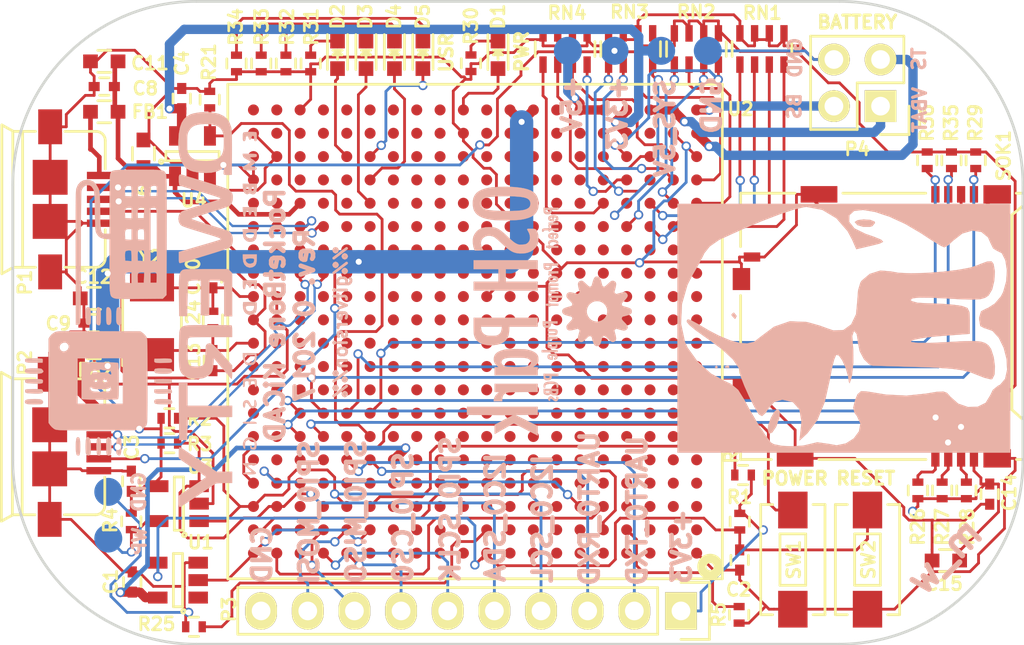
<source format=kicad_pcb>
(kicad_pcb (version 20171130) (host pcbnew "(5.1.12)-1")
  (layers (0 F.Cu signal) (1 In1.Cu power) (2 In2.Cu power) (31 B.Cu signal) (34 B.Paste user hide) (35 F.Paste user hide) (36 B.SilkS user hide) (37 F.SilkS user hide) (38 B.Mask user hide) (39 F.Mask user hide) (44 Edge.Cuts user))
  (net 0 "")
  (net 1 GND)
  (net 2 "Net-(U2-PadA2)")
  (net 3 "Net-(U2-PadA3)")
  (net 4 "Net-(U2-PadA4)")
  (net 5 "Net-(U2-PadA5)")
  (net 6 "Net-(U2-PadA6)")
  (net 7 "Net-(U2-PadA7)")
  (net 8 "Net-(U2-PadA8)")
  (net 9 "Net-(U2-PadA9)")
  (net 10 "Net-(C2-Pad1)")
  (net 11 "Net-(U2-PadA11)")
  (net 12 "Net-(U2-PadA12)")
  (net 13 "Net-(U2-PadA13)")
  (net 14 "Net-(U2-PadA14)")
  (net 15 "Net-(U2-PadA15)")
  (net 16 "Net-(U2-PadA18)")
  (net 17 "Net-(U2-PadA19)")
  (net 18 PMIC_PGOOD)
  (net 19 "Net-(U2-PadB2)")
  (net 20 "Net-(U2-PadB20)")
  (net 21 "Net-(U2-PadB3)")
  (net 22 "Net-(R5-Pad1)")
  (net 23 "Net-(U2-PadB1)")
  (net 24 "Net-(U2-PadB6)")
  (net 25 "Net-(U2-PadB7)")
  (net 26 "Net-(U2-PadB8)")
  (net 27 "Net-(U2-PadB9)")
  (net 28 TRSTN)
  (net 29 "Net-(U2-PadB11)")
  (net 30 "Net-(U2-PadB12)")
  (net 31 "Net-(U2-PadB13)")
  (net 32 "Net-(U2-PadB14)")
  (net 33 "Net-(U2-PadB18)")
  (net 34 "Net-(U2-PadC2)")
  (net 35 "Net-(U2-PadC3)")
  (net 36 "Net-(U2-PadC4)")
  (net 37 "Net-(U2-PadC1)")
  (net 38 "Net-(U2-PadC6)")
  (net 39 "Net-(U2-PadC7)")
  (net 40 "Net-(U2-PadC8)")
  (net 41 "Net-(U2-PadC9)")
  (net 42 "Net-(U2-PadC10)")
  (net 43 "Net-(U2-PadC11)")
  (net 44 "Net-(U2-PadC12)")
  (net 45 "Net-(U2-PadC13)")
  (net 46 "Net-(U2-PadC14)")
  (net 47 MMC0_CD)
  (net 48 I2C0_SCL)
  (net 49 I2C0_SDA)
  (net 50 "Net-(U2-PadC18)")
  (net 51 "Net-(U2-PadD2)")
  (net 52 "Net-(U2-PadD5)")
  (net 53 "Net-(U2-PadD3)")
  (net 54 "Net-(U2-PadD4)")
  (net 55 "Net-(U2-PadD1)")
  (net 56 "Net-(U2-PadD6)")
  (net 57 "Net-(U2-PadD7)")
  (net 58 "Net-(U2-PadD8)")
  (net 59 "Net-(U2-PadD9)")
  (net 60 VDD_1V8)
  (net 61 "Net-(U2-PadD11)")
  (net 62 "Net-(U2-PadD12)")
  (net 63 "Net-(U2-PadD13)")
  (net 64 "Net-(U2-PadD14)")
  (net 65 "Net-(U2-PadD15)")
  (net 66 "Net-(U2-PadD16)")
  (net 67 "Net-(U2-PadD17)")
  (net 68 "Net-(U2-PadD18)")
  (net 69 "Net-(SW1-Pad2)")
  (net 70 "Net-(U2-PadE2)")
  (net 71 "Net-(U2-PadE5)")
  (net 72 "Net-(U2-PadE3)")
  (net 73 "Net-(U2-PadE4)")
  (net 74 "Net-(U2-PadE1)")
  (net 75 "Net-(U2-PadE6)")
  (net 76 "Net-(U2-PadE7)")
  (net 77 "Net-(U2-PadE8)")
  (net 78 "Net-(U2-PadE10)")
  (net 79 "Net-(U2-PadE11)")
  (net 80 "Net-(U2-PadE12)")
  (net 81 "Net-(U2-PadE13)")
  (net 82 VDD_RTC)
  (net 83 "Net-(U2-PadE17)")
  (net 84 "Net-(U2-PadE18)")
  (net 85 "Net-(U2-PadE19)")
  (net 86 "Net-(U2-PadE20)")
  (net 87 "Net-(U2-PadF2)")
  (net 88 "Net-(U2-PadF5)")
  (net 89 "Net-(U2-PadF3)")
  (net 90 "Net-(U2-PadF4)")
  (net 91 "Net-(U2-PadF1)")
  (net 92 "Net-(U2-PadF6)")
  (net 93 "Net-(U2-PadF7)")
  (net 94 "Net-(U2-PadF8)")
  (net 95 "Net-(U2-PadF9)")
  (net 96 "Net-(U2-PadF10)")
  (net 97 "Net-(U2-PadF11)")
  (net 98 "Net-(U2-PadF12)")
  (net 99 "Net-(U2-PadF13)")
  (net 100 "Net-(U2-PadF14)")
  (net 101 USB1_DRVVBUS)
  (net 102 "Net-(U2-PadF16)")
  (net 103 MMC0_DAT3)
  (net 104 MMC0_DAT2)
  (net 105 "Net-(U2-PadF19)")
  (net 106 "Net-(U2-PadG2)")
  (net 107 "Net-(U2-PadG5)")
  (net 108 "Net-(U2-PadG3)")
  (net 109 "Net-(U2-PadG4)")
  (net 110 "Net-(U2-PadG1)")
  (net 111 "Net-(U2-PadG6)")
  (net 112 "Net-(U2-PadG7)")
  (net 113 "Net-(U2-PadG8)")
  (net 114 "Net-(U2-PadG9)")
  (net 115 "Net-(U2-PadG10)")
  (net 116 "Net-(U2-PadG11)")
  (net 117 "Net-(U2-PadG12)")
  (net 118 "Net-(U2-PadG13)")
  (net 119 "Net-(U2-PadG14)")
  (net 120 MMC0_DAT1)
  (net 121 MMC0_DAT0)
  (net 122 MMC0_CLK)
  (net 123 MMC0_CMD)
  (net 124 "Net-(U2-PadG19)")
  (net 125 "Net-(U2-PadH2)")
  (net 126 "Net-(U2-PadH5)")
  (net 127 "Net-(U2-PadH3)")
  (net 128 "Net-(U2-PadH4)")
  (net 129 "Net-(U2-PadH1)")
  (net 130 "Net-(U2-PadH6)")
  (net 131 "Net-(U2-PadH7)")
  (net 132 "Net-(U2-PadH8)")
  (net 133 "Net-(U2-PadH9)")
  (net 134 "Net-(U2-PadH10)")
  (net 135 "Net-(U2-PadH11)")
  (net 136 "Net-(U2-PadH12)")
  (net 137 "Net-(U2-PadH13)")
  (net 138 "Net-(U2-PadH14)")
  (net 139 "Net-(U2-PadH15)")
  (net 140 "Net-(U2-PadH16)")
  (net 141 "Net-(U2-PadH17)")
  (net 142 "Net-(U2-PadH18)")
  (net 143 "Net-(U2-PadH19)")
  (net 144 "Net-(U2-PadJ2)")
  (net 145 "Net-(U2-PadJ5)")
  (net 146 "Net-(U2-PadJ3)")
  (net 147 "Net-(U2-PadJ4)")
  (net 148 "Net-(U2-PadJ1)")
  (net 149 "Net-(U2-PadJ7)")
  (net 150 "Net-(U2-PadJ8)")
  (net 151 "Net-(U2-PadJ9)")
  (net 152 "Net-(U2-PadJ10)")
  (net 153 "Net-(U2-PadJ11)")
  (net 154 "Net-(U2-PadJ12)")
  (net 155 "Net-(U2-PadJ13)")
  (net 156 "Net-(U2-PadJ14)")
  (net 157 "Net-(U2-PadJ15)")
  (net 158 "Net-(U2-PadJ16)")
  (net 159 "Net-(U2-PadJ17)")
  (net 160 "Net-(U2-PadJ18)")
  (net 161 "Net-(U2-PadJ19)")
  (net 162 "Net-(U2-PadJ20)")
  (net 163 "Net-(U2-PadK2)")
  (net 164 "Net-(U2-PadK5)")
  (net 165 "Net-(U2-PadK3)")
  (net 166 "Net-(U2-PadK4)")
  (net 167 "Net-(U2-PadK1)")
  (net 168 "Net-(U2-PadK6)")
  (net 169 "Net-(U2-PadK7)")
  (net 170 "Net-(U2-PadK8)")
  (net 171 "Net-(U2-PadK9)")
  (net 172 "Net-(U2-PadK10)")
  (net 173 "Net-(U2-PadK11)")
  (net 174 "Net-(U2-PadK12)")
  (net 175 "Net-(U2-PadK13)")
  (net 176 "Net-(U2-PadK14)")
  (net 177 "Net-(U2-PadK15)")
  (net 178 "Net-(U2-PadK16)")
  (net 179 "Net-(U2-PadK17)")
  (net 180 "Net-(U2-PadK18)")
  (net 181 "Net-(U2-PadK19)")
  (net 182 "Net-(C13-Pad1)")
  (net 183 "Net-(U2-PadL13)")
  (net 184 "Net-(U2-PadL11)")
  (net 185 "Net-(U2-PadL12)")
  (net 186 "Net-(U2-PadL10)")
  (net 187 "Net-(U2-PadL8)")
  (net 188 "Net-(U2-PadL9)")
  (net 189 "Net-(U2-PadL7)")
  (net 190 "Net-(U2-PadL3)")
  (net 191 "Net-(U2-PadL1)")
  (net 192 "Net-(U2-PadL2)")
  (net 193 "Net-(U2-PadL4)")
  (net 194 "Net-(U2-PadL5)")
  (net 195 "Net-(U2-PadL6)")
  (net 196 "Net-(U2-PadL15)")
  (net 197 "Net-(U2-PadL16)")
  (net 198 "Net-(U2-PadL14)")
  (net 199 "Net-(U2-PadL17)")
  (net 200 "Net-(U2-PadL18)")
  (net 201 OSC0_GND)
  (net 202 "Net-(U2-PadM13)")
  (net 203 "Net-(U2-PadM11)")
  (net 204 "Net-(U2-PadM12)")
  (net 205 "Net-(U2-PadM8)")
  (net 206 "Net-(U2-PadM9)")
  (net 207 "Net-(U2-PadM7)")
  (net 208 "Net-(U2-PadM3)")
  (net 209 "Net-(U2-PadM1)")
  (net 210 "Net-(U2-PadM2)")
  (net 211 "Net-(U2-PadM4)")
  (net 212 "Net-(U2-PadM5)")
  (net 213 "Net-(U2-PadM6)")
  (net 214 "Net-(U2-PadM15)")
  (net 215 "Net-(U2-PadM16)")
  (net 216 "Net-(U2-PadM14)")
  (net 217 "Net-(U2-PadM17)")
  (net 218 "Net-(U2-PadM18)")
  (net 219 "Net-(C10-Pad1)")
  (net 220 "Net-(U2-PadN13)")
  (net 221 "Net-(U2-PadN11)")
  (net 222 "Net-(U2-PadN12)")
  (net 223 "Net-(U2-PadN10)")
  (net 224 "Net-(U2-PadN8)")
  (net 225 "Net-(U2-PadN9)")
  (net 226 "Net-(U2-PadN3)")
  (net 227 "Net-(U2-PadN1)")
  (net 228 "Net-(U2-PadN2)")
  (net 229 "Net-(U2-PadN4)")
  (net 230 "Net-(U2-PadN5)")
  (net 231 "Net-(U2-PadN6)")
  (net 232 "Net-(U2-PadN15)")
  (net 233 "Net-(U2-PadN16)")
  (net 234 "Net-(U2-PadN14)")
  (net 235 "Net-(U2-PadN19)")
  (net 236 "Net-(U2-PadN20)")
  (net 237 "Net-(U2-PadP13)")
  (net 238 "Net-(U2-PadP11)")
  (net 239 "Net-(U2-PadP12)")
  (net 240 "Net-(U2-PadP10)")
  (net 241 "Net-(U2-PadP8)")
  (net 242 "Net-(U2-PadP9)")
  (net 243 "Net-(U2-PadP7)")
  (net 244 "Net-(U2-PadP3)")
  (net 245 "Net-(U2-PadP1)")
  (net 246 "Net-(U2-PadP2)")
  (net 247 "Net-(U2-PadP4)")
  (net 248 "Net-(U2-PadP5)")
  (net 249 "Net-(U2-PadP6)")
  (net 250 USB0_VBUS)
  (net 251 USB0_ID)
  (net 252 "Net-(U2-PadP14)")
  (net 253 USB1_ID)
  (net 254 "Net-(U2-PadP18)")
  (net 255 "Net-(U2-PadP19)")
  (net 256 "Net-(U2-PadP20)")
  (net 257 "Net-(U2-PadR13)")
  (net 258 "Net-(U2-PadR11)")
  (net 259 "Net-(U2-PadR12)")
  (net 260 "Net-(U2-PadR10)")
  (net 261 "Net-(U2-PadR8)")
  (net 262 "Net-(U2-PadR9)")
  (net 263 "Net-(U2-PadR7)")
  (net 264 "Net-(U2-PadR5)")
  (net 265 "Net-(U2-PadR6)")
  (net 266 "Net-(U2-PadR15)")
  (net 267 "Net-(U2-PadR16)")
  (net 268 "Net-(U2-PadR14)")
  (net 269 "Net-(U2-PadR19)")
  (net 270 "Net-(U2-PadR20)")
  (net 271 "Net-(U2-PadT13)")
  (net 272 "Net-(U2-PadT11)")
  (net 273 "Net-(U2-PadT12)")
  (net 274 "Net-(U2-PadT10)")
  (net 275 "Net-(U2-PadT8)")
  (net 276 "Net-(U2-PadT9)")
  (net 277 "Net-(U2-PadT7)")
  (net 278 "Net-(U2-PadT6)")
  (net 279 USR2_LED)
  (net 280 "Net-(U2-PadT16)")
  (net 281 "Net-(U2-PadT14)")
  (net 282 "Net-(U2-PadT17)")
  (net 283 USB1_VBUS)
  (net 284 "Net-(U2-PadT19)")
  (net 285 "Net-(U2-PadT20)")
  (net 286 "Net-(U2-PadU13)")
  (net 287 "Net-(U2-PadU11)")
  (net 288 "Net-(U2-PadU12)")
  (net 289 "Net-(U2-PadU10)")
  (net 290 "Net-(U2-PadU8)")
  (net 291 "Net-(U2-PadU9)")
  (net 292 "Net-(U2-PadU7)")
  (net 293 "Net-(U2-PadU5)")
  (net 294 "Net-(U2-PadU6)")
  (net 295 USR1_LED)
  (net 296 "Net-(U2-PadU16)")
  (net 297 "Net-(U2-PadU14)")
  (net 298 "Net-(U2-PadU17)")
  (net 299 "Net-(U2-PadU18)")
  (net 300 "Net-(U2-PadU19)")
  (net 301 +3V3)
  (net 302 "Net-(U2-PadV13)")
  (net 303 "Net-(U2-PadV11)")
  (net 304 "Net-(U2-PadV12)")
  (net 305 "Net-(U2-PadV10)")
  (net 306 "Net-(U2-PadV8)")
  (net 307 "Net-(U2-PadV9)")
  (net 308 "Net-(U2-PadV7)")
  (net 309 "Net-(U2-PadV5)")
  (net 310 "Net-(U2-PadV6)")
  (net 311 USR0_LED)
  (net 312 USR3_LED)
  (net 313 "Net-(U2-PadV14)")
  (net 314 "Net-(U2-PadV17)")
  (net 315 "Net-(U2-PadV18)")
  (net 316 "Net-(U2-PadW10)")
  (net 317 "Net-(U2-PadW9)")
  (net 318 "Net-(U2-PadW8)")
  (net 319 SYS_5V)
  (net 320 "Net-(U2-PadW3)")
  (net 321 "Net-(U2-PadW5)")
  (net 322 "Net-(U2-PadW7)")
  (net 323 "Net-(U2-PadW6)")
  (net 324 "Net-(U2-PadW16)")
  (net 325 "Net-(U2-PadW15)")
  (net 326 "Net-(U2-PadW13)")
  (net 327 "Net-(U2-PadW14)")
  (net 328 "Net-(U2-PadW12)")
  (net 329 "Net-(U2-PadW19)")
  (net 330 "Net-(U2-PadW18)")
  (net 331 "Net-(U2-PadW17)")
  (net 332 "Net-(U2-PadY10)")
  (net 333 +5V)
  (net 334 "Net-(U2-PadY7)")
  (net 335 "Net-(U2-PadY16)")
  (net 336 "Net-(U2-PadY15)")
  (net 337 "Net-(U2-PadY13)")
  (net 338 "Net-(U2-PadY14)")
  (net 339 "Net-(U2-PadY12)")
  (net 340 3P3AUX)
  (net 341 "Net-(U2-PadY19)")
  (net 342 "Net-(U2-PadY17)")
  (net 343 "Net-(U2-PadY20)")
  (net 344 "Net-(R4-Pad2)")
  (net 345 "Net-(U4-Pad3)")
  (net 346 "Net-(U1-Pad1)")
  (net 347 "Net-(D1-Pad1)")
  (net 348 "Net-(D2-Pad1)")
  (net 349 "Net-(D3-Pad1)")
  (net 350 "Net-(D4-Pad1)")
  (net 351 "Net-(D5-Pad1)")
  (net 352 "Net-(FB1-Pad2)")
  (net 353 "Net-(FB2-Pad2)")
  (net 354 USB1_D_N)
  (net 355 USB1_D_P)
  (net 356 USB0_D_N)
  (net 357 USB0_D_P)
  (net 358 "Net-(U2-PadF20)")
  (net 359 "Net-(U2-PadG20)")
  (net 360 "Net-(U2-PadH20)")
  (net 361 UART0_TXD)
  (net 362 UART0_RXD)
  (net 363 SPI_CS0)
  (net 364 SPI_CLK)
  (net 365 SPI_MOSI)
  (net 366 SPI_MISO)
  (net 367 "Net-(RN1-Pad8)")
  (net 368 "Net-(RN1-Pad7)")
  (net 369 "Net-(RN1-Pad6)")
  (net 370 "Net-(RN1-Pad5)")
  (net 371 "Net-(RN2-Pad2)")
  (net 372 "Net-(RN2-Pad3)")
  (net 373 "Net-(RN2-Pad1)")
  (net 374 "Net-(RN2-Pad4)")
  (net 375 "Net-(RN3-Pad8)")
  (net 376 "Net-(RN3-Pad7)")
  (net 377 "Net-(RN3-Pad6)")
  (net 378 "Net-(RN3-Pad5)")
  (net 379 "Net-(RN4-Pad8)")
  (net 380 "Net-(RN4-Pad7)")
  (net 381 "Net-(RN4-Pad6)")
  (net 382 "Net-(RN4-Pad5)")
  (net 383 VBAT)
  (net 384 TS)
  (net 385 BAT_SENSE)
  (module Resistors_SMD:R_0402 (layer F.Cu) (at 145.727 120.719 180)
    (fp_text reference R37 (at 0.635 1.64592 270) (layer F.SilkS) (effects (font (size 0.7 0.7))))
    (fp_text value 10K)
    (pad 1 smd rect (at -0.45 0 180) (size 0.4 0.6) (layers F.Cu F.Paste F.Mask) (net 301 +3V3))
    (pad 2 smd rect (at 0.45 0 180) (size 0.4 0.6) (layers F.Cu F.Paste F.Mask) (net 47 MMC0_CD))
  )
  (module pocketbone-kicad:BGA-400-1-27mm (layer F.Cu) (at 131.135 112.906 90)
    (fp_text reference U2 (at 12.1158 14.4526 180) (layer F.SilkS) (effects (font (size 0.7 0.7))))
    (fp_text value OSD3358)
    (pad A1 smd circle (at -12.065 12.065 180) (size 0.6 0.6) (layers F.Cu F.Paste F.Mask) (net 1 GND))
    (pad A2 smd circle (at -12.065 10.795 180) (size 0.6 0.6) (layers F.Cu F.Paste F.Mask) (net 2 "Net-(U2-PadA2)"))
    (pad A3 smd circle (at -12.065 9.525 180) (size 0.6 0.6) (layers F.Cu F.Paste F.Mask) (net 3 "Net-(U2-PadA3)"))
    (pad A4 smd circle (at -12.065 8.255 180) (size 0.6 0.6) (layers F.Cu F.Paste F.Mask) (net 4 "Net-(U2-PadA4)"))
    (pad A5 smd circle (at -12.065 6.985 180) (size 0.6 0.6) (layers F.Cu F.Paste F.Mask) (net 5 "Net-(U2-PadA5)"))
    (pad A6 smd circle (at -12.065 5.715 180) (size 0.6 0.6) (layers F.Cu F.Paste F.Mask) (net 6 "Net-(U2-PadA6)"))
    (pad A7 smd circle (at -12.065 4.445 180) (size 0.6 0.6) (layers F.Cu F.Paste F.Mask) (net 7 "Net-(U2-PadA7)"))
    (pad A8 smd circle (at -12.065 3.175 180) (size 0.6 0.6) (layers F.Cu F.Paste F.Mask) (net 8 "Net-(U2-PadA8)"))
    (pad A9 smd circle (at -12.065 1.905 180) (size 0.6 0.6) (layers F.Cu F.Paste F.Mask) (net 9 "Net-(U2-PadA9)"))
    (pad A10 smd circle (at -12.065 0.635 180) (size 0.6 0.6) (layers F.Cu F.Paste F.Mask) (net 10 "Net-(C2-Pad1)"))
    (pad A11 smd circle (at -12.065 -0.635 180) (size 0.6 0.6) (layers F.Cu F.Paste F.Mask) (net 11 "Net-(U2-PadA11)"))
    (pad A12 smd circle (at -12.065 -1.905 180) (size 0.6 0.6) (layers F.Cu F.Paste F.Mask) (net 12 "Net-(U2-PadA12)"))
    (pad A13 smd circle (at -12.065 -3.175 180) (size 0.6 0.6) (layers F.Cu F.Paste F.Mask) (net 13 "Net-(U2-PadA13)"))
    (pad A14 smd circle (at -12.065 -4.445 180) (size 0.6 0.6) (layers F.Cu F.Paste F.Mask) (net 14 "Net-(U2-PadA14)"))
    (pad A15 smd circle (at -12.065 -5.715 180) (size 0.6 0.6) (layers F.Cu F.Paste F.Mask) (net 15 "Net-(U2-PadA15)"))
    (pad A16 smd circle (at -12.065 -6.985 180) (size 0.6 0.6) (layers F.Cu F.Paste F.Mask) (net 363 SPI_CS0))
    (pad A17 smd circle (at -12.065 -8.255 180) (size 0.6 0.6) (layers F.Cu F.Paste F.Mask) (net 364 SPI_CLK))
    (pad A18 smd circle (at -12.065 -9.525 180) (size 0.6 0.6) (layers F.Cu F.Paste F.Mask) (net 16 "Net-(U2-PadA18)"))
    (pad A19 smd circle (at -12.065 -10.795 180) (size 0.6 0.6) (layers F.Cu F.Paste F.Mask) (net 17 "Net-(U2-PadA19)"))
    (pad A20 smd circle (at -12.065 -12.065 180) (size 0.6 0.6) (layers F.Cu F.Paste F.Mask) (net 18 PMIC_PGOOD))
    (pad B2 smd circle (at -10.795 10.795 180) (size 0.6 0.6) (layers F.Cu F.Paste F.Mask) (net 19 "Net-(U2-PadB2)"))
    (pad B5 smd circle (at -10.795 6.985 180) (size 0.6 0.6) (layers F.Cu F.Paste F.Mask) (net 20 "Net-(U2-PadB20)"))
    (pad B3 smd circle (at -10.795 9.525 180) (size 0.6 0.6) (layers F.Cu F.Paste F.Mask) (net 21 "Net-(U2-PadB3)"))
    (pad B4 smd circle (at -10.795 8.255 180) (size 0.6 0.6) (layers F.Cu F.Paste F.Mask) (net 22 "Net-(R5-Pad1)"))
    (pad B1 smd circle (at -10.795 12.065 180) (size 0.6 0.6) (layers F.Cu F.Paste F.Mask) (net 23 "Net-(U2-PadB1)"))
    (pad B6 smd circle (at -10.795 5.715 180) (size 0.6 0.6) (layers F.Cu F.Paste F.Mask) (net 24 "Net-(U2-PadB6)"))
    (pad B7 smd circle (at -10.795 4.445 180) (size 0.6 0.6) (layers F.Cu F.Paste F.Mask) (net 25 "Net-(U2-PadB7)"))
    (pad B8 smd circle (at -10.795 3.175 180) (size 0.6 0.6) (layers F.Cu F.Paste F.Mask) (net 26 "Net-(U2-PadB8)"))
    (pad B9 smd circle (at -10.795 1.905 180) (size 0.6 0.6) (layers F.Cu F.Paste F.Mask) (net 27 "Net-(U2-PadB9)"))
    (pad B10 smd circle (at -10.795 0.635 180) (size 0.6 0.6) (layers F.Cu F.Paste F.Mask) (net 28 TRSTN))
    (pad B11 smd circle (at -10.795 -0.635 180) (size 0.6 0.6) (layers F.Cu F.Paste F.Mask) (net 29 "Net-(U2-PadB11)"))
    (pad B12 smd circle (at -10.795 -1.905 180) (size 0.6 0.6) (layers F.Cu F.Paste F.Mask) (net 30 "Net-(U2-PadB12)"))
    (pad B13 smd circle (at -10.795 -3.175 180) (size 0.6 0.6) (layers F.Cu F.Paste F.Mask) (net 31 "Net-(U2-PadB13)"))
    (pad B14 smd circle (at -10.795 -4.445 180) (size 0.6 0.6) (layers F.Cu F.Paste F.Mask) (net 32 "Net-(U2-PadB14)"))
    (pad B15 smd circle (at -10.795 -5.715 180) (size 0.6 0.6) (layers F.Cu F.Paste F.Mask) (net 18 PMIC_PGOOD))
    (pad B16 smd circle (at -10.795 -6.985 180) (size 0.6 0.6) (layers F.Cu F.Paste F.Mask) (net 365 SPI_MOSI))
    (pad B17 smd circle (at -10.795 -8.255 180) (size 0.6 0.6) (layers F.Cu F.Paste F.Mask) (net 366 SPI_MISO))
    (pad B18 smd circle (at -10.795 -9.525 180) (size 0.6 0.6) (layers F.Cu F.Paste F.Mask) (net 33 "Net-(U2-PadB18)"))
    (pad B19 smd circle (at -10.795 -10.795 180) (size 0.6 0.6) (layers F.Cu F.Paste F.Mask) (net 33 "Net-(U2-PadB18)"))
    (pad B20 smd circle (at -10.795 -12.065 180) (size 0.6 0.6) (layers F.Cu F.Paste F.Mask) (net 20 "Net-(U2-PadB20)"))
    (pad C2 smd circle (at -9.525 10.795 180) (size 0.6 0.6) (layers F.Cu F.Paste F.Mask) (net 34 "Net-(U2-PadC2)"))
    (pad C5 smd circle (at -9.525 6.985 180) (size 0.6 0.6) (layers F.Cu F.Paste F.Mask) (net 17 "Net-(U2-PadA19)"))
    (pad C3 smd circle (at -9.525 9.525 180) (size 0.6 0.6) (layers F.Cu F.Paste F.Mask) (net 35 "Net-(U2-PadC3)"))
    (pad C4 smd circle (at -9.525 8.255 180) (size 0.6 0.6) (layers F.Cu F.Paste F.Mask) (net 36 "Net-(U2-PadC4)"))
    (pad C1 smd circle (at -9.525 12.065 180) (size 0.6 0.6) (layers F.Cu F.Paste F.Mask) (net 37 "Net-(U2-PadC1)"))
    (pad C6 smd circle (at -9.525 5.715 180) (size 0.6 0.6) (layers F.Cu F.Paste F.Mask) (net 38 "Net-(U2-PadC6)"))
    (pad C7 smd circle (at -9.525 4.445 180) (size 0.6 0.6) (layers F.Cu F.Paste F.Mask) (net 39 "Net-(U2-PadC7)"))
    (pad C8 smd circle (at -9.525 3.175 180) (size 0.6 0.6) (layers F.Cu F.Paste F.Mask) (net 40 "Net-(U2-PadC8)"))
    (pad C9 smd circle (at -9.525 1.905 180) (size 0.6 0.6) (layers F.Cu F.Paste F.Mask) (net 41 "Net-(U2-PadC9)"))
    (pad C10 smd circle (at -9.525 0.635 180) (size 0.6 0.6) (layers F.Cu F.Paste F.Mask) (net 42 "Net-(U2-PadC10)"))
    (pad C11 smd circle (at -9.525 -0.635 180) (size 0.6 0.6) (layers F.Cu F.Paste F.Mask) (net 43 "Net-(U2-PadC11)"))
    (pad C12 smd circle (at -9.525 -1.905 180) (size 0.6 0.6) (layers F.Cu F.Paste F.Mask) (net 44 "Net-(U2-PadC12)"))
    (pad C13 smd circle (at -9.525 -3.175 180) (size 0.6 0.6) (layers F.Cu F.Paste F.Mask) (net 45 "Net-(U2-PadC13)"))
    (pad C14 smd circle (at -9.525 -4.445 180) (size 0.6 0.6) (layers F.Cu F.Paste F.Mask) (net 46 "Net-(U2-PadC14)"))
    (pad C15 smd circle (at -9.525 -5.715 180) (size 0.6 0.6) (layers F.Cu F.Paste F.Mask) (net 47 MMC0_CD))
    (pad C16 smd circle (at -9.525 -6.985 180) (size 0.6 0.6) (layers F.Cu F.Paste F.Mask) (net 48 I2C0_SCL))
    (pad C17 smd circle (at -9.525 -8.255 180) (size 0.6 0.6) (layers F.Cu F.Paste F.Mask) (net 49 I2C0_SDA))
    (pad C18 smd circle (at -9.525 -9.525 180) (size 0.6 0.6) (layers F.Cu F.Paste F.Mask) (net 50 "Net-(U2-PadC18)"))
    (pad C19 smd circle (at -9.525 -10.795 180) (size 0.6 0.6) (layers F.Cu F.Paste F.Mask) (net 49 I2C0_SDA))
    (pad C20 smd circle (at -9.525 -12.065 180) (size 0.6 0.6) (layers F.Cu F.Paste F.Mask) (net 48 I2C0_SCL))
    (pad D2 smd circle (at -8.255 10.795 180) (size 0.6 0.6) (layers F.Cu F.Paste F.Mask) (net 51 "Net-(U2-PadD2)"))
    (pad D5 smd circle (at -8.255 6.985 180) (size 0.6 0.6) (layers F.Cu F.Paste F.Mask) (net 52 "Net-(U2-PadD5)"))
    (pad D3 smd circle (at -8.255 9.525 180) (size 0.6 0.6) (layers F.Cu F.Paste F.Mask) (net 53 "Net-(U2-PadD3)"))
    (pad D4 smd circle (at -8.255 8.255 180) (size 0.6 0.6) (layers F.Cu F.Paste F.Mask) (net 54 "Net-(U2-PadD4)"))
    (pad D1 smd circle (at -8.255 12.065 180) (size 0.6 0.6) (layers F.Cu F.Paste F.Mask) (net 55 "Net-(U2-PadD1)"))
    (pad D6 smd circle (at -8.255 5.715 180) (size 0.6 0.6) (layers F.Cu F.Paste F.Mask) (net 56 "Net-(U2-PadD6)"))
    (pad D7 smd circle (at -8.255 4.445 180) (size 0.6 0.6) (layers F.Cu F.Paste F.Mask) (net 57 "Net-(U2-PadD7)"))
    (pad D8 smd circle (at -8.255 3.175 180) (size 0.6 0.6) (layers F.Cu F.Paste F.Mask) (net 58 "Net-(U2-PadD8)"))
    (pad D9 smd circle (at -8.255 1.905 180) (size 0.6 0.6) (layers F.Cu F.Paste F.Mask) (net 59 "Net-(U2-PadD9)"))
    (pad D10 smd circle (at -8.255 0.635 180) (size 0.6 0.6) (layers F.Cu F.Paste F.Mask) (net 60 VDD_1V8))
    (pad D11 smd circle (at -8.255 -0.635 180) (size 0.6 0.6) (layers F.Cu F.Paste F.Mask) (net 61 "Net-(U2-PadD11)"))
    (pad D12 smd circle (at -8.255 -1.905 180) (size 0.6 0.6) (layers F.Cu F.Paste F.Mask) (net 62 "Net-(U2-PadD12)"))
    (pad D13 smd circle (at -8.255 -3.175 180) (size 0.6 0.6) (layers F.Cu F.Paste F.Mask) (net 63 "Net-(U2-PadD13)"))
    (pad D14 smd circle (at -8.255 -4.445 180) (size 0.6 0.6) (layers F.Cu F.Paste F.Mask) (net 64 "Net-(U2-PadD14)"))
    (pad D15 smd circle (at -8.255 -5.715 180) (size 0.6 0.6) (layers F.Cu F.Paste F.Mask) (net 65 "Net-(U2-PadD15)"))
    (pad D16 smd circle (at -8.255 -6.985 180) (size 0.6 0.6) (layers F.Cu F.Paste F.Mask) (net 66 "Net-(U2-PadD16)"))
    (pad D17 smd circle (at -8.255 -8.255 180) (size 0.6 0.6) (layers F.Cu F.Paste F.Mask) (net 67 "Net-(U2-PadD17)"))
    (pad D18 smd circle (at -8.255 -9.525 180) (size 0.6 0.6) (layers F.Cu F.Paste F.Mask) (net 68 "Net-(U2-PadD18)"))
    (pad D19 smd circle (at -8.255 -10.795 180) (size 0.6 0.6) (layers F.Cu F.Paste F.Mask) (net 38 "Net-(U2-PadC6)"))
    (pad D20 smd circle (at -8.255 -12.065 180) (size 0.6 0.6) (layers F.Cu F.Paste F.Mask) (net 69 "Net-(SW1-Pad2)"))
    (pad E2 smd circle (at -6.985 10.795 180) (size 0.6 0.6) (layers F.Cu F.Paste F.Mask) (net 70 "Net-(U2-PadE2)"))
    (pad E5 smd circle (at -6.985 6.985 180) (size 0.6 0.6) (layers F.Cu F.Paste F.Mask) (net 71 "Net-(U2-PadE5)"))
    (pad E3 smd circle (at -6.985 9.525 180) (size 0.6 0.6) (layers F.Cu F.Paste F.Mask) (net 72 "Net-(U2-PadE3)"))
    (pad E4 smd circle (at -6.985 8.255 180) (size 0.6 0.6) (layers F.Cu F.Paste F.Mask) (net 73 "Net-(U2-PadE4)"))
    (pad E1 smd circle (at -6.985 12.065 180) (size 0.6 0.6) (layers F.Cu F.Paste F.Mask) (net 74 "Net-(U2-PadE1)"))
    (pad E6 smd circle (at -6.985 5.715 180) (size 0.6 0.6) (layers F.Cu F.Paste F.Mask) (net 75 "Net-(U2-PadE6)"))
    (pad E7 smd circle (at -6.985 4.445 180) (size 0.6 0.6) (layers F.Cu F.Paste F.Mask) (net 76 "Net-(U2-PadE7)"))
    (pad E8 smd circle (at -6.985 3.175 180) (size 0.6 0.6) (layers F.Cu F.Paste F.Mask) (net 77 "Net-(U2-PadE8)"))
    (pad E9 smd circle (at -6.985 1.905 180) (size 0.6 0.6) (layers F.Cu F.Paste F.Mask) (net 60 VDD_1V8))
    (pad E10 smd circle (at -6.985 0.635 180) (size 0.6 0.6) (layers F.Cu F.Paste F.Mask) (net 78 "Net-(U2-PadE10)"))
    (pad E11 smd circle (at -6.985 -0.635 180) (size 0.6 0.6) (layers F.Cu F.Paste F.Mask) (net 79 "Net-(U2-PadE11)"))
    (pad E12 smd circle (at -6.985 -1.905 180) (size 0.6 0.6) (layers F.Cu F.Paste F.Mask) (net 80 "Net-(U2-PadE12)"))
    (pad E13 smd circle (at -6.985 -3.175 180) (size 0.6 0.6) (layers F.Cu F.Paste F.Mask) (net 81 "Net-(U2-PadE13)"))
    (pad E14 smd circle (at -6.985 -4.445 180) (size 0.6 0.6) (layers F.Cu F.Paste F.Mask) (net 82 VDD_RTC))
    (pad E15 smd circle (at -6.985 -5.715 180) (size 0.6 0.6) (layers F.Cu F.Paste F.Mask) (net 362 UART0_RXD))
    (pad E16 smd circle (at -6.985 -6.985 180) (size 0.6 0.6) (layers F.Cu F.Paste F.Mask) (net 361 UART0_TXD))
    (pad E17 smd circle (at -6.985 -8.255 180) (size 0.6 0.6) (layers F.Cu F.Paste F.Mask) (net 83 "Net-(U2-PadE17)"))
    (pad E18 smd circle (at -6.985 -9.525 180) (size 0.6 0.6) (layers F.Cu F.Paste F.Mask) (net 84 "Net-(U2-PadE18)"))
    (pad E19 smd circle (at -6.985 -10.795 180) (size 0.6 0.6) (layers F.Cu F.Paste F.Mask) (net 85 "Net-(U2-PadE19)"))
    (pad E20 smd circle (at -6.985 -12.065 180) (size 0.6 0.6) (layers F.Cu F.Paste F.Mask) (net 86 "Net-(U2-PadE20)"))
    (pad F2 smd circle (at -5.715 10.795 180) (size 0.6 0.6) (layers F.Cu F.Paste F.Mask) (net 87 "Net-(U2-PadF2)"))
    (pad F5 smd circle (at -5.715 6.985 180) (size 0.6 0.6) (layers F.Cu F.Paste F.Mask) (net 88 "Net-(U2-PadF5)"))
    (pad F3 smd circle (at -5.715 9.525 180) (size 0.6 0.6) (layers F.Cu F.Paste F.Mask) (net 89 "Net-(U2-PadF3)"))
    (pad F4 smd circle (at -5.715 8.255 180) (size 0.6 0.6) (layers F.Cu F.Paste F.Mask) (net 90 "Net-(U2-PadF4)"))
    (pad F1 smd circle (at -5.715 12.065 180) (size 0.6 0.6) (layers F.Cu F.Paste F.Mask) (net 91 "Net-(U2-PadF1)"))
    (pad F6 smd circle (at -5.715 5.715 180) (size 0.6 0.6) (layers F.Cu F.Paste F.Mask) (net 92 "Net-(U2-PadF6)"))
    (pad F7 smd circle (at -5.715 4.445 180) (size 0.6 0.6) (layers F.Cu F.Paste F.Mask) (net 93 "Net-(U2-PadF7)"))
    (pad F8 smd circle (at -5.715 3.175 180) (size 0.6 0.6) (layers F.Cu F.Paste F.Mask) (net 94 "Net-(U2-PadF8)"))
    (pad F9 smd circle (at -5.715 1.905 180) (size 0.6 0.6) (layers F.Cu F.Paste F.Mask) (net 95 "Net-(U2-PadF9)"))
    (pad F10 smd circle (at -5.715 0.635 180) (size 0.6 0.6) (layers F.Cu F.Paste F.Mask) (net 96 "Net-(U2-PadF10)"))
    (pad F11 smd circle (at -5.715 -0.635 180) (size 0.6 0.6) (layers F.Cu F.Paste F.Mask) (net 97 "Net-(U2-PadF11)"))
    (pad F12 smd circle (at -5.715 -1.905 180) (size 0.6 0.6) (layers F.Cu F.Paste F.Mask) (net 98 "Net-(U2-PadF12)"))
    (pad F13 smd circle (at -5.715 -3.175 180) (size 0.6 0.6) (layers F.Cu F.Paste F.Mask) (net 99 "Net-(U2-PadF13)"))
    (pad F14 smd circle (at -5.715 -4.445 180) (size 0.6 0.6) (layers F.Cu F.Paste F.Mask) (net 100 "Net-(U2-PadF14)"))
    (pad F15 smd circle (at -5.715 -5.715 180) (size 0.6 0.6) (layers F.Cu F.Paste F.Mask) (net 101 USB1_DRVVBUS))
    (pad F16 smd circle (at -5.715 -6.985 180) (size 0.6 0.6) (layers F.Cu F.Paste F.Mask) (net 102 "Net-(U2-PadF16)"))
    (pad F17 smd circle (at -5.715 -8.255 180) (size 0.6 0.6) (layers F.Cu F.Paste F.Mask) (net 103 MMC0_DAT3))
    (pad F18 smd circle (at -5.715 -9.525 180) (size 0.6 0.6) (layers F.Cu F.Paste F.Mask) (net 104 MMC0_DAT2))
    (pad F19 smd circle (at -5.715 -10.795 180) (size 0.6 0.6) (layers F.Cu F.Paste F.Mask) (net 105 "Net-(U2-PadF19)"))
    (pad F20 smd circle (at -5.715 -12.065 180) (size 0.6 0.6) (layers F.Cu F.Paste F.Mask) (net 358 "Net-(U2-PadF20)"))
    (pad G2 smd circle (at -4.445 10.795 180) (size 0.6 0.6) (layers F.Cu F.Paste F.Mask) (net 106 "Net-(U2-PadG2)"))
    (pad G5 smd circle (at -4.445 6.985 180) (size 0.6 0.6) (layers F.Cu F.Paste F.Mask) (net 107 "Net-(U2-PadG5)"))
    (pad G3 smd circle (at -4.445 9.525 180) (size 0.6 0.6) (layers F.Cu F.Paste F.Mask) (net 108 "Net-(U2-PadG3)"))
    (pad G4 smd circle (at -4.445 8.255 180) (size 0.6 0.6) (layers F.Cu F.Paste F.Mask) (net 109 "Net-(U2-PadG4)"))
    (pad G1 smd circle (at -4.445 12.065 180) (size 0.6 0.6) (layers F.Cu F.Paste F.Mask) (net 110 "Net-(U2-PadG1)"))
    (pad G6 smd circle (at -4.445 5.715 180) (size 0.6 0.6) (layers F.Cu F.Paste F.Mask) (net 111 "Net-(U2-PadG6)"))
    (pad G7 smd circle (at -4.445 4.445 180) (size 0.6 0.6) (layers F.Cu F.Paste F.Mask) (net 112 "Net-(U2-PadG7)"))
    (pad G8 smd circle (at -4.445 3.175 180) (size 0.6 0.6) (layers F.Cu F.Paste F.Mask) (net 113 "Net-(U2-PadG8)"))
    (pad G9 smd circle (at -4.445 1.905 180) (size 0.6 0.6) (layers F.Cu F.Paste F.Mask) (net 114 "Net-(U2-PadG9)"))
    (pad G10 smd circle (at -4.445 0.635 180) (size 0.6 0.6) (layers F.Cu F.Paste F.Mask) (net 115 "Net-(U2-PadG10)"))
    (pad G11 smd circle (at -4.445 -0.635 180) (size 0.6 0.6) (layers F.Cu F.Paste F.Mask) (net 116 "Net-(U2-PadG11)"))
    (pad G12 smd circle (at -4.445 -1.905 180) (size 0.6 0.6) (layers F.Cu F.Paste F.Mask) (net 117 "Net-(U2-PadG12)"))
    (pad G13 smd circle (at -4.445 -3.175 180) (size 0.6 0.6) (layers F.Cu F.Paste F.Mask) (net 118 "Net-(U2-PadG13)"))
    (pad G14 smd circle (at -4.445 -4.445 180) (size 0.6 0.6) (layers F.Cu F.Paste F.Mask) (net 119 "Net-(U2-PadG14)"))
    (pad G15 smd circle (at -4.445 -5.715 180) (size 0.6 0.6) (layers F.Cu F.Paste F.Mask) (net 120 MMC0_DAT1))
    (pad G16 smd circle (at -4.445 -6.985 180) (size 0.6 0.6) (layers F.Cu F.Paste F.Mask) (net 121 MMC0_DAT0))
    (pad G17 smd circle (at -4.445 -8.255 180) (size 0.6 0.6) (layers F.Cu F.Paste F.Mask) (net 122 MMC0_CLK))
    (pad G18 smd circle (at -4.445 -9.525 180) (size 0.6 0.6) (layers F.Cu F.Paste F.Mask) (net 123 MMC0_CMD))
    (pad G19 smd circle (at -4.445 -10.795 180) (size 0.6 0.6) (layers F.Cu F.Paste F.Mask) (net 124 "Net-(U2-PadG19)"))
    (pad G20 smd circle (at -4.445 -12.065 180) (size 0.6 0.6) (layers F.Cu F.Paste F.Mask) (net 359 "Net-(U2-PadG20)"))
    (pad H2 smd circle (at -3.175 10.795 180) (size 0.6 0.6) (layers F.Cu F.Paste F.Mask) (net 125 "Net-(U2-PadH2)"))
    (pad H5 smd circle (at -3.175 6.985 180) (size 0.6 0.6) (layers F.Cu F.Paste F.Mask) (net 126 "Net-(U2-PadH5)"))
    (pad H3 smd circle (at -3.175 9.525 180) (size 0.6 0.6) (layers F.Cu F.Paste F.Mask) (net 127 "Net-(U2-PadH3)"))
    (pad H4 smd circle (at -3.175 8.255 180) (size 0.6 0.6) (layers F.Cu F.Paste F.Mask) (net 128 "Net-(U2-PadH4)"))
    (pad H1 smd circle (at -3.175 12.065 180) (size 0.6 0.6) (layers F.Cu F.Paste F.Mask) (net 129 "Net-(U2-PadH1)"))
    (pad H6 smd circle (at -3.175 5.715 180) (size 0.6 0.6) (layers F.Cu F.Paste F.Mask) (net 130 "Net-(U2-PadH6)"))
    (pad H7 smd circle (at -3.175 4.445 180) (size 0.6 0.6) (layers F.Cu F.Paste F.Mask) (net 131 "Net-(U2-PadH7)"))
    (pad H8 smd circle (at -3.175 3.175 180) (size 0.6 0.6) (layers F.Cu F.Paste F.Mask) (net 132 "Net-(U2-PadH8)"))
    (pad H9 smd circle (at -3.175 1.905 180) (size 0.6 0.6) (layers F.Cu F.Paste F.Mask) (net 133 "Net-(U2-PadH9)"))
    (pad H10 smd circle (at -3.175 0.635 180) (size 0.6 0.6) (layers F.Cu F.Paste F.Mask) (net 134 "Net-(U2-PadH10)"))
    (pad H11 smd circle (at -3.175 -0.635 180) (size 0.6 0.6) (layers F.Cu F.Paste F.Mask) (net 135 "Net-(U2-PadH11)"))
    (pad H12 smd circle (at -3.175 -1.905 180) (size 0.6 0.6) (layers F.Cu F.Paste F.Mask) (net 136 "Net-(U2-PadH12)"))
    (pad H13 smd circle (at -3.175 -3.175 180) (size 0.6 0.6) (layers F.Cu F.Paste F.Mask) (net 137 "Net-(U2-PadH13)"))
    (pad H14 smd circle (at -3.175 -4.445 180) (size 0.6 0.6) (layers F.Cu F.Paste F.Mask) (net 138 "Net-(U2-PadH14)"))
    (pad H15 smd circle (at -3.175 -5.715 180) (size 0.6 0.6) (layers F.Cu F.Paste F.Mask) (net 139 "Net-(U2-PadH15)"))
    (pad H16 smd circle (at -3.175 -6.985 180) (size 0.6 0.6) (layers F.Cu F.Paste F.Mask) (net 140 "Net-(U2-PadH16)"))
    (pad H17 smd circle (at -3.175 -8.255 180) (size 0.6 0.6) (layers F.Cu F.Paste F.Mask) (net 141 "Net-(U2-PadH17)"))
    (pad H18 smd circle (at -3.175 -9.525 180) (size 0.6 0.6) (layers F.Cu F.Paste F.Mask) (net 142 "Net-(U2-PadH18)"))
    (pad H19 smd circle (at -3.175 -10.795 180) (size 0.6 0.6) (layers F.Cu F.Paste F.Mask) (net 143 "Net-(U2-PadH19)"))
    (pad H20 smd circle (at -3.175 -12.065 180) (size 0.6 0.6) (layers F.Cu F.Paste F.Mask) (net 360 "Net-(U2-PadH20)"))
    (pad J2 smd circle (at -1.905 10.795 180) (size 0.6 0.6) (layers F.Cu F.Paste F.Mask) (net 144 "Net-(U2-PadJ2)"))
    (pad J5 smd circle (at -1.905 6.985 180) (size 0.6 0.6) (layers F.Cu F.Paste F.Mask) (net 145 "Net-(U2-PadJ5)"))
    (pad J3 smd circle (at -1.905 9.525 180) (size 0.6 0.6) (layers F.Cu F.Paste F.Mask) (net 146 "Net-(U2-PadJ3)"))
    (pad J4 smd circle (at -1.905 8.255 180) (size 0.6 0.6) (layers F.Cu F.Paste F.Mask) (net 147 "Net-(U2-PadJ4)"))
    (pad J1 smd circle (at -1.905 12.065 180) (size 0.6 0.6) (layers F.Cu F.Paste F.Mask) (net 148 "Net-(U2-PadJ1)"))
    (pad J6 smd circle (at -1.905 5.715 180) (size 0.6 0.6) (layers F.Cu F.Paste F.Mask) (net 1 GND))
    (pad J7 smd circle (at -1.905 4.445 180) (size 0.6 0.6) (layers F.Cu F.Paste F.Mask) (net 149 "Net-(U2-PadJ7)"))
    (pad J8 smd circle (at -1.905 3.175 180) (size 0.6 0.6) (layers F.Cu F.Paste F.Mask) (net 150 "Net-(U2-PadJ8)"))
    (pad J9 smd circle (at -1.905 1.905 180) (size 0.6 0.6) (layers F.Cu F.Paste F.Mask) (net 151 "Net-(U2-PadJ9)"))
    (pad J10 smd circle (at -1.905 0.635 180) (size 0.6 0.6) (layers F.Cu F.Paste F.Mask) (net 152 "Net-(U2-PadJ10)"))
    (pad J11 smd circle (at -1.905 -0.635 180) (size 0.6 0.6) (layers F.Cu F.Paste F.Mask) (net 153 "Net-(U2-PadJ11)"))
    (pad J12 smd circle (at -1.905 -1.905 180) (size 0.6 0.6) (layers F.Cu F.Paste F.Mask) (net 154 "Net-(U2-PadJ12)"))
    (pad J13 smd circle (at -1.905 -3.175 180) (size 0.6 0.6) (layers F.Cu F.Paste F.Mask) (net 155 "Net-(U2-PadJ13)"))
    (pad J14 smd circle (at -1.905 -4.445 180) (size 0.6 0.6) (layers F.Cu F.Paste F.Mask) (net 156 "Net-(U2-PadJ14)"))
    (pad J15 smd circle (at -1.905 -5.715 180) (size 0.6 0.6) (layers F.Cu F.Paste F.Mask) (net 157 "Net-(U2-PadJ15)"))
    (pad J16 smd circle (at -1.905 -6.985 180) (size 0.6 0.6) (layers F.Cu F.Paste F.Mask) (net 158 "Net-(U2-PadJ16)"))
    (pad J17 smd circle (at -1.905 -8.255 180) (size 0.6 0.6) (layers F.Cu F.Paste F.Mask) (net 159 "Net-(U2-PadJ17)"))
    (pad J18 smd circle (at -1.905 -9.525 180) (size 0.6 0.6) (layers F.Cu F.Paste F.Mask) (net 160 "Net-(U2-PadJ18)"))
    (pad J19 smd circle (at -1.905 -10.795 180) (size 0.6 0.6) (layers F.Cu F.Paste F.Mask) (net 161 "Net-(U2-PadJ19)"))
    (pad J20 smd circle (at -1.905 -12.065 180) (size 0.6 0.6) (layers F.Cu F.Paste F.Mask) (net 162 "Net-(U2-PadJ20)"))
    (pad K2 smd circle (at -0.635 10.795 180) (size 0.6 0.6) (layers F.Cu F.Paste F.Mask) (net 163 "Net-(U2-PadK2)"))
    (pad K5 smd circle (at -0.635 6.985 180) (size 0.6 0.6) (layers F.Cu F.Paste F.Mask) (net 164 "Net-(U2-PadK5)"))
    (pad K3 smd circle (at -0.635 9.525 180) (size 0.6 0.6) (layers F.Cu F.Paste F.Mask) (net 165 "Net-(U2-PadK3)"))
    (pad K4 smd circle (at -0.635 8.255 180) (size 0.6 0.6) (layers F.Cu F.Paste F.Mask) (net 166 "Net-(U2-PadK4)"))
    (pad K1 smd circle (at -0.635 12.065 180) (size 0.6 0.6) (layers F.Cu F.Paste F.Mask) (net 167 "Net-(U2-PadK1)"))
    (pad K6 smd circle (at -0.635 5.715 180) (size 0.6 0.6) (layers F.Cu F.Paste F.Mask) (net 168 "Net-(U2-PadK6)"))
    (pad K7 smd circle (at -0.635 4.445 180) (size 0.6 0.6) (layers F.Cu F.Paste F.Mask) (net 169 "Net-(U2-PadK7)"))
    (pad K8 smd circle (at -0.635 3.175 180) (size 0.6 0.6) (layers F.Cu F.Paste F.Mask) (net 170 "Net-(U2-PadK8)"))
    (pad K9 smd circle (at -0.635 1.905 180) (size 0.6 0.6) (layers F.Cu F.Paste F.Mask) (net 171 "Net-(U2-PadK9)"))
    (pad K10 smd circle (at -0.635 0.635 180) (size 0.6 0.6) (layers F.Cu F.Paste F.Mask) (net 172 "Net-(U2-PadK10)"))
    (pad K11 smd circle (at -0.635 -0.635 180) (size 0.6 0.6) (layers F.Cu F.Paste F.Mask) (net 173 "Net-(U2-PadK11)"))
    (pad K12 smd circle (at -0.635 -1.905 180) (size 0.6 0.6) (layers F.Cu F.Paste F.Mask) (net 174 "Net-(U2-PadK12)"))
    (pad K13 smd circle (at -0.635 -3.175 180) (size 0.6 0.6) (layers F.Cu F.Paste F.Mask) (net 175 "Net-(U2-PadK13)"))
    (pad K14 smd circle (at -0.635 -4.445 180) (size 0.6 0.6) (layers F.Cu F.Paste F.Mask) (net 176 "Net-(U2-PadK14)"))
    (pad K15 smd circle (at -0.635 -5.715 180) (size 0.6 0.6) (layers F.Cu F.Paste F.Mask) (net 177 "Net-(U2-PadK15)"))
    (pad K16 smd circle (at -0.635 -6.985 180) (size 0.6 0.6) (layers F.Cu F.Paste F.Mask) (net 178 "Net-(U2-PadK16)"))
    (pad K17 smd circle (at -0.635 -8.255 180) (size 0.6 0.6) (layers F.Cu F.Paste F.Mask) (net 179 "Net-(U2-PadK17)"))
    (pad K18 smd circle (at -0.635 -9.525 180) (size 0.6 0.6) (layers F.Cu F.Paste F.Mask) (net 180 "Net-(U2-PadK18)"))
    (pad K19 smd circle (at -0.635 -10.795 180) (size 0.6 0.6) (layers F.Cu F.Paste F.Mask) (net 181 "Net-(U2-PadK19)"))
    (pad K20 smd circle (at -0.635 -12.065 180) (size 0.6 0.6) (layers F.Cu F.Paste F.Mask) (net 182 "Net-(C13-Pad1)"))
    (pad L13 smd circle (at 0.635 -3.175 180) (size 0.6 0.6) (layers F.Cu F.Paste F.Mask) (net 183 "Net-(U2-PadL13)"))
    (pad L11 smd circle (at 0.635 -0.635 180) (size 0.6 0.6) (layers F.Cu F.Paste F.Mask) (net 184 "Net-(U2-PadL11)"))
    (pad L12 smd circle (at 0.635 -1.905 180) (size 0.6 0.6) (layers F.Cu F.Paste F.Mask) (net 185 "Net-(U2-PadL12)"))
    (pad L10 smd circle (at 0.635 0.635 180) (size 0.6 0.6) (layers F.Cu F.Paste F.Mask) (net 186 "Net-(U2-PadL10)"))
    (pad L8 smd circle (at 0.635 3.175 180) (size 0.6 0.6) (layers F.Cu F.Paste F.Mask) (net 187 "Net-(U2-PadL8)"))
    (pad L9 smd circle (at 0.635 1.905 180) (size 0.6 0.6) (layers F.Cu F.Paste F.Mask) (net 188 "Net-(U2-PadL9)"))
    (pad L7 smd circle (at 0.635 4.445 180) (size 0.6 0.6) (layers F.Cu F.Paste F.Mask) (net 189 "Net-(U2-PadL7)"))
    (pad L3 smd circle (at 0.635 9.525 180) (size 0.6 0.6) (layers F.Cu F.Paste F.Mask) (net 190 "Net-(U2-PadL3)"))
    (pad L1 smd circle (at 0.635 12.065 180) (size 0.6 0.6) (layers F.Cu F.Paste F.Mask) (net 191 "Net-(U2-PadL1)"))
    (pad L2 smd circle (at 0.635 10.795 180) (size 0.6 0.6) (layers F.Cu F.Paste F.Mask) (net 192 "Net-(U2-PadL2)"))
    (pad L4 smd circle (at 0.635 8.255 180) (size 0.6 0.6) (layers F.Cu F.Paste F.Mask) (net 193 "Net-(U2-PadL4)"))
    (pad L5 smd circle (at 0.635 6.985 180) (size 0.6 0.6) (layers F.Cu F.Paste F.Mask) (net 194 "Net-(U2-PadL5)"))
    (pad L6 smd circle (at 0.635 5.715 180) (size 0.6 0.6) (layers F.Cu F.Paste F.Mask) (net 195 "Net-(U2-PadL6)"))
    (pad L15 smd circle (at 0.635 -5.715 180) (size 0.6 0.6) (layers F.Cu F.Paste F.Mask) (net 196 "Net-(U2-PadL15)"))
    (pad L16 smd circle (at 0.635 -6.985 180) (size 0.6 0.6) (layers F.Cu F.Paste F.Mask) (net 197 "Net-(U2-PadL16)"))
    (pad L14 smd circle (at 0.635 -4.445 180) (size 0.6 0.6) (layers F.Cu F.Paste F.Mask) (net 198 "Net-(U2-PadL14)"))
    (pad L17 smd circle (at 0.635 -8.255 180) (size 0.6 0.6) (layers F.Cu F.Paste F.Mask) (net 199 "Net-(U2-PadL17)"))
    (pad L18 smd circle (at 0.635 -9.525 180) (size 0.6 0.6) (layers F.Cu F.Paste F.Mask) (net 200 "Net-(U2-PadL18)"))
    (pad L19 smd circle (at 0.635 -10.795 180) (size 0.6 0.6) (layers F.Cu F.Paste F.Mask) (net 1 GND))
    (pad L20 smd circle (at 0.635 -12.065 180) (size 0.6 0.6) (layers F.Cu F.Paste F.Mask) (net 201 OSC0_GND))
    (pad M13 smd circle (at 1.905 -3.175 180) (size 0.6 0.6) (layers F.Cu F.Paste F.Mask) (net 202 "Net-(U2-PadM13)"))
    (pad M11 smd circle (at 1.905 -0.635 180) (size 0.6 0.6) (layers F.Cu F.Paste F.Mask) (net 203 "Net-(U2-PadM11)"))
    (pad M12 smd circle (at 1.905 -1.905 180) (size 0.6 0.6) (layers F.Cu F.Paste F.Mask) (net 204 "Net-(U2-PadM12)"))
    (pad M10 smd circle (at 1.905 0.635 180) (size 0.6 0.6) (layers F.Cu F.Paste F.Mask) (net 1 GND))
    (pad M8 smd circle (at 1.905 3.175 180) (size 0.6 0.6) (layers F.Cu F.Paste F.Mask) (net 205 "Net-(U2-PadM8)"))
    (pad M9 smd circle (at 1.905 1.905 180) (size 0.6 0.6) (layers F.Cu F.Paste F.Mask) (net 206 "Net-(U2-PadM9)"))
    (pad M7 smd circle (at 1.905 4.445 180) (size 0.6 0.6) (layers F.Cu F.Paste F.Mask) (net 207 "Net-(U2-PadM7)"))
    (pad M3 smd circle (at 1.905 9.525 180) (size 0.6 0.6) (layers F.Cu F.Paste F.Mask) (net 208 "Net-(U2-PadM3)"))
    (pad M1 smd circle (at 1.905 12.065 180) (size 0.6 0.6) (layers F.Cu F.Paste F.Mask) (net 209 "Net-(U2-PadM1)"))
    (pad M2 smd circle (at 1.905 10.795 180) (size 0.6 0.6) (layers F.Cu F.Paste F.Mask) (net 210 "Net-(U2-PadM2)"))
    (pad M4 smd circle (at 1.905 8.255 180) (size 0.6 0.6) (layers F.Cu F.Paste F.Mask) (net 211 "Net-(U2-PadM4)"))
    (pad M5 smd circle (at 1.905 6.985 180) (size 0.6 0.6) (layers F.Cu F.Paste F.Mask) (net 212 "Net-(U2-PadM5)"))
    (pad M6 smd circle (at 1.905 5.715 180) (size 0.6 0.6) (layers F.Cu F.Paste F.Mask) (net 213 "Net-(U2-PadM6)"))
    (pad M15 smd circle (at 1.905 -5.715 180) (size 0.6 0.6) (layers F.Cu F.Paste F.Mask) (net 214 "Net-(U2-PadM15)"))
    (pad M16 smd circle (at 1.905 -6.985 180) (size 0.6 0.6) (layers F.Cu F.Paste F.Mask) (net 215 "Net-(U2-PadM16)"))
    (pad M14 smd circle (at 1.905 -4.445 180) (size 0.6 0.6) (layers F.Cu F.Paste F.Mask) (net 216 "Net-(U2-PadM14)"))
    (pad M17 smd circle (at 1.905 -8.255 180) (size 0.6 0.6) (layers F.Cu F.Paste F.Mask) (net 217 "Net-(U2-PadM17)"))
    (pad M18 smd circle (at 1.905 -9.525 180) (size 0.6 0.6) (layers F.Cu F.Paste F.Mask) (net 218 "Net-(U2-PadM18)"))
    (pad M19 smd circle (at 1.905 -10.795 180) (size 0.6 0.6) (layers F.Cu F.Paste F.Mask) (net 1 GND))
    (pad M20 smd circle (at 1.905 -12.065 180) (size 0.6 0.6) (layers F.Cu F.Paste F.Mask) (net 219 "Net-(C10-Pad1)"))
    (pad N13 smd circle (at 3.175 -3.175 180) (size 0.6 0.6) (layers F.Cu F.Paste F.Mask) (net 220 "Net-(U2-PadN13)"))
    (pad N11 smd circle (at 3.175 -0.635 180) (size 0.6 0.6) (layers F.Cu F.Paste F.Mask) (net 221 "Net-(U2-PadN11)"))
    (pad N12 smd circle (at 3.175 -1.905 180) (size 0.6 0.6) (layers F.Cu F.Paste F.Mask) (net 222 "Net-(U2-PadN12)"))
    (pad N10 smd circle (at 3.175 0.635 180) (size 0.6 0.6) (layers F.Cu F.Paste F.Mask) (net 223 "Net-(U2-PadN10)"))
    (pad N8 smd circle (at 3.175 3.175 180) (size 0.6 0.6) (layers F.Cu F.Paste F.Mask) (net 224 "Net-(U2-PadN8)"))
    (pad N9 smd circle (at 3.175 1.905 180) (size 0.6 0.6) (layers F.Cu F.Paste F.Mask) (net 225 "Net-(U2-PadN9)"))
    (pad N7 smd circle (at 3.175 4.445 180) (size 0.6 0.6) (layers F.Cu F.Paste F.Mask) (net 1 GND))
    (pad N3 smd circle (at 3.175 9.525 180) (size 0.6 0.6) (layers F.Cu F.Paste F.Mask) (net 226 "Net-(U2-PadN3)"))
    (pad N1 smd circle (at 3.175 12.065 180) (size 0.6 0.6) (layers F.Cu F.Paste F.Mask) (net 227 "Net-(U2-PadN1)"))
    (pad N2 smd circle (at 3.175 10.795 180) (size 0.6 0.6) (layers F.Cu F.Paste F.Mask) (net 228 "Net-(U2-PadN2)"))
    (pad N4 smd circle (at 3.175 8.255 180) (size 0.6 0.6) (layers F.Cu F.Paste F.Mask) (net 229 "Net-(U2-PadN4)"))
    (pad N5 smd circle (at 3.175 6.985 180) (size 0.6 0.6) (layers F.Cu F.Paste F.Mask) (net 230 "Net-(U2-PadN5)"))
    (pad N6 smd circle (at 3.175 5.715 180) (size 0.6 0.6) (layers F.Cu F.Paste F.Mask) (net 231 "Net-(U2-PadN6)"))
    (pad N15 smd circle (at 3.175 -5.715 180) (size 0.6 0.6) (layers F.Cu F.Paste F.Mask) (net 232 "Net-(U2-PadN15)"))
    (pad N16 smd circle (at 3.175 -6.985 180) (size 0.6 0.6) (layers F.Cu F.Paste F.Mask) (net 233 "Net-(U2-PadN16)"))
    (pad N14 smd circle (at 3.175 -4.445 180) (size 0.6 0.6) (layers F.Cu F.Paste F.Mask) (net 234 "Net-(U2-PadN14)"))
    (pad N17 smd circle (at 3.175 -8.255 180) (size 0.6 0.6) (layers F.Cu F.Paste F.Mask) (net 357 USB0_D_P))
    (pad N18 smd circle (at 3.175 -9.525 180) (size 0.6 0.6) (layers F.Cu F.Paste F.Mask) (net 356 USB0_D_N))
    (pad N19 smd circle (at 3.175 -10.795 180) (size 0.6 0.6) (layers F.Cu F.Paste F.Mask) (net 235 "Net-(U2-PadN19)"))
    (pad N20 smd circle (at 3.175 -12.065 180) (size 0.6 0.6) (layers F.Cu F.Paste F.Mask) (net 236 "Net-(U2-PadN20)"))
    (pad P13 smd circle (at 4.445 -3.175 180) (size 0.6 0.6) (layers F.Cu F.Paste F.Mask) (net 237 "Net-(U2-PadP13)"))
    (pad P11 smd circle (at 4.445 -0.635 180) (size 0.6 0.6) (layers F.Cu F.Paste F.Mask) (net 238 "Net-(U2-PadP11)"))
    (pad P12 smd circle (at 4.445 -1.905 180) (size 0.6 0.6) (layers F.Cu F.Paste F.Mask) (net 239 "Net-(U2-PadP12)"))
    (pad P10 smd circle (at 4.445 0.635 180) (size 0.6 0.6) (layers F.Cu F.Paste F.Mask) (net 240 "Net-(U2-PadP10)"))
    (pad P8 smd circle (at 4.445 3.175 180) (size 0.6 0.6) (layers F.Cu F.Paste F.Mask) (net 241 "Net-(U2-PadP8)"))
    (pad P9 smd circle (at 4.445 1.905 180) (size 0.6 0.6) (layers F.Cu F.Paste F.Mask) (net 242 "Net-(U2-PadP9)"))
    (pad P7 smd circle (at 4.445 4.445 180) (size 0.6 0.6) (layers F.Cu F.Paste F.Mask) (net 243 "Net-(U2-PadP7)"))
    (pad P3 smd circle (at 4.445 9.525 180) (size 0.6 0.6) (layers F.Cu F.Paste F.Mask) (net 244 "Net-(U2-PadP3)"))
    (pad P1 smd circle (at 4.445 12.065 180) (size 0.6 0.6) (layers F.Cu F.Paste F.Mask) (net 245 "Net-(U2-PadP1)"))
    (pad P2 smd circle (at 4.445 10.795 180) (size 0.6 0.6) (layers F.Cu F.Paste F.Mask) (net 246 "Net-(U2-PadP2)"))
    (pad P4 smd circle (at 4.445 8.255 180) (size 0.6 0.6) (layers F.Cu F.Paste F.Mask) (net 247 "Net-(U2-PadP4)"))
    (pad P5 smd circle (at 4.445 6.985 180) (size 0.6 0.6) (layers F.Cu F.Paste F.Mask) (net 248 "Net-(U2-PadP5)"))
    (pad P6 smd circle (at 4.445 5.715 180) (size 0.6 0.6) (layers F.Cu F.Paste F.Mask) (net 249 "Net-(U2-PadP6)"))
    (pad P15 smd circle (at 4.445 -5.715 180) (size 0.6 0.6) (layers F.Cu F.Paste F.Mask) (net 250 USB0_VBUS))
    (pad P16 smd circle (at 4.445 -6.985 180) (size 0.6 0.6) (layers F.Cu F.Paste F.Mask) (net 251 USB0_ID))
    (pad P14 smd circle (at 4.445 -4.445 180) (size 0.6 0.6) (layers F.Cu F.Paste F.Mask) (net 252 "Net-(U2-PadP14)"))
    (pad P17 smd circle (at 4.445 -8.255 180) (size 0.6 0.6) (layers F.Cu F.Paste F.Mask) (net 253 USB1_ID))
    (pad P18 smd circle (at 4.445 -9.525 180) (size 0.6 0.6) (layers F.Cu F.Paste F.Mask) (net 254 "Net-(U2-PadP18)"))
    (pad P19 smd circle (at 4.445 -10.795 180) (size 0.6 0.6) (layers F.Cu F.Paste F.Mask) (net 255 "Net-(U2-PadP19)"))
    (pad P20 smd circle (at 4.445 -12.065 180) (size 0.6 0.6) (layers F.Cu F.Paste F.Mask) (net 256 "Net-(U2-PadP20)"))
    (pad R13 smd circle (at 5.715 -3.175 180) (size 0.6 0.6) (layers F.Cu F.Paste F.Mask) (net 257 "Net-(U2-PadR13)"))
    (pad R11 smd circle (at 5.715 -0.635 180) (size 0.6 0.6) (layers F.Cu F.Paste F.Mask) (net 258 "Net-(U2-PadR11)"))
    (pad R12 smd circle (at 5.715 -1.905 180) (size 0.6 0.6) (layers F.Cu F.Paste F.Mask) (net 259 "Net-(U2-PadR12)"))
    (pad R10 smd circle (at 5.715 0.635 180) (size 0.6 0.6) (layers F.Cu F.Paste F.Mask) (net 260 "Net-(U2-PadR10)"))
    (pad R8 smd circle (at 5.715 3.175 180) (size 0.6 0.6) (layers F.Cu F.Paste F.Mask) (net 261 "Net-(U2-PadR8)"))
    (pad R9 smd circle (at 5.715 1.905 180) (size 0.6 0.6) (layers F.Cu F.Paste F.Mask) (net 262 "Net-(U2-PadR9)"))
    (pad R7 smd circle (at 5.715 4.445 180) (size 0.6 0.6) (layers F.Cu F.Paste F.Mask) (net 263 "Net-(U2-PadR7)"))
    (pad R3 smd circle (at 5.715 9.525 180) (size 0.6 0.6) (layers F.Cu F.Paste F.Mask) (net 369 "Net-(RN1-Pad6)"))
    (pad R1 smd circle (at 5.715 12.065 180) (size 0.6 0.6) (layers F.Cu F.Paste F.Mask) (net 367 "Net-(RN1-Pad8)"))
    (pad R2 smd circle (at 5.715 10.795 180) (size 0.6 0.6) (layers F.Cu F.Paste F.Mask) (net 368 "Net-(RN1-Pad7)"))
    (pad R4 smd circle (at 5.715 8.255 180) (size 0.6 0.6) (layers F.Cu F.Paste F.Mask) (net 373 "Net-(RN2-Pad1)"))
    (pad R5 smd circle (at 5.715 6.985 180) (size 0.6 0.6) (layers F.Cu F.Paste F.Mask) (net 264 "Net-(U2-PadR5)"))
    (pad R6 smd circle (at 5.715 5.715 180) (size 0.6 0.6) (layers F.Cu F.Paste F.Mask) (net 265 "Net-(U2-PadR6)"))
    (pad R15 smd circle (at 5.715 -5.715 180) (size 0.6 0.6) (layers F.Cu F.Paste F.Mask) (net 266 "Net-(U2-PadR15)"))
    (pad R16 smd circle (at 5.715 -6.985 180) (size 0.6 0.6) (layers F.Cu F.Paste F.Mask) (net 267 "Net-(U2-PadR16)"))
    (pad R14 smd circle (at 5.715 -4.445 180) (size 0.6 0.6) (layers F.Cu F.Paste F.Mask) (net 268 "Net-(U2-PadR14)"))
    (pad R17 smd circle (at 5.715 -8.255 180) (size 0.6 0.6) (layers F.Cu F.Paste F.Mask) (net 355 USB1_D_P))
    (pad R18 smd circle (at 5.715 -9.525 180) (size 0.6 0.6) (layers F.Cu F.Paste F.Mask) (net 354 USB1_D_N))
    (pad R19 smd circle (at 5.715 -10.795 180) (size 0.6 0.6) (layers F.Cu F.Paste F.Mask) (net 269 "Net-(U2-PadR19)"))
    (pad R20 smd circle (at 5.715 -12.065 180) (size 0.6 0.6) (layers F.Cu F.Paste F.Mask) (net 270 "Net-(U2-PadR20)"))
    (pad T13 smd circle (at 6.985 -3.175 180) (size 0.6 0.6) (layers F.Cu F.Paste F.Mask) (net 271 "Net-(U2-PadT13)"))
    (pad T11 smd circle (at 6.985 -0.635 180) (size 0.6 0.6) (layers F.Cu F.Paste F.Mask) (net 272 "Net-(U2-PadT11)"))
    (pad T12 smd circle (at 6.985 -1.905 180) (size 0.6 0.6) (layers F.Cu F.Paste F.Mask) (net 273 "Net-(U2-PadT12)"))
    (pad T10 smd circle (at 6.985 0.635 180) (size 0.6 0.6) (layers F.Cu F.Paste F.Mask) (net 274 "Net-(U2-PadT10)"))
    (pad T8 smd circle (at 6.985 3.175 180) (size 0.6 0.6) (layers F.Cu F.Paste F.Mask) (net 275 "Net-(U2-PadT8)"))
    (pad T9 smd circle (at 6.985 1.905 180) (size 0.6 0.6) (layers F.Cu F.Paste F.Mask) (net 276 "Net-(U2-PadT9)"))
    (pad T7 smd circle (at 6.985 4.445 180) (size 0.6 0.6) (layers F.Cu F.Paste F.Mask) (net 277 "Net-(U2-PadT7)"))
    (pad T3 smd circle (at 6.985 9.525 180) (size 0.6 0.6) (layers F.Cu F.Paste F.Mask) (net 370 "Net-(RN1-Pad5)"))
    (pad T1 smd circle (at 6.985 12.065 180) (size 0.6 0.6) (layers F.Cu F.Paste F.Mask) (net 371 "Net-(RN2-Pad2)"))
    (pad T2 smd circle (at 6.985 10.795 180) (size 0.6 0.6) (layers F.Cu F.Paste F.Mask) (net 372 "Net-(RN2-Pad3)"))
    (pad T4 smd circle (at 6.985 8.255 180) (size 0.6 0.6) (layers F.Cu F.Paste F.Mask) (net 375 "Net-(RN3-Pad8)"))
    (pad T5 smd circle (at 6.985 6.985 180) (size 0.6 0.6) (layers F.Cu F.Paste F.Mask) (net 382 "Net-(RN4-Pad5)"))
    (pad T6 smd circle (at 6.985 5.715 180) (size 0.6 0.6) (layers F.Cu F.Paste F.Mask) (net 278 "Net-(U2-PadT6)"))
    (pad T15 smd circle (at 6.985 -5.715 180) (size 0.6 0.6) (layers F.Cu F.Paste F.Mask) (net 279 USR2_LED))
    (pad T16 smd circle (at 6.985 -6.985 180) (size 0.6 0.6) (layers F.Cu F.Paste F.Mask) (net 280 "Net-(U2-PadT16)"))
    (pad T14 smd circle (at 6.985 -4.445 180) (size 0.6 0.6) (layers F.Cu F.Paste F.Mask) (net 281 "Net-(U2-PadT14)"))
    (pad T17 smd circle (at 6.985 -8.255 180) (size 0.6 0.6) (layers F.Cu F.Paste F.Mask) (net 282 "Net-(U2-PadT17)"))
    (pad T18 smd circle (at 6.985 -9.525 180) (size 0.6 0.6) (layers F.Cu F.Paste F.Mask) (net 283 USB1_VBUS))
    (pad T19 smd circle (at 6.985 -10.795 180) (size 0.6 0.6) (layers F.Cu F.Paste F.Mask) (net 284 "Net-(U2-PadT19)"))
    (pad T20 smd circle (at 6.985 -12.065 180) (size 0.6 0.6) (layers F.Cu F.Paste F.Mask) (net 285 "Net-(U2-PadT20)"))
    (pad U13 smd circle (at 8.255 -3.175 180) (size 0.6 0.6) (layers F.Cu F.Paste F.Mask) (net 286 "Net-(U2-PadU13)"))
    (pad U11 smd circle (at 8.255 -0.635 180) (size 0.6 0.6) (layers F.Cu F.Paste F.Mask) (net 287 "Net-(U2-PadU11)"))
    (pad U12 smd circle (at 8.255 -1.905 180) (size 0.6 0.6) (layers F.Cu F.Paste F.Mask) (net 288 "Net-(U2-PadU12)"))
    (pad U10 smd circle (at 8.255 0.635 180) (size 0.6 0.6) (layers F.Cu F.Paste F.Mask) (net 289 "Net-(U2-PadU10)"))
    (pad U8 smd circle (at 8.255 3.175 180) (size 0.6 0.6) (layers F.Cu F.Paste F.Mask) (net 290 "Net-(U2-PadU8)"))
    (pad U9 smd circle (at 8.255 1.905 180) (size 0.6 0.6) (layers F.Cu F.Paste F.Mask) (net 291 "Net-(U2-PadU9)"))
    (pad U7 smd circle (at 8.255 4.445 180) (size 0.6 0.6) (layers F.Cu F.Paste F.Mask) (net 292 "Net-(U2-PadU7)"))
    (pad U3 smd circle (at 8.255 9.525 180) (size 0.6 0.6) (layers F.Cu F.Paste F.Mask) (net 378 "Net-(RN3-Pad5)"))
    (pad U1 smd circle (at 8.255 12.065 180) (size 0.6 0.6) (layers F.Cu F.Paste F.Mask) (net 376 "Net-(RN3-Pad7)"))
    (pad U2 smd circle (at 8.255 10.795 180) (size 0.6 0.6) (layers F.Cu F.Paste F.Mask) (net 377 "Net-(RN3-Pad6)"))
    (pad U4 smd circle (at 8.255 8.255 180) (size 0.6 0.6) (layers F.Cu F.Paste F.Mask) (net 379 "Net-(RN4-Pad8)"))
    (pad U5 smd circle (at 8.255 6.985 180) (size 0.6 0.6) (layers F.Cu F.Paste F.Mask) (net 293 "Net-(U2-PadU5)"))
    (pad U6 smd circle (at 8.255 5.715 180) (size 0.6 0.6) (layers F.Cu F.Paste F.Mask) (net 294 "Net-(U2-PadU6)"))
    (pad U15 smd circle (at 8.255 -5.715 180) (size 0.6 0.6) (layers F.Cu F.Paste F.Mask) (net 295 USR1_LED))
    (pad U16 smd circle (at 8.255 -6.985 180) (size 0.6 0.6) (layers F.Cu F.Paste F.Mask) (net 296 "Net-(U2-PadU16)"))
    (pad U14 smd circle (at 8.255 -4.445 180) (size 0.6 0.6) (layers F.Cu F.Paste F.Mask) (net 297 "Net-(U2-PadU14)"))
    (pad U17 smd circle (at 8.255 -8.255 180) (size 0.6 0.6) (layers F.Cu F.Paste F.Mask) (net 298 "Net-(U2-PadU17)"))
    (pad U18 smd circle (at 8.255 -9.525 180) (size 0.6 0.6) (layers F.Cu F.Paste F.Mask) (net 299 "Net-(U2-PadU18)"))
    (pad U19 smd circle (at 8.255 -10.795 180) (size 0.6 0.6) (layers F.Cu F.Paste F.Mask) (net 300 "Net-(U2-PadU19)"))
    (pad U20 smd circle (at 8.255 -12.065 180) (size 0.6 0.6) (layers F.Cu F.Paste F.Mask) (net 301 +3V3))
    (pad V13 smd circle (at 9.525 -3.175 180) (size 0.6 0.6) (layers F.Cu F.Paste F.Mask) (net 302 "Net-(U2-PadV13)"))
    (pad V11 smd circle (at 9.525 -0.635 180) (size 0.6 0.6) (layers F.Cu F.Paste F.Mask) (net 303 "Net-(U2-PadV11)"))
    (pad V12 smd circle (at 9.525 -1.905 180) (size 0.6 0.6) (layers F.Cu F.Paste F.Mask) (net 304 "Net-(U2-PadV12)"))
    (pad V10 smd circle (at 9.525 0.635 180) (size 0.6 0.6) (layers F.Cu F.Paste F.Mask) (net 305 "Net-(U2-PadV10)"))
    (pad V8 smd circle (at 9.525 3.175 180) (size 0.6 0.6) (layers F.Cu F.Paste F.Mask) (net 306 "Net-(U2-PadV8)"))
    (pad V9 smd circle (at 9.525 1.905 180) (size 0.6 0.6) (layers F.Cu F.Paste F.Mask) (net 307 "Net-(U2-PadV9)"))
    (pad V7 smd circle (at 9.525 4.445 180) (size 0.6 0.6) (layers F.Cu F.Paste F.Mask) (net 308 "Net-(U2-PadV7)"))
    (pad V3 smd circle (at 9.525 9.525 180) (size 0.6 0.6) (layers F.Cu F.Paste F.Mask) (net 381 "Net-(RN4-Pad6)"))
    (pad V1 smd circle (at 9.525 12.065 180) (size 0.6 0.6) (layers F.Cu F.Paste F.Mask) (net 1 GND))
    (pad V2 smd circle (at 9.525 10.795 180) (size 0.6 0.6) (layers F.Cu F.Paste F.Mask) (net 380 "Net-(RN4-Pad7)"))
    (pad V4 smd circle (at 9.525 8.255 180) (size 0.6 0.6) (layers F.Cu F.Paste F.Mask) (net 374 "Net-(RN2-Pad4)"))
    (pad V5 smd circle (at 9.525 6.985 180) (size 0.6 0.6) (layers F.Cu F.Paste F.Mask) (net 309 "Net-(U2-PadV5)"))
    (pad V6 smd circle (at 9.525 5.715 180) (size 0.6 0.6) (layers F.Cu F.Paste F.Mask) (net 310 "Net-(U2-PadV6)"))
    (pad V15 smd circle (at 9.525 -5.715 180) (size 0.6 0.6) (layers F.Cu F.Paste F.Mask) (net 311 USR0_LED))
    (pad V16 smd circle (at 9.525 -6.985 180) (size 0.6 0.6) (layers F.Cu F.Paste F.Mask) (net 312 USR3_LED))
    (pad V14 smd circle (at 9.525 -4.445 180) (size 0.6 0.6) (layers F.Cu F.Paste F.Mask) (net 313 "Net-(U2-PadV14)"))
    (pad V17 smd circle (at 9.525 -8.255 180) (size 0.6 0.6) (layers F.Cu F.Paste F.Mask) (net 314 "Net-(U2-PadV17)"))
    (pad V18 smd circle (at 9.525 -9.525 180) (size 0.6 0.6) (layers F.Cu F.Paste F.Mask) (net 315 "Net-(U2-PadV18)"))
    (pad V19 smd circle (at 9.525 -10.795 180) (size 0.6 0.6) (layers F.Cu F.Paste F.Mask) (net 1 GND))
    (pad V20 smd circle (at 9.525 -12.065 180) (size 0.6 0.6) (layers F.Cu F.Paste F.Mask) (net 301 +3V3))
    (pad W10 smd circle (at 10.795 0.635 180) (size 0.6 0.6) (layers F.Cu F.Paste F.Mask) (net 316 "Net-(U2-PadW10)"))
    (pad W9 smd circle (at 10.795 1.905 180) (size 0.6 0.6) (layers F.Cu F.Paste F.Mask) (net 317 "Net-(U2-PadW9)"))
    (pad W8 smd circle (at 10.795 3.175 180) (size 0.6 0.6) (layers F.Cu F.Paste F.Mask) (net 318 "Net-(U2-PadW8)"))
    (pad W1 smd circle (at 10.795 12.065 180) (size 0.6 0.6) (layers F.Cu F.Paste F.Mask) (net 384 TS))
    (pad W2 smd circle (at 10.795 10.795 180) (size 0.6 0.6) (layers F.Cu F.Paste F.Mask) (net 1 GND))
    (pad W4 smd circle (at 10.795 8.255 180) (size 0.6 0.6) (layers F.Cu F.Paste F.Mask) (net 319 SYS_5V))
    (pad W3 smd circle (at 10.795 9.525 180) (size 0.6 0.6) (layers F.Cu F.Paste F.Mask) (net 320 "Net-(U2-PadW3)"))
    (pad W5 smd circle (at 10.795 6.985 180) (size 0.6 0.6) (layers F.Cu F.Paste F.Mask) (net 321 "Net-(U2-PadW5)"))
    (pad W7 smd circle (at 10.795 4.445 180) (size 0.6 0.6) (layers F.Cu F.Paste F.Mask) (net 322 "Net-(U2-PadW7)"))
    (pad W6 smd circle (at 10.795 5.715 180) (size 0.6 0.6) (layers F.Cu F.Paste F.Mask) (net 323 "Net-(U2-PadW6)"))
    (pad W16 smd circle (at 10.795 -6.985 180) (size 0.6 0.6) (layers F.Cu F.Paste F.Mask) (net 324 "Net-(U2-PadW16)"))
    (pad W15 smd circle (at 10.795 -5.715 180) (size 0.6 0.6) (layers F.Cu F.Paste F.Mask) (net 325 "Net-(U2-PadW15)"))
    (pad W13 smd circle (at 10.795 -3.175 180) (size 0.6 0.6) (layers F.Cu F.Paste F.Mask) (net 326 "Net-(U2-PadW13)"))
    (pad W14 smd circle (at 10.795 -4.445 180) (size 0.6 0.6) (layers F.Cu F.Paste F.Mask) (net 327 "Net-(U2-PadW14)"))
    (pad W12 smd circle (at 10.795 -1.905 180) (size 0.6 0.6) (layers F.Cu F.Paste F.Mask) (net 328 "Net-(U2-PadW12)"))
    (pad W11 smd circle (at 10.795 -0.635 180) (size 0.6 0.6) (layers F.Cu F.Paste F.Mask) (net 1 GND))
    (pad W19 smd circle (at 10.795 -10.795 180) (size 0.6 0.6) (layers F.Cu F.Paste F.Mask) (net 329 "Net-(U2-PadW19)"))
    (pad W18 smd circle (at 10.795 -9.525 180) (size 0.6 0.6) (layers F.Cu F.Paste F.Mask) (net 330 "Net-(U2-PadW18)"))
    (pad W17 smd circle (at 10.795 -8.255 180) (size 0.6 0.6) (layers F.Cu F.Paste F.Mask) (net 331 "Net-(U2-PadW17)"))
    (pad W20 smd circle (at 10.795 -12.065 180) (size 0.6 0.6) (layers F.Cu F.Paste F.Mask) (net 1 GND))
    (pad Y10 smd circle (at 12.065 0.635 180) (size 0.6 0.6) (layers F.Cu F.Paste F.Mask) (net 332 "Net-(U2-PadY10)"))
    (pad Y9 smd circle (at 12.065 1.905 180) (size 0.6 0.6) (layers F.Cu F.Paste F.Mask) (net 250 USB0_VBUS))
    (pad Y8 smd circle (at 12.065 3.175 180) (size 0.6 0.6) (layers F.Cu F.Paste F.Mask) (net 250 USB0_VBUS))
    (pad Y1 smd circle (at 12.065 12.065 180) (size 0.6 0.6) (layers F.Cu F.Paste F.Mask) (net 385 BAT_SENSE))
    (pad Y2 smd circle (at 12.065 10.795 180) (size 0.6 0.6) (layers F.Cu F.Paste F.Mask) (net 383 VBAT))
    (pad Y4 smd circle (at 12.065 8.255 180) (size 0.6 0.6) (layers F.Cu F.Paste F.Mask) (net 319 SYS_5V))
    (pad Y3 smd circle (at 12.065 9.525 180) (size 0.6 0.6) (layers F.Cu F.Paste F.Mask) (net 383 VBAT))
    (pad Y5 smd circle (at 12.065 6.985 180) (size 0.6 0.6) (layers F.Cu F.Paste F.Mask) (net 333 +5V))
    (pad Y7 smd circle (at 12.065 4.445 180) (size 0.6 0.6) (layers F.Cu F.Paste F.Mask) (net 334 "Net-(U2-PadY7)"))
    (pad Y6 smd circle (at 12.065 5.715 180) (size 0.6 0.6) (layers F.Cu F.Paste F.Mask) (net 333 +5V))
    (pad Y16 smd circle (at 12.065 -6.985 180) (size 0.6 0.6) (layers F.Cu F.Paste F.Mask) (net 335 "Net-(U2-PadY16)"))
    (pad Y15 smd circle (at 12.065 -5.715 180) (size 0.6 0.6) (layers F.Cu F.Paste F.Mask) (net 336 "Net-(U2-PadY15)"))
    (pad Y13 smd circle (at 12.065 -3.175 180) (size 0.6 0.6) (layers F.Cu F.Paste F.Mask) (net 337 "Net-(U2-PadY13)"))
    (pad Y14 smd circle (at 12.065 -4.445 180) (size 0.6 0.6) (layers F.Cu F.Paste F.Mask) (net 338 "Net-(U2-PadY14)"))
    (pad Y12 smd circle (at 12.065 -1.905 180) (size 0.6 0.6) (layers F.Cu F.Paste F.Mask) (net 339 "Net-(U2-PadY12)"))
    (pad Y11 smd circle (at 12.065 -0.635 180) (size 0.6 0.6) (layers F.Cu F.Paste F.Mask) (net 340 3P3AUX))
    (pad Y19 smd circle (at 12.065 -10.795 180) (size 0.6 0.6) (layers F.Cu F.Paste F.Mask) (net 341 "Net-(U2-PadY19)"))
    (pad Y18 smd circle (at 12.065 -9.525 180) (size 0.6 0.6) (layers F.Cu F.Paste F.Mask) (net 1 GND))
    (pad Y17 smd circle (at 12.065 -8.255 180) (size 0.6 0.6) (layers F.Cu F.Paste F.Mask) (net 342 "Net-(U2-PadY17)"))
    (pad Y20 smd circle (at 12.065 -12.065 180) (size 0.6 0.6) (layers F.Cu F.Paste F.Mask) (net 343 "Net-(U2-PadY20)"))
  )
  (module SOT-23-5 (layer F.Cu) (at 115.011 122.276 180)
    (fp_text reference U3 (at -1.1684 2.0066 180) (layer F.SilkS) (effects (font (size 0.7 0.7))))
    (fp_text value 24LC32AT-I/OT)
    (pad 1 smd rect (at -1.1 -0.95 180) (size 1.06 0.65) (layers F.Cu F.Paste F.Mask) (net 48 I2C0_SCL))
    (pad 2 smd rect (at -1.1 0 180) (size 1.06 0.65) (layers F.Cu F.Paste F.Mask) (net 1 GND))
    (pad 3 smd rect (at -1.1 0.95 180) (size 1.06 0.65) (layers F.Cu F.Paste F.Mask) (net 49 I2C0_SDA))
    (pad 4 smd rect (at 1.1 0.95 180) (size 1.06 0.65) (layers F.Cu F.Paste F.Mask) (net 301 +3V3))
    (pad 5 smd rect (at 1.1 -0.95 180) (size 1.06 0.65) (layers F.Cu F.Paste F.Mask) (net 344 "Net-(R4-Pad2)"))
  )
  (module SOT-23-5 (layer F.Cu) (at 115.75 103.355 90)
    (fp_text reference U4 (at -2.41064 0.0737 180) (layer F.SilkS) (effects (font (size 0.7 0.7))))
    (fp_text value TPS2051C)
    (pad 1 smd rect (at -1.1 -0.95 90) (size 1.06 0.65) (layers F.Cu F.Paste F.Mask) (net 283 USB1_VBUS))
    (pad 2 smd rect (at -1.1 0 90) (size 1.06 0.65) (layers F.Cu F.Paste F.Mask) (net 1 GND))
    (pad 3 smd rect (at -1.1 0.95 90) (size 1.06 0.65) (layers F.Cu F.Paste F.Mask) (net 345 "Net-(U4-Pad3)"))
    (pad 4 smd rect (at 1.1 0.95 90) (size 1.06 0.65) (layers F.Cu F.Paste F.Mask) (net 101 USB1_DRVVBUS))
    (pad 5 smd rect (at 1.1 -0.95 90) (size 1.06 0.65) (layers F.Cu F.Paste F.Mask) (net 319 SYS_5V))
  )
  (module SOT-23-5 (layer F.Cu) (at 114.96 126.441 180)
    (fp_text reference U1 (at -1.2446 2.0574 180) (layer F.SilkS) (effects (font (size 0.7 0.7))))
    (fp_text value SN74LVC1G07)
    (pad 1 smd rect (at -1.1 -0.95 180) (size 1.06 0.65) (layers F.Cu F.Paste F.Mask) (net 346 "Net-(U1-Pad1)"))
    (pad 2 smd rect (at -1.1 0 180) (size 1.06 0.65) (layers F.Cu F.Paste F.Mask) (net 18 PMIC_PGOOD))
    (pad 3 smd rect (at -1.1 0.95 180) (size 1.06 0.65) (layers F.Cu F.Paste F.Mask) (net 1 GND))
    (pad 4 smd rect (at 1.1 0.95 180) (size 1.06 0.65) (layers F.Cu F.Paste F.Mask) (net 10 "Net-(C2-Pad1)"))
    (pad 5 smd rect (at 1.1 -0.95 180) (size 1.06 0.65) (layers F.Cu F.Paste F.Mask) (net 82 VDD_RTC))
  )
  (module Capacitors_SMD:C_0402 (layer F.Cu) (at 112.471 126.543 90)
    (fp_text reference C1 (at 0.0254 -1.1684 90) (layer F.SilkS) (effects (font (size 0.7 0.7))))
    (fp_text value 0.1uF)
    (pad 1 smd rect (at -0.55 0 90) (size 0.6 0.5) (layers F.Cu F.Paste F.Mask) (net 82 VDD_RTC))
    (pad 2 smd rect (at 0.55 0 90) (size 0.6 0.5) (layers F.Cu F.Paste F.Mask) (net 1 GND))
  )
  (module Capacitors_SMD:C_0402 (layer F.Cu) (at 145.542 125.345 270)
    (fp_text reference C2 (at 1.609 0.0508) (layer F.SilkS) (effects (font (size 0.7 0.7))))
    (fp_text value 1uF)
    (pad 1 smd rect (at -0.55 0 270) (size 0.6 0.5) (layers F.Cu F.Paste F.Mask) (net 10 "Net-(C2-Pad1)"))
    (pad 2 smd rect (at 0.55 0 270) (size 0.6 0.5) (layers F.Cu F.Paste F.Mask) (net 1 GND))
  )
  (module Capacitors_SMD:C_0402 (layer F.Cu) (at 112.42 121.056 90)
    (fp_text reference C3 (at 1.8542 0.0254 90) (layer F.SilkS) (effects (font (size 0.7 0.7))))
    (fp_text value 0.1uF)
    (pad 1 smd rect (at -0.55 0 90) (size 0.6 0.5) (layers F.Cu F.Paste F.Mask) (net 301 +3V3))
    (pad 2 smd rect (at 0.55 0 90) (size 0.6 0.5) (layers F.Cu F.Paste F.Mask) (net 1 GND))
  )
  (module Capacitors_SMD:C_0402 (layer F.Cu) (at 115.164 100.222 90)
    (fp_text reference C4 (at 1.92396 0.00762 90) (layer F.SilkS) (effects (font (size 0.7 0.7))))
    (fp_text value 0.1uF)
    (pad 1 smd rect (at -0.55 0 90) (size 0.6 0.5) (layers F.Cu F.Paste F.Mask) (net 319 SYS_5V))
    (pad 2 smd rect (at 0.55 0 90) (size 0.6 0.5) (layers F.Cu F.Paste F.Mask) (net 1 GND))
  )
  (module Capacitors_SMD:C_0603 (layer F.Cu) (at 113.081 103.226 90)
    (fp_text reference C6 (at -2.3368 0.0254 90) (layer F.SilkS) (effects (font (size 0.7 0.7))))
    (fp_text value 10uF)
    (pad 1 smd rect (at -0.75 0 90) (size 0.8 0.75) (layers F.Cu F.Paste F.Mask) (net 283 USB1_VBUS))
    (pad 2 smd rect (at 0.75 0 90) (size 0.8 0.75) (layers F.Cu F.Paste F.Mask) (net 1 GND))
  )
  (module Capacitors_SMD:C_0402 (layer F.Cu) (at 110.947 99.568 180)
    (fp_text reference C8 (at -2.2352 -0.1016 180) (layer F.SilkS) (effects (font (size 0.7 0.7))))
    (fp_text value 0.1uF)
    (pad 1 smd rect (at -0.55 0 180) (size 0.6 0.5) (layers F.Cu F.Paste F.Mask) (net 283 USB1_VBUS))
    (pad 2 smd rect (at 0.55 0 180) (size 0.6 0.5) (layers F.Cu F.Paste F.Mask) (net 1 GND))
  )
  (module Capacitors_SMD:C_0402 (layer F.Cu) (at 110.388 112.446 180)
    (fp_text reference C9 (at 1.9392 -0.0254 180) (layer F.SilkS) (effects (font (size 0.7 0.7))))
    (fp_text value 0.1uF)
    (pad 1 smd rect (at -0.55 0 180) (size 0.6 0.5) (layers F.Cu F.Paste F.Mask) (net 250 USB0_VBUS))
    (pad 2 smd rect (at 0.55 0 180) (size 0.6 0.5) (layers F.Cu F.Paste F.Mask) (net 1 GND))
  )
  (module Capacitors_SMD:C_0402 (layer F.Cu) (at 116.86 109.976 90)
    (fp_text reference C10 (at 0.06468 -1.07442 270) (layer F.SilkS) (effects (font (size 0.7 0.7))))
    (fp_text value 18pF)
    (pad 1 smd rect (at -0.55 0 90) (size 0.6 0.5) (layers F.Cu F.Paste F.Mask) (net 219 "Net-(C10-Pad1)"))
    (pad 2 smd rect (at 0.55 0 90) (size 0.6 0.5) (layers F.Cu F.Paste F.Mask) (net 201 OSC0_GND))
  )
  (module Capacitors_SMD:C_0603 (layer F.Cu) (at 110.947 98.1964 180)
    (fp_text reference C11 (at -2.4892 -0.1016 180) (layer F.SilkS) (effects (font (size 0.7 0.7))))
    (fp_text value 10uF)
    (pad 1 smd rect (at -0.75 0 180) (size 0.8 0.75) (layers F.Cu F.Paste F.Mask) (net 283 USB1_VBUS))
    (pad 2 smd rect (at 0.75 0 180) (size 0.8 0.75) (layers F.Cu F.Paste F.Mask) (net 1 GND))
  )
  (module Capacitors_SMD:C_0603 (layer F.Cu) (at 110.388 111.1 180)
    (fp_text reference C12 (at 0.0254 1.1684 180) (layer F.SilkS) (effects (font (size 0.7 0.7))))
    (fp_text value 10uF)
    (pad 1 smd rect (at -0.75 0 180) (size 0.8 0.75) (layers F.Cu F.Paste F.Mask) (net 250 USB0_VBUS))
    (pad 2 smd rect (at 0.75 0 180) (size 0.8 0.75) (layers F.Cu F.Paste F.Mask) (net 1 GND))
  )
  (module Capacitors_SMD:C_0402 (layer F.Cu) (at 116.86 114.488 270)
    (fp_text reference C13 (at 0.0508 1.0668 90) (layer F.SilkS) (effects (font (size 0.7 0.7))))
    (fp_text value 18pF)
    (pad 1 smd rect (at -0.55 0 270) (size 0.6 0.5) (layers F.Cu F.Paste F.Mask) (net 182 "Net-(C13-Pad1)"))
    (pad 2 smd rect (at 0.55 0 270) (size 0.6 0.5) (layers F.Cu F.Paste F.Mask) (net 201 OSC0_GND))
  )
  (module Capacitors_SMD:C_0402 (layer F.Cu) (at 159.156 121.759 270)
    (fp_text reference C14 (at -0.0928 -1.0668 270) (layer F.SilkS) (effects (font (size 0.7 0.7))))
    (fp_text value 0.1uF)
    (pad 1 smd rect (at -0.55 0 270) (size 0.6 0.5) (layers F.Cu F.Paste F.Mask) (net 301 +3V3))
    (pad 2 smd rect (at 0.55 0 270) (size 0.6 0.5) (layers F.Cu F.Paste F.Mask) (net 1 GND))
  )
  (module Capacitors_SMD:C_0603 (layer F.Cu) (at 156.769 125.374 180)
    (fp_text reference C15 (at 0.1016 -1.27 180) (layer F.SilkS) (effects (font (size 0.7 0.7))))
    (fp_text value 10uF)
    (pad 1 smd rect (at -0.75 0 180) (size 0.8 0.75) (layers F.Cu F.Paste F.Mask) (net 301 +3V3))
    (pad 2 smd rect (at 0.75 0 180) (size 0.8 0.75) (layers F.Cu F.Paste F.Mask) (net 1 GND))
  )
  (module LEDs:LED-0603 (layer F.Cu) (at 132.385 97.8408 270)
    (fp_text reference D1 (at -2.0828 0 270) (layer F.SilkS) (effects (font (size 0.7 0.7))))
    (fp_text value BLUE)
    (pad 2 smd rect (at 0.7493 0 90) (size 0.79756 0.79756) (layers F.Cu F.Paste F.Mask) (net 340 3P3AUX))
    (pad 1 smd rect (at -0.7493 0 90) (size 0.79756 0.79756) (layers F.Cu F.Paste F.Mask) (net 347 "Net-(D1-Pad1)"))
  )
  (module LEDs:LED-0603 (layer F.Cu) (at 123.647 97.8408 270)
    (fp_text reference D2 (at -2.0828 0 270) (layer F.SilkS) (effects (font (size 0.7 0.7))))
    (fp_text value BLUE)
    (pad 2 smd rect (at 0.7493 0 90) (size 0.79756 0.79756) (layers F.Cu F.Paste F.Mask) (net 312 USR3_LED))
    (pad 1 smd rect (at -0.7493 0 90) (size 0.79756 0.79756) (layers F.Cu F.Paste F.Mask) (net 348 "Net-(D2-Pad1)"))
  )
  (module LEDs:LED-0603 (layer F.Cu) (at 125.197 97.8408 270)
    (fp_text reference D3 (at -2.0828 0.04064 270) (layer F.SilkS) (effects (font (size 0.7 0.7))))
    (fp_text value BLUE)
    (pad 2 smd rect (at 0.7493 0 90) (size 0.79756 0.79756) (layers F.Cu F.Paste F.Mask) (net 279 USR2_LED))
    (pad 1 smd rect (at -0.7493 0 90) (size 0.79756 0.79756) (layers F.Cu F.Paste F.Mask) (net 349 "Net-(D3-Pad1)"))
  )
  (module LEDs:LED-0603 (layer F.Cu) (at 126.746 97.8408 270)
    (fp_text reference D4 (at -2.0828 0.02032 270) (layer F.SilkS) (effects (font (size 0.7 0.7))))
    (fp_text value BLUE)
    (pad 2 smd rect (at 0.7493 0 90) (size 0.79756 0.79756) (layers F.Cu F.Paste F.Mask) (net 295 USR1_LED))
    (pad 1 smd rect (at -0.7493 0 90) (size 0.79756 0.79756) (layers F.Cu F.Paste F.Mask) (net 350 "Net-(D4-Pad1)"))
  )
  (module LEDs:LED-0603 (layer F.Cu) (at 128.295 97.8408 270)
    (fp_text reference D5 (at -2.0828 0.00762 270) (layer F.SilkS) (effects (font (size 0.7 0.7))))
    (fp_text value BLUE)
    (pad 2 smd rect (at 0.7493 0 90) (size 0.79756 0.79756) (layers F.Cu F.Paste F.Mask) (net 311 USR0_LED))
    (pad 1 smd rect (at -0.7493 0 90) (size 0.79756 0.79756) (layers F.Cu F.Paste F.Mask) (net 351 "Net-(D5-Pad1)"))
  )
  (module Resistors_SMD:R_0402 (layer F.Cu) (at 145.547 123.258 270)
    (fp_text reference R1 (at -1.3407 0.01016) (layer F.SilkS) (effects (font (size 0.7 0.7))))
    (fp_text value 10K)
    (pad 1 smd rect (at -0.45 0 270) (size 0.4 0.6) (layers F.Cu F.Paste F.Mask) (net 301 +3V3))
    (pad 2 smd rect (at 0.45 0 270) (size 0.4 0.6) (layers F.Cu F.Paste F.Mask) (net 10 "Net-(C2-Pad1)"))
  )
  (module Resistors_SMD:R_0402 (layer F.Cu) (at 114.49 117.63)
    (fp_text reference R2 (at 1.651 0.0254) (layer F.SilkS) (effects (font (size 0.7 0.7))))
    (fp_text value 1.5K)
    (pad 1 smd rect (at -0.45 0) (size 0.4 0.6) (layers F.Cu F.Paste F.Mask) (net 301 +3V3))
    (pad 2 smd rect (at 0.45 0) (size 0.4 0.6) (layers F.Cu F.Paste F.Mask) (net 48 I2C0_SCL))
  )
  (module Resistors_SMD:R_0402 (layer F.Cu) (at 114.49 118.986)
    (fp_text reference R3 (at 1.651 0.0508) (layer F.SilkS) (effects (font (size 0.7 0.7))))
    (fp_text value 1.5K)
    (pad 1 smd rect (at -0.45 0) (size 0.4 0.6) (layers F.Cu F.Paste F.Mask) (net 301 +3V3))
    (pad 2 smd rect (at 0.45 0) (size 0.4 0.6) (layers F.Cu F.Paste F.Mask) (net 49 I2C0_SDA))
  )
  (module Resistors_SMD:R_0402 (layer F.Cu) (at 112.42 123.241 270)
    (fp_text reference R4 (at -0.0508 1.143 270) (layer F.SilkS) (effects (font (size 0.7 0.7))))
    (fp_text value 1.5K)
    (pad 1 smd rect (at -0.45 0 270) (size 0.4 0.6) (layers F.Cu F.Paste F.Mask) (net 301 +3V3))
    (pad 2 smd rect (at 0.45 0 270) (size 0.4 0.6) (layers F.Cu F.Paste F.Mask) (net 344 "Net-(R4-Pad2)"))
  )
  (module Resistors_SMD:R_0402 (layer F.Cu) (at 145.512 128.331 270)
    (fp_text reference R5 (at 0 1.1176 90) (layer F.SilkS) (effects (font (size 0.7 0.7))))
    (fp_text value 10K)
    (pad 1 smd rect (at -0.45 0 270) (size 0.4 0.6) (layers F.Cu F.Paste F.Mask) (net 22 "Net-(R5-Pad1)"))
    (pad 2 smd rect (at 0.45 0 270) (size 0.4 0.6) (layers F.Cu F.Paste F.Mask) (net 1 GND))
  )
  (module Resistors_SMD:R_0402 (layer F.Cu) (at 116.688 100.279 90)
    (fp_text reference R21 (at 2.04216 -0.04064 90) (layer F.SilkS) (effects (font (size 0.7 0.7))))
    (fp_text value 100K)
    (pad 1 smd rect (at -0.45 0 90) (size 0.4 0.6) (layers F.Cu F.Paste F.Mask) (net 101 USB1_DRVVBUS))
    (pad 2 smd rect (at 0.45 0 90) (size 0.4 0.6) (layers F.Cu F.Paste F.Mask) (net 1 GND))
  )
  (module Resistors_SMD:R_0402 (layer F.Cu) (at 116.86 112.253 90)
    (fp_text reference R24 (at 0.0508 -1.0668 90) (layer F.SilkS) (effects (font (size 0.7 0.7))))
    (fp_text value 1M)
    (pad 1 smd rect (at -0.45 0 90) (size 0.4 0.6) (layers F.Cu F.Paste F.Mask) (net 182 "Net-(C13-Pad1)"))
    (pad 2 smd rect (at 0.45 0 90) (size 0.4 0.6) (layers F.Cu F.Paste F.Mask) (net 219 "Net-(C10-Pad1)"))
  )
  (module Resistors_SMD:R_0402 (layer F.Cu) (at 115.831 128.981)
    (fp_text reference R25 (at -2.0392 -0.1524) (layer F.SilkS) (effects (font (size 0.7 0.7))))
    (fp_text value 4.87K)
    (pad 1 smd rect (at -0.45 0) (size 0.4 0.6) (layers F.Cu F.Paste F.Mask) (net 1 GND))
    (pad 2 smd rect (at 0.45 0) (size 0.4 0.6) (layers F.Cu F.Paste F.Mask) (net 28 TRSTN))
  )
  (module Resistors_SMD:R_0402 (layer F.Cu) (at 155.245 121.557 90)
    (fp_text reference R26 (at -1.9812 0 90) (layer F.SilkS) (effects (font (size 0.7 0.7))))
    (fp_text value 10K)
    (pad 1 smd rect (at -0.45 0 90) (size 0.4 0.6) (layers F.Cu F.Paste F.Mask) (net 301 +3V3))
    (pad 2 smd rect (at 0.45 0 90) (size 0.4 0.6) (layers F.Cu F.Paste F.Mask) (net 104 MMC0_DAT2))
  )
  (module Resistors_SMD:R_0402 (layer F.Cu) (at 156.566 121.557 90)
    (fp_text reference R27 (at -1.9884 0 90) (layer F.SilkS) (effects (font (size 0.7 0.7))))
    (fp_text value 10K)
    (pad 1 smd rect (at -0.45 0 90) (size 0.4 0.6) (layers F.Cu F.Paste F.Mask) (net 301 +3V3))
    (pad 2 smd rect (at 0.45 0 90) (size 0.4 0.6) (layers F.Cu F.Paste F.Mask) (net 103 MMC0_DAT3))
  )
  (module Resistors_SMD:R_0402 (layer F.Cu) (at 157.886 121.557 90)
    (fp_text reference R28 (at -1.9884 0.0508 90) (layer F.SilkS) (effects (font (size 0.7 0.7))))
    (fp_text value 10K)
    (pad 1 smd rect (at -0.45 0 90) (size 0.4 0.6) (layers F.Cu F.Paste F.Mask) (net 301 +3V3))
    (pad 2 smd rect (at 0.45 0 90) (size 0.4 0.6) (layers F.Cu F.Paste F.Mask) (net 123 MMC0_CMD))
  )
  (module Resistors_SMD:R_0402 (layer F.Cu) (at 158.394 103.581 270)
    (fp_text reference R29 (at -2.04174 0.02032 270) (layer F.SilkS) (effects (font (size 0.7 0.7))))
    (fp_text value 10K)
    (pad 1 smd rect (at -0.45 0 270) (size 0.4 0.6) (layers F.Cu F.Paste F.Mask) (net 301 +3V3))
    (pad 2 smd rect (at 0.45 0 270) (size 0.4 0.6) (layers F.Cu F.Paste F.Mask) (net 122 MMC0_CLK))
  )
  (module Resistors_SMD:R_0402 (layer F.Cu) (at 130.912 98.298 90)
    (fp_text reference R30 (at 2.032 0 90) (layer F.SilkS) (effects (font (size 0.7 0.7))))
    (fp_text value 4.7K)
    (pad 1 smd rect (at -0.45 0 90) (size 0.4 0.6) (layers F.Cu F.Paste F.Mask) (net 1 GND))
    (pad 2 smd rect (at 0.45 0 90) (size 0.4 0.6) (layers F.Cu F.Paste F.Mask) (net 347 "Net-(D1-Pad1)"))
  )
  (module Resistors_SMD:R_0402 (layer F.Cu) (at 122.185 98.3107 90)
    (fp_text reference R31 (at 1.99393 0.040114 90) (layer F.SilkS) (effects (font (size 0.7 0.7))))
    (fp_text value 240)
    (pad 1 smd rect (at -0.45 0 90) (size 0.4 0.6) (layers F.Cu F.Paste F.Mask) (net 1 GND))
    (pad 2 smd rect (at 0.45 0 90) (size 0.4 0.6) (layers F.Cu F.Paste F.Mask) (net 348 "Net-(D2-Pad1)"))
  )
  (module Resistors_SMD:R_0402 (layer F.Cu) (at 120.838 98.3107 90)
    (fp_text reference R32 (at 1.99393 0.065514 90) (layer F.SilkS) (effects (font (size 0.7 0.7))))
    (fp_text value 240)
    (pad 1 smd rect (at -0.45 0 90) (size 0.4 0.6) (layers F.Cu F.Paste F.Mask) (net 1 GND))
    (pad 2 smd rect (at 0.45 0 90) (size 0.4 0.6) (layers F.Cu F.Paste F.Mask) (net 349 "Net-(D3-Pad1)"))
  )
  (module Resistors_SMD:R_0402 (layer F.Cu) (at 119.492 98.3107 90)
    (fp_text reference R33 (at 1.99393 0.0254 90) (layer F.SilkS) (effects (font (size 0.7 0.7))))
    (fp_text value 240)
    (pad 1 smd rect (at -0.45 0 90) (size 0.4 0.6) (layers F.Cu F.Paste F.Mask) (net 1 GND))
    (pad 2 smd rect (at 0.45 0 90) (size 0.4 0.6) (layers F.Cu F.Paste F.Mask) (net 350 "Net-(D4-Pad1)"))
  )
  (module Resistors_SMD:R_0402 (layer F.Cu) (at 118.146 98.3107 90)
    (fp_text reference R34 (at 1.99393 -0.036086 90) (layer F.SilkS) (effects (font (size 0.7 0.7))))
    (fp_text value 240)
    (pad 1 smd rect (at -0.45 0 90) (size 0.4 0.6) (layers F.Cu F.Paste F.Mask) (net 1 GND))
    (pad 2 smd rect (at 0.45 0 90) (size 0.4 0.6) (layers F.Cu F.Paste F.Mask) (net 351 "Net-(D5-Pad1)"))
  )
  (module Resistors_SMD:R_0402 (layer F.Cu) (at 157.074 103.581 270)
    (fp_text reference R35 (at -2.0375 0.01778 270) (layer F.SilkS) (effects (font (size 0.7 0.7))))
    (fp_text value 10K)
    (pad 1 smd rect (at -0.45 0 270) (size 0.4 0.6) (layers F.Cu F.Paste F.Mask) (net 301 +3V3))
    (pad 2 smd rect (at 0.45 0 270) (size 0.4 0.6) (layers F.Cu F.Paste F.Mask) (net 121 MMC0_DAT0))
  )
  (module Resistors_SMD:R_0402 (layer F.Cu) (at 155.753 103.581 270)
    (fp_text reference R36 (at -2.04216 0.02032 270) (layer F.SilkS) (effects (font (size 0.7 0.7))))
    (fp_text value 10K)
    (pad 1 smd rect (at -0.45 0 270) (size 0.4 0.6) (layers F.Cu F.Paste F.Mask) (net 301 +3V3))
    (pad 2 smd rect (at 0.45 0 270) (size 0.4 0.6) (layers F.Cu F.Paste F.Mask) (net 120 MMC0_DAT1))
  )
  (module pocketbone-kicad:SCHA5B0200 (layer F.Cu) (at 159.563 112.624 90)
    (fp_text reference SOK1 (at 9.2964 0.3556 270) (layer F.SilkS) (effects (font (size 0.7 0.7))))
    (fp_text value SCHA5B0200)
    (pad 11 smd rect (at 7.1875 0 90) (size 1 1.5) (layers F.Cu F.Paste F.Mask) (net 1 GND))
    (pad 11 smd rect (at -7.1875 0 90) (size 1 1.5) (layers F.Cu F.Paste F.Mask) (net 1 GND))
    (pad 4 smd rect (at -7.1875 -1.265 90) (size 0.9 0.45) (layers F.Cu F.Paste F.Mask) (net 301 +3V3))
    (pad 5 smd rect (at 7.1875 -1.265 90) (size 0.9 0.45) (layers F.Cu F.Paste F.Mask) (net 122 MMC0_CLK))
    (pad 3 smd rect (at -7.1875 -1.965 90) (size 0.9 0.45) (layers F.Cu F.Paste F.Mask) (net 123 MMC0_CMD))
    (pad 6 smd rect (at 7.1875 -1.965 90) (size 0.9 0.45) (layers F.Cu F.Paste F.Mask) (net 1 GND))
    (pad 7 smd rect (at 7.1875 -2.665 90) (size 0.9 0.45) (layers F.Cu F.Paste F.Mask) (net 121 MMC0_DAT0))
    (pad 2 smd rect (at -7.1875 -2.665 90) (size 0.9 0.45) (layers F.Cu F.Paste F.Mask) (net 103 MMC0_DAT3))
    (pad 8 smd rect (at 7.1875 -3.365 90) (size 0.9 0.45) (layers F.Cu F.Paste F.Mask) (net 120 MMC0_DAT1))
    (pad 1 smd rect (at -7.1875 -3.365 90) (size 0.9 0.45) (layers F.Cu F.Paste F.Mask) (net 104 MMC0_DAT2))
    (pad 11 smd rect (at 7.1875 -9.7 90) (size 0.9 2) (layers F.Cu F.Paste F.Mask) (net 1 GND))
    (pad 11 smd rect (at -7.1875 -11 90) (size 0.9 2) (layers F.Cu F.Paste F.Mask) (net 1 GND))
    (pad 9 smd rect (at -5.975 -13.35 90) (size 0.5 0.9) (layers F.Cu F.Paste F.Mask) (net 47 MMC0_CD))
    (pad 11 smd rect (at -3.425 -13.925 90) (size 1.2 0.95) (layers F.Cu F.Paste F.Mask) (net 1 GND))
    (pad 11 smd rect (at 2.575 -13.925 90) (size 1.2 0.95) (layers F.Cu F.Paste F.Mask) (net 1 GND))
    (pad 10 smd rect (at 3.775 -13.35 90) (size 0.5 0.9) (layers F.Cu F.Paste F.Mask) (net 1 GND))
  )
  (module pocketbone-kicad:445C33D24M00000 (layer F.Cu) (at 113.546 112.265 270)
    (fp_text reference Y2 (at -3.4036 0.1016) (layer F.SilkS) (effects (font (size 0.7 0.7))))
    (fp_text value 24MHz)
    (pad 1 smd rect (at -1.9 0 270) (size 1.8 2.4) (layers F.Cu F.Paste F.Mask) (net 219 "Net-(C10-Pad1)"))
    (pad 2 smd rect (at 1.9 0 270) (size 1.8 2.4) (layers F.Cu F.Paste F.Mask) (net 182 "Net-(C13-Pad1)"))
  )
  (module Capacitors_SMD:C_0603 (layer F.Cu) (at 110.947 100.94 180)
    (fp_text reference FB1 (at -2.4892 0 180) (layer F.SilkS) (effects (font (size 0.7 0.7))))
    (fp_text value FILTER)
    (pad 1 smd rect (at -0.75 0 180) (size 0.8 0.75) (layers F.Cu F.Paste F.Mask) (net 283 USB1_VBUS))
    (pad 2 smd rect (at 0.75 0 180) (size 0.8 0.75) (layers F.Cu F.Paste F.Mask) (net 352 "Net-(FB1-Pad2)"))
  )
  (module Capacitors_SMD:C_0603 (layer F.Cu) (at 110.388 113.792 180)
    (fp_text reference FB2 (at -0.0762 -1.2192 180) (layer F.SilkS) (effects (font (size 0.7 0.7))))
    (fp_text value FILTER)
    (pad 1 smd rect (at -0.75 0 180) (size 0.8 0.75) (layers F.Cu F.Paste F.Mask) (net 250 USB0_VBUS))
    (pad 2 smd rect (at 0.75 0 180) (size 0.8 0.75) (layers F.Cu F.Paste F.Mask) (net 353 "Net-(FB2-Pad2)"))
  )
  (module Buttons_Switches_SMD:SW_SPST_EVQPE1 (layer F.Cu) (at 148.438 125.324 90)
    (fp_text reference SW1 (at 0 0.0508 270) (layer F.SilkS) (effects (font (size 0.7 0.7))))
    (fp_text value SW_PUSH_SMALL_H)
    (pad 2 smd rect (at 2.7 0 90) (size 2 1.6) (layers F.Cu F.Paste F.Mask) (net 69 "Net-(SW1-Pad2)"))
    (pad 1 smd rect (at -2.7 0 90) (size 2 1.6) (layers F.Cu F.Paste F.Mask) (net 1 GND))
  )
  (module Buttons_Switches_SMD:SW_SPST_EVQPE1 (layer F.Cu) (at 152.502 125.324 90)
    (fp_text reference SW2 (at 0 0.0508 270) (layer F.SilkS) (effects (font (size 0.7 0.7))))
    (fp_text value SW_PUSH_SMALL_H)
    (pad 2 smd rect (at 2.7 0 90) (size 2 1.6) (layers F.Cu F.Paste F.Mask) (net 10 "Net-(C2-Pad1)"))
    (pad 1 smd rect (at -2.7 0 90) (size 2 1.6) (layers F.Cu F.Paste F.Mask) (net 1 GND))
  )
  (module Measurement_Points:Measurement_Point_Round-SMD-Pad_Small (layer B.Cu) (at 136.187 97.6224)
    (fp_text reference TP1 hide)
    (fp_text value 5V)
    (pad 1 smd circle (at 0 0) (size 1.524 1.524) (layers B.Cu B.Paste B.Mask) (net 333 +5V))
  )
  (module Measurement_Points:Measurement_Point_Round-SMD-Pad_Small (layer B.Cu) (at 111.166 124.176)
    (fp_text reference TP2 hide)
    (fp_text value WP)
    (pad 1 smd circle (at 0 0) (size 1.524 1.524) (layers B.Cu B.Paste B.Mask) (net 344 "Net-(R4-Pad2)"))
  )
  (module Measurement_Points:Measurement_Point_Round-SMD-Pad_Small (layer B.Cu) (at 111.166 121.636)
    (fp_text reference TP3 hide)
    (fp_text value GND)
    (pad 1 smd circle (at 0 0) (size 1.524 1.524) (layers B.Cu B.Paste B.Mask) (net 1 GND))
  )
  (module Measurement_Points:Measurement_Point_Round-SMD-Pad_Small (layer B.Cu) (at 138.727 97.6224)
    (fp_text reference TP4 hide)
    (fp_text value 3P3)
    (pad 1 smd circle (at 0 0) (size 1.524 1.524) (layers B.Cu B.Paste B.Mask) (net 301 +3V3))
  )
  (module Measurement_Points:Measurement_Point_Round-SMD-Pad_Small (layer B.Cu) (at 141.267 97.6224)
    (fp_text reference TP5 hide)
    (fp_text value SYS_5V)
    (pad 1 smd circle (at 0 0) (size 1.524 1.524) (layers B.Cu B.Paste B.Mask) (net 319 SYS_5V))
  )
  (module Measurement_Points:Measurement_Point_Round-SMD-Pad_Small (layer B.Cu) (at 143.807 97.6224)
    (fp_text reference TP6 hide)
    (fp_text value GND)
    (pad 1 smd circle (at 0 0) (size 1.524 1.524) (layers B.Cu B.Paste B.Mask) (net 1 GND))
  )
  (module Sensors:USB_MICRO_B_ST-USB-001E (layer F.Cu) (at 106.501 105.709 270)
    (fp_text reference P1 (at 4.5274 -0.1284 90) (layer F.SilkS) (effects (font (size 0.7 0.7))))
    (fp_text value USB_OTG hide)
    (pad 4 smd rect (at 0.65 -4.175 270) (size 0.4 1.35) (layers F.Cu F.Paste F.Mask) (net 253 USB1_ID))
    (pad 2 smd rect (at -0.65 -4.175 270) (size 0.4 1.35) (layers F.Cu F.Paste F.Mask) (net 354 USB1_D_N))
    (pad 3 smd rect (at 0 -4.175 270) (size 0.4 1.35) (layers F.Cu F.Paste F.Mask) (net 355 USB1_D_P))
    (pad 1 smd rect (at -1.3 -4.175 270) (size 0.4 1.35) (layers F.Cu F.Paste F.Mask) (net 352 "Net-(FB1-Pad2)"))
    (pad 5 smd rect (at 1.3 -4.175 270) (size 0.4 1.35) (layers F.Cu F.Paste F.Mask) (net 1 GND))
    (pad 6 smd rect (at 3.95 -1.5 270) (size 1.9 1.3) (layers F.Cu F.Paste F.Mask) (net 1 GND))
    (pad 7 smd rect (at 1.2 -1.5 270) (size 1.9 1.9) (layers F.Cu F.Paste F.Mask) (net 1 GND))
    (pad 8 smd rect (at -1.2 -1.5 270) (size 1.9 1.9) (layers F.Cu F.Paste F.Mask) (net 1 GND))
    (pad 9 smd rect (at -3.95 -1.5 270) (size 1.9 1.3) (layers F.Cu F.Paste F.Mask) (net 1 GND))
  )
  (module Sensors:USB_MICRO_B_ST-USB-001E (layer F.Cu) (at 106.475 119.183 270)
    (fp_text reference P2 (at -4.5782 -0.1538 90) (layer F.SilkS) (effects (font (size 0.7 0.7))))
    (fp_text value USB_OTG hide)
    (pad 4 smd rect (at 0.65 -4.175 270) (size 0.4 1.35) (layers F.Cu F.Paste F.Mask) (net 251 USB0_ID))
    (pad 2 smd rect (at -0.65 -4.175 270) (size 0.4 1.35) (layers F.Cu F.Paste F.Mask) (net 356 USB0_D_N))
    (pad 3 smd rect (at 0 -4.175 270) (size 0.4 1.35) (layers F.Cu F.Paste F.Mask) (net 357 USB0_D_P))
    (pad 1 smd rect (at -1.3 -4.175 270) (size 0.4 1.35) (layers F.Cu F.Paste F.Mask) (net 353 "Net-(FB2-Pad2)"))
    (pad 5 smd rect (at 1.3 -4.175 270) (size 0.4 1.35) (layers F.Cu F.Paste F.Mask) (net 1 GND))
    (pad 6 smd rect (at 3.95 -1.5 270) (size 1.9 1.3) (layers F.Cu F.Paste F.Mask) (net 1 GND))
    (pad 7 smd rect (at 1.2 -1.5 270) (size 1.9 1.9) (layers F.Cu F.Paste F.Mask) (net 1 GND))
    (pad 8 smd rect (at -1.2 -1.5 270) (size 1.9 1.9) (layers F.Cu F.Paste F.Mask) (net 1 GND))
    (pad 9 smd rect (at -3.95 -1.5 270) (size 1.9 1.3) (layers F.Cu F.Paste F.Mask) (net 1 GND))
  )
  (module Resistors_SMD:R_Array_Concave_4x0603 (layer F.Cu) (at 146.755 97.5224 270)
    (fp_text reference RN1 (at -1.9676 -0.019) (layer F.SilkS) (effects (font (size 0.7 0.7))))
    (fp_text value 100K)
    (pad 2 smd rect (at -0.85 -0.4 270) (size 0.9 0.4) (layers F.Cu F.Paste F.Mask) (net 1 GND))
    (pad 3 smd rect (at -0.85 0.4 270) (size 0.9 0.4) (layers F.Cu F.Paste F.Mask) (net 1 GND))
    (pad 1 smd rect (at -0.85 -1.2 270) (size 0.9 0.4) (layers F.Cu F.Paste F.Mask) (net 1 GND))
    (pad 4 smd rect (at -0.85 1.2 270) (size 0.9 0.4) (layers F.Cu F.Paste F.Mask) (net 1 GND))
    (pad 8 smd rect (at 0.85 -1.2 270) (size 0.9 0.4) (layers F.Cu F.Paste F.Mask) (net 367 "Net-(RN1-Pad8)"))
    (pad 7 smd rect (at 0.85 -0.4 270) (size 0.9 0.4) (layers F.Cu F.Paste F.Mask) (net 368 "Net-(RN1-Pad7)"))
    (pad 6 smd rect (at 0.85 0.4 270) (size 0.9 0.4) (layers F.Cu F.Paste F.Mask) (net 369 "Net-(RN1-Pad6)"))
    (pad 5 smd rect (at 0.85 1.2 270) (size 0.9 0.4) (layers F.Cu F.Paste F.Mask) (net 370 "Net-(RN1-Pad5)"))
  )
  (module Resistors_SMD:R_Array_Concave_4x0603 (layer F.Cu) (at 143.186 97.5242 90)
    (fp_text reference RN2 (at 2.02528 -0.0062 180) (layer F.SilkS) (effects (font (size 0.7 0.7))))
    (fp_text value 100K)
    (pad 2 smd rect (at -0.85 -0.4 90) (size 0.9 0.4) (layers F.Cu F.Paste F.Mask) (net 371 "Net-(RN2-Pad2)"))
    (pad 3 smd rect (at -0.85 0.4 90) (size 0.9 0.4) (layers F.Cu F.Paste F.Mask) (net 372 "Net-(RN2-Pad3)"))
    (pad 1 smd rect (at -0.85 -1.2 90) (size 0.9 0.4) (layers F.Cu F.Paste F.Mask) (net 373 "Net-(RN2-Pad1)"))
    (pad 4 smd rect (at -0.85 1.2 90) (size 0.9 0.4) (layers F.Cu F.Paste F.Mask) (net 374 "Net-(RN2-Pad4)"))
    (pad 8 smd rect (at 0.85 -1.2 90) (size 0.9 0.4) (layers F.Cu F.Paste F.Mask) (net 301 +3V3))
    (pad 7 smd rect (at 0.85 -0.4 90) (size 0.9 0.4) (layers F.Cu F.Paste F.Mask) (net 301 +3V3))
    (pad 6 smd rect (at 0.85 0.4 90) (size 0.9 0.4) (layers F.Cu F.Paste F.Mask) (net 301 +3V3))
    (pad 5 smd rect (at 0.85 1.2 90) (size 0.9 0.4) (layers F.Cu F.Paste F.Mask) (net 301 +3V3))
  )
  (module Resistors_SMD:R_Array_Concave_4x0603 (layer F.Cu) (at 139.605 97.5224 270)
    (fp_text reference RN3 (at -2.0184 0.057) (layer F.SilkS) (effects (font (size 0.7 0.7))))
    (fp_text value 100K)
    (pad 2 smd rect (at -0.85 -0.4 270) (size 0.9 0.4) (layers F.Cu F.Paste F.Mask) (net 1 GND))
    (pad 3 smd rect (at -0.85 0.4 270) (size 0.9 0.4) (layers F.Cu F.Paste F.Mask) (net 1 GND))
    (pad 1 smd rect (at -0.85 -1.2 270) (size 0.9 0.4) (layers F.Cu F.Paste F.Mask) (net 1 GND))
    (pad 4 smd rect (at -0.85 1.2 270) (size 0.9 0.4) (layers F.Cu F.Paste F.Mask) (net 1 GND))
    (pad 8 smd rect (at 0.85 -1.2 270) (size 0.9 0.4) (layers F.Cu F.Paste F.Mask) (net 375 "Net-(RN3-Pad8)"))
    (pad 7 smd rect (at 0.85 -0.4 270) (size 0.9 0.4) (layers F.Cu F.Paste F.Mask) (net 376 "Net-(RN3-Pad7)"))
    (pad 6 smd rect (at 0.85 0.4 270) (size 0.9 0.4) (layers F.Cu F.Paste F.Mask) (net 377 "Net-(RN3-Pad6)"))
    (pad 5 smd rect (at 0.85 1.2 270) (size 0.9 0.4) (layers F.Cu F.Paste F.Mask) (net 378 "Net-(RN3-Pad5)"))
  )
  (module Resistors_SMD:R_Array_Concave_4x0603 (layer F.Cu) (at 136.036 97.5242 270)
    (fp_text reference RN4 (at -1.9694 -0.1078) (layer F.SilkS) (effects (font (size 0.7 0.7))))
    (fp_text value 100K)
    (pad 2 smd rect (at -0.85 -0.4 270) (size 0.9 0.4) (layers F.Cu F.Paste F.Mask) (net 1 GND))
    (pad 3 smd rect (at -0.85 0.4 270) (size 0.9 0.4) (layers F.Cu F.Paste F.Mask) (net 1 GND))
    (pad 1 smd rect (at -0.85 -1.2 270) (size 0.9 0.4) (layers F.Cu F.Paste F.Mask) (net 1 GND))
    (pad 4 smd rect (at -0.85 1.2 270) (size 0.9 0.4) (layers F.Cu F.Paste F.Mask) (net 1 GND))
    (pad 8 smd rect (at 0.85 -1.2 270) (size 0.9 0.4) (layers F.Cu F.Paste F.Mask) (net 379 "Net-(RN4-Pad8)"))
    (pad 7 smd rect (at 0.85 -0.4 270) (size 0.9 0.4) (layers F.Cu F.Paste F.Mask) (net 380 "Net-(RN4-Pad7)"))
    (pad 6 smd rect (at 0.85 0.4 270) (size 0.9 0.4) (layers F.Cu F.Paste F.Mask) (net 381 "Net-(RN4-Pad6)"))
    (pad 5 smd rect (at 0.85 1.2 270) (size 0.9 0.4) (layers F.Cu F.Paste F.Mask) (net 382 "Net-(RN4-Pad5)"))
  )
  (module Socket_Strips:Socket_Strip_Straight_1x10 (layer F.Cu) (at 142.347 128.118 180)
    (fp_text reference P3 (at 24.61006 0.08382 270) (layer F.SilkS) (effects (font (size 0.7 0.7))))
    (fp_text value CONN_01X10)
    (pad 1 thru_hole rect (at 0 0 180) (size 1.7272 2.032) (drill 1.016) (layers *.Cu *.Mask F.SilkS) (net 301 +3V3))
    (pad 2 thru_hole oval (at 2.54 0 180) (size 1.7272 2.032) (drill 1.016) (layers *.Cu *.Mask F.SilkS) (net 361 UART0_TXD))
    (pad 3 thru_hole oval (at 5.08 0 180) (size 1.7272 2.032) (drill 1.016) (layers *.Cu *.Mask F.SilkS) (net 362 UART0_RXD))
    (pad 4 thru_hole oval (at 7.62 0 180) (size 1.7272 2.032) (drill 1.016) (layers *.Cu *.Mask F.SilkS) (net 48 I2C0_SCL))
    (pad 5 thru_hole oval (at 10.16 0 180) (size 1.7272 2.032) (drill 1.016) (layers *.Cu *.Mask F.SilkS) (net 49 I2C0_SDA))
    (pad 6 thru_hole oval (at 12.7 0 180) (size 1.7272 2.032) (drill 1.016) (layers *.Cu *.Mask F.SilkS) (net 364 SPI_CLK))
    (pad 7 thru_hole oval (at 15.24 0 180) (size 1.7272 2.032) (drill 1.016) (layers *.Cu *.Mask F.SilkS) (net 363 SPI_CS0))
    (pad 8 thru_hole oval (at 17.78 0 180) (size 1.7272 2.032) (drill 1.016) (layers *.Cu *.Mask F.SilkS) (net 366 SPI_MISO))
    (pad 9 thru_hole oval (at 20.32 0 180) (size 1.7272 2.032) (drill 1.016) (layers *.Cu *.Mask F.SilkS) (net 365 SPI_MOSI))
    (pad 10 thru_hole oval (at 22.86 0 180) (size 1.7272 2.032) (drill 1.016) (layers *.Cu *.Mask F.SilkS) (net 1 GND))
  )
  (module Socket_Strips:Socket_Strip_Straight_2x02 (layer F.Cu) (at 153.213 100.635 180)
    (fp_text reference P4 (at 1.27 -2.3368 180) (layer F.SilkS) (effects (font (size 0.7 0.7))))
    (fp_text value CONN_02X02)
    (pad 1 thru_hole rect (at 0 0 180) (size 1.7272 1.7272) (drill 1.016) (layers *.Cu *.Mask F.SilkS) (net 383 VBAT))
    (pad 2 thru_hole oval (at 0 2.54 180) (size 1.7272 1.7272) (drill 1.016) (layers *.Cu *.Mask F.SilkS) (net 384 TS))
    (pad 3 thru_hole oval (at 2.54 0 180) (size 1.7272 1.7272) (drill 1.016) (layers *.Cu *.Mask F.SilkS) (net 385 BAT_SENSE))
    (pad 4 thru_hole oval (at 2.54 2.54 180) (size 1.7272 1.7272) (drill 1.016) (layers *.Cu *.Mask F.SilkS) (net 1 GND))
  )
  (module libs:boris (layer B.Cu) (at 151.13 112.7252 270)
    (fp_text reference G***_3 hide)
    (fp_text value LOGO hide)
  )
  (module libs:oshpark (layer B.Cu) (at 135.62584 111.79556 270)
    (fp_text reference G***_2 hide)
    (fp_text value LOGO hide)
  )
  (module libs:qwerty (layer B.Cu) (at 112.93856 111.75492 270)
    (fp_text reference G*** hide)
    (fp_text value LOGO hide)
  )
  (gr_text %%gitversion%% (at 123.825 112.395 90) (layer B.SilkS) (effects (font (size 0.7 0.7)) (justify mirror)))
  (gr_text m_w (at 156.68244 125.13056 45) (layer B.SilkS) (effects (font (size 1.5 1.5) (thickness 0.3)) (justify mirror)))
  (gr_text "PocketBone KiCAD\nRev. 0 2017" (at 121.0564 112.014 90) (layer B.SilkS) (effects (font (size 1 1) (thickness 0.25)) (justify mirror)))
  (gr_text TS (at 155.30322 98.06686 90) (layer B.SilkS) (effects (font (size 0.7 0.7) (thickness 0.175)) (justify mirror)))
  (gr_text VBAT (at 155.34386 100.838 90) (layer B.SilkS) (effects (font (size 0.7 0.7) (thickness 0.175)) (justify mirror)))
  (gr_text BS (at 148.51888 100.63988 90) (layer B.SilkS) (effects (font (size 0.7 0.7) (thickness 0.175)) (justify mirror)))
  (gr_text GND (at 148.55444 98.00082 90) (layer B.SilkS) (effects (font (size 0.7 0.7) (thickness 0.175)) (justify mirror)))
  (gr_text SPI0_CS0 (at 127.22606 123.02998 90) (layer B.SilkS) (effects (font (size 1 1) (thickness 0.25)) (justify mirror)))
  (gr_text BATTERY (at 151.9428 96.0628) (layer F.SilkS) (effects (font (size 0.7 0.7) (thickness 0.175))))
  (gr_text GND (at 119.53494 125.05436 90) (layer B.SilkS) (effects (font (size 1 1) (thickness 0.25)) (justify mirror)))
  (gr_text SPI0_MOSI (at 122.10034 122.73534 90) (layer B.SilkS) (effects (font (size 1 1) (thickness 0.25)) (justify mirror)))
  (gr_text SPI0_MISO (at 124.6632 122.69978 90) (layer B.SilkS) (effects (font (size 1 1) (thickness 0.25)) (justify mirror)))
  (gr_text SPI0_SCLK (at 129.78892 122.59056 90) (layer B.SilkS) (effects (font (size 1 1) (thickness 0.25)) (justify mirror)))
  (gr_text I2C0_SDA (at 132.24256 123.02998 90) (layer B.SilkS) (effects (font (size 1 1) (thickness 0.25)) (justify mirror)))
  (gr_text I2C0_SCL (at 134.80542 123.10364 90) (layer B.SilkS) (effects (font (size 1 1) (thickness 0.25)) (justify mirror)))
  (gr_text UART0_RXD (at 137.36828 122.55246 90) (layer B.SilkS) (effects (font (size 1 1) (thickness 0.25)) (justify mirror)))
  (gr_text UART0_TXD (at 139.9667 122.66422 90) (layer B.SilkS) (effects (font (size 1 1) (thickness 0.25)) (justify mirror)))
  (gr_text +3V3 (at 142.38478 124.60478 90) (layer B.SilkS) (effects (font (size 1 1) (thickness 0.25)) (justify mirror)))
  (gr_text WP (at 112.86236 124.32792 90) (layer B.SilkS) (effects (font (size 0.7 0.7) (thickness 0.175)) (justify mirror)))
  (gr_text GND (at 112.82934 121.6406 90) (layer B.SilkS) (effects (font (size 0.7 0.7) (thickness 0.175)) (justify mirror)))
  (gr_text +5V (at 136.398 100.5332 90) (layer B.SilkS) (effects (font (size 1 1) (thickness 0.25)) (justify mirror)))
  (gr_text +3V3 (at 138.8872 101.0412 90) (layer B.SilkS) (effects (font (size 1 1) (thickness 0.25)) (justify mirror)))
  (gr_text SYS_5V (at 141.478 101.8032 90) (layer B.SilkS) (effects (font (size 1 1) (thickness 0.25)) (justify mirror)))
  (gr_text GND (at 144.018 100.584 90) (layer B.SilkS) (effects (font (size 1 1) (thickness 0.25)) (justify mirror)))
  (gr_text USR (at 129.5654 97.71888 90) (layer F.SilkS) (effects (font (size 0.7 0.7) (thickness 0.175))))
  (gr_text PWR (at 133.67766 97.663 90) (layer F.SilkS) (effects (font (size 0.7 0.7) (thickness 0.175))))
  (gr_text POWER (at 148.5392 120.904) (layer F.SilkS) (effects (font (size 0.7 0.7) (thickness 0.175))))
  (gr_text RESET (at 152.40508 120.89892) (layer F.SilkS) (effects (font (size 0.7 0.7) (thickness 0.175))))
  (gr_arc (start 150.96636 104.93016) (end 150.96636 94.93016) (angle 90) (layer Edge.Cuts) (width 0.15))
  (gr_arc (start 150.96636 119.93016) (end 160.96636 119.93016) (angle 90) (layer Edge.Cuts) (width 0.15))
  (gr_arc (start 115.96636 104.93016) (end 105.96636 104.93016) (angle 90) (layer Edge.Cuts) (width 0.15))
  (gr_arc (start 115.96636 119.93016) (end 115.96636 129.93016) (angle 90) (layer Edge.Cuts) (width 0.15))
  (gr_line (start 115.96636 129.93016) (end 150.96636 129.93016) (angle 90) (layer Edge.Cuts) (width 0.15))
  (gr_line (start 160.96636 104.93016) (end 160.96636 119.93016) (angle 90) (layer Edge.Cuts) (width 0.15))
  (gr_line (start 115.96636 94.93016) (end 150.96636 94.93016) (angle 90) (layer Edge.Cuts) (width 0.15))
  (gr_line (start 105.96636 104.93016) (end 105.96636 119.93016) (angle 90) (layer Edge.Cuts) (width 0.15))
  (via (at 138.727 97.6224) (size 0.508) (drill 0.3302) (layers F.Cu B.Cu) (net 301))
  (segment (start 130.5 102.111) (end 130.5 102.5315) (width 0.1524) (layer F.Cu) (net 1))
  (segment (start 130.5 102.5315) (end 131.0288 103.0603) (width 0.1524) (layer F.Cu) (net 1))
  (segment (start 131.0288 103.0603) (end 131.0288 103.4317) (width 0.1524) (layer F.Cu) (net 1))
  (segment (start 131.0288 103.4317) (end 131.6131 104.016) (width 0.1524) (layer F.Cu) (net 1))
  (segment (start 131.6131 104.016) (end 131.956 104.016) (width 0.1524) (layer F.Cu) (net 1))
  (segment (start 131.956 104.016) (end 132.2988 104.3588) (width 0.1524) (layer F.Cu) (net 1))
  (segment (start 132.2988 104.3588) (end 132.2988 105.9717) (width 0.1524) (layer F.Cu) (net 1))
  (segment (start 132.2988 105.9717) (end 132.8831 106.556) (width 0.1524) (layer F.Cu) (net 1))
  (segment (start 132.8831 106.556) (end 133.226 106.556) (width 0.1524) (layer F.Cu) (net 1))
  (segment (start 133.226 106.556) (end 133.5688 106.8988) (width 0.1524) (layer F.Cu) (net 1))
  (segment (start 133.5688 106.8988) (end 133.5688 107.2417) (width 0.1524) (layer F.Cu) (net 1))
  (segment (start 133.5688 107.2417) (end 134.1531 107.826) (width 0.1524) (layer F.Cu) (net 1))
  (segment (start 134.1531 107.826) (end 134.496 107.826) (width 0.1524) (layer F.Cu) (net 1))
  (segment (start 134.496 107.826) (end 134.8388 108.1688) (width 0.1524) (layer F.Cu) (net 1))
  (segment (start 134.8388 108.1688) (end 134.8388 108.4722) (width 0.1524) (layer F.Cu) (net 1))
  (segment (start 134.8388 108.4722) (end 135.8388 109.4722) (width 0.1524) (layer F.Cu) (net 1))
  (segment (start 134.836 97.0135) (end 133.9535 97.0135) (width 0.1524) (layer F.Cu) (net 1))
  (segment (start 133.9535 97.0135) (end 133.2479 97.7191) (width 0.1524) (layer F.Cu) (net 1))
  (segment (start 133.2479 97.7191) (end 131.9409 97.7191) (width 0.1524) (layer F.Cu) (net 1))
  (segment (start 131.9409 97.7191) (end 131.3407 98.3193) (width 0.1524) (layer F.Cu) (net 1))
  (segment (start 131.3407 98.3193) (end 130.912 98.3193) (width 0.1524) (layer F.Cu) (net 1))
  (segment (start 116.111 122.276) (end 116.8697 122.276) (width 0.1524) (layer F.Cu) (net 1))
  (segment (start 114.49 115.7688) (end 114.49 118.0482) (width 0.1524) (layer F.Cu) (net 1))
  (segment (start 114.49 118.0482) (end 114.7879 118.3461) (width 0.1524) (layer F.Cu) (net 1))
  (segment (start 114.7879 118.3461) (end 115.6791 118.3461) (width 0.1524) (layer F.Cu) (net 1))
  (segment (start 115.6791 118.3461) (end 116.8697 119.5367) (width 0.1524) (layer F.Cu) (net 1))
  (segment (start 116.8697 119.5367) (end 116.8697 122.276) (width 0.1524) (layer F.Cu) (net 1))
  (segment (start 114.49 115.7688) (end 111.4203 115.7688) (width 0.1524) (layer F.Cu) (net 1))
  (segment (start 111.4203 115.7688) (end 110.4092 114.7577) (width 0.1524) (layer F.Cu) (net 1))
  (segment (start 110.4092 114.7577) (end 110.4092 113.4189) (width 0.1524) (layer F.Cu) (net 1))
  (segment (start 110.4092 113.4189) (end 109.915 112.9247) (width 0.1524) (layer F.Cu) (net 1))
  (segment (start 109.915 112.9247) (end 109.838 112.9247) (width 0.1524) (layer F.Cu) (net 1))
  (segment (start 120.34 112.271) (end 120.9092 112.8402) (width 0.1524) (layer F.Cu) (net 1))
  (segment (start 120.9092 112.8402) (end 120.9092 114.9897) (width 0.1524) (layer F.Cu) (net 1))
  (segment (start 120.9092 114.9897) (end 120.556 115.3429) (width 0.1524) (layer F.Cu) (net 1))
  (segment (start 120.556 115.3429) (end 118.5916 115.3429) (width 0.1524) (layer F.Cu) (net 1))
  (segment (start 118.5916 115.3429) (end 118.1657 115.7688) (width 0.1524) (layer F.Cu) (net 1))
  (segment (start 118.1657 115.7688) (end 114.49 115.7688) (width 0.1524) (layer F.Cu) (net 1))
  (segment (start 159.563 119.8115) (end 160.5417 119.8115) (width 0.1524) (layer F.Cu) (net 1))
  (segment (start 160.5417 119.8115) (end 160.5417 120.4673) (width 0.1524) (layer F.Cu) (net 1))
  (segment (start 160.5417 120.4673) (end 159.9592 121.0498) (width 0.1524) (layer F.Cu) (net 1))
  (segment (start 159.9592 121.0498) (end 159.9592 123.6317) (width 0.1524) (layer F.Cu) (net 1))
  (segment (start 159.9592 123.6317) (end 158.5485 125.0424) (width 0.1524) (layer F.Cu) (net 1))
  (segment (start 158.5485 125.0424) (end 158.5485 125.5102) (width 0.1524) (layer F.Cu) (net 1))
  (segment (start 158.5485 125.5102) (end 158.081 125.9777) (width 0.1524) (layer F.Cu) (net 1))
  (segment (start 158.081 125.9777) (end 156.019 125.9777) (width 0.1524) (layer F.Cu) (net 1))
  (segment (start 156.019 123.176) (end 157.8103 123.176) (width 0.1524) (layer F.Cu) (net 1))
  (segment (start 157.8103 123.176) (end 158.6773 122.309) (width 0.1524) (layer F.Cu) (net 1))
  (segment (start 156.019 124.7703) (end 156.019 123.176) (width 0.1524) (layer F.Cu) (net 1))
  (segment (start 148.563 119.8115) (end 151.813 119.8115) (width 0.1524) (layer F.Cu) (net 1))
  (segment (start 151.813 119.8115) (end 154.4798 122.4783) (width 0.1524) (layer F.Cu) (net 1))
  (segment (start 154.4798 122.4783) (end 154.4798 122.8933) (width 0.1524) (layer F.Cu) (net 1))
  (segment (start 154.4798 122.8933) (end 154.7625 123.176) (width 0.1524) (layer F.Cu) (net 1))
  (segment (start 154.7625 123.176) (end 156.019 123.176) (width 0.1524) (layer F.Cu) (net 1))
  (segment (start 113.3829 102.476) (end 114.6032 103.6963) (width 0.1524) (layer F.Cu) (net 1))
  (segment (start 114.6032 103.6963) (end 115.75 103.6963) (width 0.1524) (layer F.Cu) (net 1))
  (segment (start 113.3829 102.476) (end 113.3829 100.9744) (width 0.1524) (layer F.Cu) (net 1))
  (segment (start 113.3829 100.9744) (end 114.6853 99.672) (width 0.1524) (layer F.Cu) (net 1))
  (segment (start 115.75 104.455) (end 115.75 103.6963) (width 0.1524) (layer F.Cu) (net 1))
  (segment (start 120.34 111.001) (end 120.34 112.271) (width 0.1524) (layer F.Cu) (net 1))
  (segment (start 146.3417 116.049) (end 148.563 118.2703) (width 0.1524) (layer F.Cu) (net 1))
  (segment (start 148.563 118.2703) (end 148.563 119.8115) (width 0.1524) (layer F.Cu) (net 1))
  (segment (start 158.9167 122.309) (end 159.156 122.309) (width 0.1524) (layer F.Cu) (net 1))
  (segment (start 158.9167 122.309) (end 158.6773 122.309) (width 0.1524) (layer F.Cu) (net 1))
  (segment (start 135.8388 109.4722) (end 135.58 109.731) (width 0.1524) (layer F.Cu) (net 1))
  (segment (start 140.0909 109.1619) (end 136.1491 109.1619) (width 0.1524) (layer F.Cu) (net 1))
  (segment (start 136.1491 109.1619) (end 135.8388 109.4722) (width 0.1524) (layer F.Cu) (net 1))
  (segment (start 130.5807 99.1767) (end 129.9493 99.8081) (width 0.1524) (layer F.Cu) (net 1))
  (segment (start 129.9493 99.8081) (end 129.9493 101.5603) (width 0.1524) (layer F.Cu) (net 1))
  (segment (start 129.9493 101.5603) (end 130.5 102.111) (width 0.1524) (layer F.Cu) (net 1))
  (segment (start 115.3013 126.7808) (end 115.3013 127.9581) (width 0.1524) (layer F.Cu) (net 1))
  (segment (start 115.3013 127.9581) (end 115.5417 128.1985) (width 0.1524) (layer F.Cu) (net 1))
  (segment (start 115.3776 125.491) (end 115.3013 125.5673) (width 0.1524) (layer F.Cu) (net 1))
  (segment (start 115.3013 125.5673) (end 115.3013 126.7808) (width 0.1524) (layer F.Cu) (net 1))
  (segment (start 115.3013 126.7808) (end 113.6178 126.7808) (width 0.1524) (layer F.Cu) (net 1))
  (segment (start 113.6178 126.7808) (end 112.9497 126.1127) (width 0.1524) (layer F.Cu) (net 1))
  (segment (start 112.9497 126.1127) (end 112.9497 125.993) (width 0.1524) (layer F.Cu) (net 1))
  (segment (start 112.471 125.993) (end 112.9497 125.993) (width 0.1524) (layer F.Cu) (net 1))
  (segment (start 130.5807 99.1767) (end 130.5807 99.0858) (width 0.1524) (layer F.Cu) (net 1))
  (segment (start 130.5807 99.0858) (end 130.5358 99.0409) (width 0.1524) (layer F.Cu) (net 1))
  (segment (start 130.5358 99.0409) (end 130.3833 99.0409) (width 0.1524) (layer F.Cu) (net 1))
  (segment (start 130.3833 99.0409) (end 129.3049 97.9625) (width 0.1524) (layer F.Cu) (net 1))
  (segment (start 129.3049 97.9625) (end 122.9832 97.9625) (width 0.1524) (layer F.Cu) (net 1))
  (segment (start 122.9832 97.9625) (end 122.6137 98.332) (width 0.1524) (layer F.Cu) (net 1))
  (segment (start 122.6137 98.332) (end 122.185 98.332) (width 0.1524) (layer F.Cu) (net 1))
  (segment (start 130.5807 99.1767) (end 130.912 99.1767) (width 0.1524) (layer F.Cu) (net 1))
  (segment (start 122.185 98.7607) (end 122.185 98.332) (width 0.1524) (layer F.Cu) (net 1))
  (segment (start 156.019 125.374) (end 156.019 124.7703) (width 0.1524) (layer F.Cu) (net 1))
  (segment (start 156.019 125.6758) (end 156.019 125.374) (width 0.1524) (layer F.Cu) (net 1))
  (segment (start 156.019 125.6758) (end 156.019 125.9777) (width 0.1524) (layer F.Cu) (net 1))
  (segment (start 115.75 104.455) (end 115.75 105.2137) (width 0.1524) (layer F.Cu) (net 1))
  (segment (start 115.75 105.2137) (end 119.2837 105.2137) (width 0.1524) (layer F.Cu) (net 1))
  (segment (start 119.2837 105.2137) (end 119.705 104.7924) (width 0.1524) (layer F.Cu) (net 1))
  (segment (start 119.705 104.7924) (end 119.705 104.016) (width 0.1524) (layer F.Cu) (net 1))
  (segment (start 119.705 104.016) (end 120.34 103.381) (width 0.1524) (layer F.Cu) (net 1))
  (segment (start 109.838 112.446) (end 109.838 112.9247) (width 0.1524) (layer F.Cu) (net 1))
  (segment (start 107.975 115.233) (end 107.975 114.0543) (width 0.1524) (layer F.Cu) (net 1))
  (segment (start 107.975 114.0543) (end 109.1046 112.9247) (width 0.1524) (layer F.Cu) (net 1))
  (segment (start 109.1046 112.9247) (end 109.838 112.9247) (width 0.1524) (layer F.Cu) (net 1))
  (segment (start 107.975 117.983) (end 107.975 115.233) (width 0.1524) (layer F.Cu) (net 1))
  (segment (start 145.555 96.6724) (end 145.555 95.9937) (width 0.1524) (layer F.Cu) (net 1))
  (segment (start 140.005 96.6724) (end 140.005 95.9937) (width 0.1524) (layer F.Cu) (net 1))
  (segment (start 140.005 95.9937) (end 140.3393 95.6594) (width 0.1524) (layer F.Cu) (net 1))
  (segment (start 140.3393 95.6594) (end 145.2207 95.6594) (width 0.1524) (layer F.Cu) (net 1))
  (segment (start 145.2207 95.6594) (end 145.555 95.9937) (width 0.1524) (layer F.Cu) (net 1))
  (segment (start 140.005 96.842) (end 140.005 96.6724) (width 0.1524) (layer F.Cu) (net 1))
  (segment (start 140.005 96.842) (end 140.005 97.0117) (width 0.1524) (layer F.Cu) (net 1))
  (segment (start 116.688 99.829) (end 116.688 99.4003) (width 0.1524) (layer F.Cu) (net 1))
  (segment (start 118.146 98.7607) (end 118.146 99.1894) (width 0.1524) (layer F.Cu) (net 1))
  (segment (start 118.146 99.1894) (end 116.8989 99.1894) (width 0.1524) (layer F.Cu) (net 1))
  (segment (start 116.8989 99.1894) (end 116.688 99.4003) (width 0.1524) (layer F.Cu) (net 1))
  (segment (start 118.146 98.7607) (end 119.492 98.7607) (width 0.1524) (layer F.Cu) (net 1))
  (segment (start 120.838 98.7607) (end 122.185 98.7607) (width 0.1524) (layer F.Cu) (net 1))
  (segment (start 119.492 98.7607) (end 120.838 98.7607) (width 0.1524) (layer F.Cu) (net 1))
  (segment (start 146.97 127.8517) (end 146.0407 128.781) (width 0.1524) (layer F.Cu) (net 1))
  (segment (start 147.4093 128.024) (end 147.1423 128.024) (width 0.1524) (layer F.Cu) (net 1))
  (segment (start 147.1423 128.024) (end 146.97 127.8517) (width 0.1524) (layer F.Cu) (net 1))
  (segment (start 145.542 126.4237) (end 146.97 127.8517) (width 0.1524) (layer F.Cu) (net 1))
  (segment (start 145.542 125.895) (end 145.542 126.4237) (width 0.1524) (layer F.Cu) (net 1))
  (segment (start 145.542 125.895) (end 144.124 125.895) (width 0.1524) (layer F.Cu) (net 1))
  (segment (start 144.124 125.895) (end 143.2 124.971) (width 0.1524) (layer F.Cu) (net 1))
  (segment (start 156.019 125.9777) (end 153.9727 128.024) (width 0.1524) (layer F.Cu) (net 1))
  (segment (start 153.9727 128.024) (end 152.502 128.024) (width 0.1524) (layer F.Cu) (net 1))
  (segment (start 135.0512 110.4451) (end 135.0512 113.7646) (width 0.1524) (layer F.Cu) (net 1))
  (segment (start 135.0512 113.7646) (end 135.4626 114.176) (width 0.1524) (layer F.Cu) (net 1))
  (segment (start 135.4626 114.176) (end 136.215 114.176) (width 0.1524) (layer F.Cu) (net 1))
  (segment (start 136.215 114.176) (end 136.85 114.811) (width 0.1524) (layer F.Cu) (net 1))
  (segment (start 135.58 109.731) (end 135.0512 110.2598) (width 0.1524) (layer F.Cu) (net 1))
  (segment (start 135.0512 110.2598) (end 135.0512 110.4451) (width 0.1524) (layer F.Cu) (net 1))
  (segment (start 135.0512 110.4451) (end 132.3259 110.4451) (width 0.1524) (layer F.Cu) (net 1))
  (segment (start 132.3259 110.4451) (end 131.77 111.001) (width 0.1524) (layer F.Cu) (net 1))
  (segment (start 140.0909 109.1619) (end 140.8692 108.3836) (width 0.1524) (layer B.Cu) (net 1))
  (segment (start 140.8692 108.3836) (end 140.8692 106.3499) (width 0.1524) (layer B.Cu) (net 1))
  (segment (start 140.8692 106.3499) (end 141.4273 105.7918) (width 0.1524) (layer B.Cu) (net 1))
  (segment (start 141.4273 105.7918) (end 141.6182 105.7918) (width 0.1524) (layer B.Cu) (net 1))
  (segment (start 141.6182 105.7918) (end 142.6309 104.7791) (width 0.1524) (layer B.Cu) (net 1))
  (segment (start 142.6309 104.7791) (end 142.6309 102.8119) (width 0.1524) (layer B.Cu) (net 1))
  (segment (start 145.5343 109.1166) (end 140.1362 109.1166) (width 0.1524) (layer F.Cu) (net 1))
  (segment (start 140.1362 109.1166) (end 140.0909 109.1619) (width 0.1524) (layer F.Cu) (net 1))
  (segment (start 142.6309 102.8119) (end 143.2 103.381) (width 0.1524) (layer F.Cu) (net 1))
  (segment (start 141.93 102.111) (end 142.6309 102.8119) (width 0.1524) (layer F.Cu) (net 1))
  (segment (start 120.34 103.381) (end 119.07 102.111) (width 0.1524) (layer F.Cu) (net 1))
  (segment (start 130.912 98.748) (end 130.912 99.1767) (width 0.1524) (layer F.Cu) (net 1))
  (segment (start 121.61 100.841) (end 122.185 100.266) (width 0.1524) (layer F.Cu) (net 1))
  (segment (start 122.185 100.266) (end 122.185 98.7607) (width 0.1524) (layer F.Cu) (net 1))
  (segment (start 113.081 102.476) (end 113.3829 102.476) (width 0.1524) (layer F.Cu) (net 1))
  (segment (start 116.06 125.491) (end 115.3776 125.491) (width 0.1524) (layer F.Cu) (net 1))
  (segment (start 112.471 125.993) (end 111.9923 125.993) (width 0.1524) (layer F.Cu) (net 1))
  (segment (start 107.975 123.133) (end 109.1323 123.133) (width 0.1524) (layer F.Cu) (net 1))
  (segment (start 109.1323 123.133) (end 111.9923 125.993) (width 0.1524) (layer F.Cu) (net 1))
  (segment (start 107.975 120.383) (end 107.975 123.133) (width 0.1524) (layer F.Cu) (net 1))
  (segment (start 116.688 99.829) (end 116.1593 99.829) (width 0.1524) (layer F.Cu) (net 1))
  (segment (start 115.164 99.672) (end 116.0023 99.672) (width 0.1524) (layer F.Cu) (net 1))
  (segment (start 116.0023 99.672) (end 116.1593 99.829) (width 0.1524) (layer F.Cu) (net 1))
  (segment (start 114.9247 99.672) (end 115.164 99.672) (width 0.1524) (layer F.Cu) (net 1))
  (segment (start 114.9247 99.672) (end 114.6853 99.672) (width 0.1524) (layer F.Cu) (net 1))
  (segment (start 110.197 98.4982) (end 111.1026 97.5926) (width 0.1524) (layer F.Cu) (net 1))
  (segment (start 111.1026 97.5926) (end 112.6059 97.5926) (width 0.1524) (layer F.Cu) (net 1))
  (segment (start 112.6059 97.5926) (end 114.6853 99.672) (width 0.1524) (layer F.Cu) (net 1))
  (segment (start 110.197 98.4982) (end 110.197 98.8001) (width 0.1524) (layer F.Cu) (net 1))
  (segment (start 110.197 98.1964) (end 110.197 98.4982) (width 0.1524) (layer F.Cu) (net 1))
  (segment (start 108.001 104.509) (end 108.001 101.759) (width 0.1524) (layer F.Cu) (net 1))
  (segment (start 108.001 106.909) (end 108.001 104.509) (width 0.1524) (layer F.Cu) (net 1))
  (segment (start 110.197 98.8001) (end 110.397 99.0001) (width 0.1524) (layer F.Cu) (net 1))
  (segment (start 110.397 99.0001) (end 110.397 99.568) (width 0.1524) (layer F.Cu) (net 1))
  (segment (start 109.638 110.7981) (end 109.838 110.9981) (width 0.1524) (layer F.Cu) (net 1))
  (segment (start 109.838 110.9981) (end 109.838 112.446) (width 0.1524) (layer F.Cu) (net 1))
  (segment (start 109.638 110.7981) (end 109.638 110.4963) (width 0.1524) (layer F.Cu) (net 1))
  (segment (start 109.638 111.1) (end 109.638 110.7981) (width 0.1524) (layer F.Cu) (net 1))
  (segment (start 145.5343 109.1166) (end 145.638 109.2203) (width 0.1524) (layer F.Cu) (net 1))
  (segment (start 145.5343 108.849) (end 145.5343 109.1166) (width 0.1524) (layer F.Cu) (net 1))
  (segment (start 157.598 106.1152) (end 158.8843 106.1152) (width 0.1524) (layer F.Cu) (net 1))
  (segment (start 158.8843 106.1152) (end 159.563 105.4365) (width 0.1524) (layer F.Cu) (net 1))
  (segment (start 157.598 105.7758) (end 157.598 106.1152) (width 0.1524) (layer F.Cu) (net 1))
  (segment (start 157.598 105.4365) (end 157.598 105.7758) (width 0.1524) (layer F.Cu) (net 1))
  (segment (start 149.2487 105.4365) (end 149.9274 106.1152) (width 0.1524) (layer F.Cu) (net 1))
  (segment (start 149.9274 106.1152) (end 157.598 106.1152) (width 0.1524) (layer F.Cu) (net 1))
  (segment (start 149.2487 105.4365) (end 148.6343 105.4365) (width 0.1524) (layer F.Cu) (net 1))
  (segment (start 149.863 105.4365) (end 149.2487 105.4365) (width 0.1524) (layer F.Cu) (net 1))
  (segment (start 145.9899 116.049) (end 145.3869 115.446) (width 0.1524) (layer F.Cu) (net 1))
  (segment (start 145.3869 115.446) (end 137.485 115.446) (width 0.1524) (layer F.Cu) (net 1))
  (segment (start 137.485 115.446) (end 136.85 114.811) (width 0.1524) (layer F.Cu) (net 1))
  (segment (start 145.9899 116.049) (end 146.3417 116.049) (width 0.1524) (layer F.Cu) (net 1))
  (segment (start 145.638 116.049) (end 145.9899 116.049) (width 0.1524) (layer F.Cu) (net 1))
  (segment (start 146.213 108.849) (end 146.8917 108.849) (width 0.1524) (layer F.Cu) (net 1))
  (segment (start 146.8917 108.849) (end 148.6343 107.1064) (width 0.1524) (layer F.Cu) (net 1))
  (segment (start 148.6343 107.1064) (end 148.6343 105.4365) (width 0.1524) (layer F.Cu) (net 1))
  (segment (start 145.8737 108.849) (end 146.213 108.849) (width 0.1524) (layer F.Cu) (net 1))
  (segment (start 145.8737 108.849) (end 145.5343 108.849) (width 0.1524) (layer F.Cu) (net 1))
  (segment (start 145.638 110.049) (end 145.638 109.2203) (width 0.1524) (layer F.Cu) (net 1))
  (segment (start 148.438 128.024) (end 147.4093 128.024) (width 0.1524) (layer F.Cu) (net 1))
  (segment (start 152.502 128.024) (end 148.438 128.024) (width 0.1524) (layer F.Cu) (net 1))
  (segment (start 145.512 128.781) (end 146.0407 128.781) (width 0.1524) (layer F.Cu) (net 1))
  (segment (start 111.166 121.636) (end 112.9058 123.3758) (width 0.1524) (layer B.Cu) (net 1))
  (segment (start 112.9058 123.3758) (end 112.9058 125.1077) (width 0.1524) (layer B.Cu) (net 1))
  (segment (start 112.9058 125.1077) (end 111.3075 126.706) (width 0.1524) (layer B.Cu) (net 1))
  (segment (start 111.3075 126.706) (end 111.3075 127.3208) (width 0.1524) (layer B.Cu) (net 1))
  (segment (start 111.3075 127.3208) (end 112.1852 128.1985) (width 0.1524) (layer B.Cu) (net 1))
  (segment (start 112.1852 128.1985) (end 115.5417 128.1985) (width 0.1524) (layer B.Cu) (net 1))
  (segment (start 150.673 98.095) (end 149.5807 98.095) (width 0.1524) (layer B.Cu) (net 1))
  (segment (start 143.807 97.6224) (end 149.1081 97.6224) (width 0.1524) (layer B.Cu) (net 1))
  (segment (start 149.1081 97.6224) (end 149.5807 98.095) (width 0.1524) (layer B.Cu) (net 1))
  (segment (start 109.7723 107.009) (end 108.8797 107.9016) (width 0.1524) (layer F.Cu) (net 1))
  (segment (start 108.8797 107.9016) (end 108.8797 109.659) (width 0.1524) (layer F.Cu) (net 1))
  (segment (start 108.001 106.909) (end 109.6723 106.909) (width 0.1524) (layer F.Cu) (net 1))
  (segment (start 109.6723 106.909) (end 109.7723 107.009) (width 0.1524) (layer F.Cu) (net 1))
  (segment (start 108.001 109.659) (end 108.8797 109.659) (width 0.1524) (layer F.Cu) (net 1))
  (segment (start 108.8797 109.659) (end 108.8797 109.738) (width 0.1524) (layer F.Cu) (net 1))
  (segment (start 108.8797 109.738) (end 109.638 110.4963) (width 0.1524) (layer F.Cu) (net 1))
  (segment (start 110.676 107.009) (end 109.7723 107.009) (width 0.1524) (layer F.Cu) (net 1))
  (segment (start 110.397 99.568) (end 110.397 100.0467) (width 0.1524) (layer F.Cu) (net 1))
  (segment (start 108.001 101.759) (end 108.8797 101.759) (width 0.1524) (layer F.Cu) (net 1))
  (segment (start 108.8797 101.759) (end 108.8797 101.0853) (width 0.1524) (layer F.Cu) (net 1))
  (segment (start 108.8797 101.0853) (end 109.9183 100.0467) (width 0.1524) (layer F.Cu) (net 1))
  (segment (start 109.9183 100.0467) (end 110.397 100.0467) (width 0.1524) (layer F.Cu) (net 1))
  (segment (start 112.42 120.506) (end 111.9413 120.506) (width 0.1524) (layer F.Cu) (net 1))
  (segment (start 110.65 120.483) (end 111.9183 120.483) (width 0.1524) (layer F.Cu) (net 1))
  (segment (start 111.9183 120.483) (end 111.9413 120.506) (width 0.1524) (layer F.Cu) (net 1))
  (segment (start 110.1982 120.483) (end 110.65 120.483) (width 0.1524) (layer F.Cu) (net 1))
  (segment (start 110.1982 120.483) (end 109.7463 120.483) (width 0.1524) (layer F.Cu) (net 1))
  (segment (start 107.975 120.383) (end 109.6463 120.383) (width 0.1524) (layer F.Cu) (net 1))
  (segment (start 109.6463 120.383) (end 109.7463 120.483) (width 0.1524) (layer F.Cu) (net 1))
  (segment (start 107.975 117.983) (end 107.975 120.383) (width 0.1524) (layer F.Cu) (net 1))
  (segment (start 146.355 97.3511) (end 146.0031 97.3511) (width 0.1524) (layer F.Cu) (net 1))
  (segment (start 146.0031 97.3511) (end 145.555 96.903) (width 0.1524) (layer F.Cu) (net 1))
  (segment (start 145.555 96.903) (end 145.555 96.6724) (width 0.1524) (layer F.Cu) (net 1))
  (segment (start 146.355 97.0117) (end 146.355 97.3511) (width 0.1524) (layer F.Cu) (net 1))
  (segment (start 146.355 96.6724) (end 146.355 97.0117) (width 0.1524) (layer F.Cu) (net 1))
  (segment (start 147.155 97.0117) (end 147.155 97.3511) (width 0.1524) (layer F.Cu) (net 1))
  (segment (start 147.155 96.6724) (end 147.155 97.0117) (width 0.1524) (layer F.Cu) (net 1))
  (segment (start 146.355 97.0117) (end 147.155 97.0117) (width 0.1524) (layer F.Cu) (net 1))
  (segment (start 147.955 97.0117) (end 147.6156 97.3511) (width 0.1524) (layer F.Cu) (net 1))
  (segment (start 147.6156 97.3511) (end 147.155 97.3511) (width 0.1524) (layer F.Cu) (net 1))
  (segment (start 147.955 97.0117) (end 147.955 97.3511) (width 0.1524) (layer F.Cu) (net 1))
  (segment (start 147.955 96.6724) (end 147.955 97.0117) (width 0.1524) (layer F.Cu) (net 1))
  (segment (start 130.912 98.748) (end 130.912 98.3193) (width 0.1524) (layer F.Cu) (net 1))
  (segment (start 134.836 97.0135) (end 134.836 97.3529) (width 0.1524) (layer F.Cu) (net 1))
  (segment (start 134.836 96.6742) (end 134.836 97.0135) (width 0.1524) (layer F.Cu) (net 1))
  (segment (start 139.205 97.0117) (end 139.205 97.3511) (width 0.1524) (layer F.Cu) (net 1))
  (segment (start 139.205 96.6724) (end 139.205 97.0117) (width 0.1524) (layer F.Cu) (net 1))
  (segment (start 140.005 97.0117) (end 140.005 97.3511) (width 0.1524) (layer F.Cu) (net 1))
  (segment (start 139.205 97.0117) (end 140.005 97.0117) (width 0.1524) (layer F.Cu) (net 1))
  (segment (start 140.805 96.6724) (end 140.805 97.3511) (width 0.1524) (layer F.Cu) (net 1))
  (segment (start 140.805 97.3511) (end 140.005 97.3511) (width 0.1524) (layer F.Cu) (net 1))
  (segment (start 138.405 97.0117) (end 138.7444 97.3511) (width 0.1524) (layer F.Cu) (net 1))
  (segment (start 138.7444 97.3511) (end 139.205 97.3511) (width 0.1524) (layer F.Cu) (net 1))
  (segment (start 138.405 97.0117) (end 138.405 97.3511) (width 0.1524) (layer F.Cu) (net 1))
  (segment (start 138.405 96.6724) (end 138.405 97.0117) (width 0.1524) (layer F.Cu) (net 1))
  (segment (start 137.236 97.0135) (end 137.5736 97.3511) (width 0.1524) (layer F.Cu) (net 1))
  (segment (start 137.5736 97.3511) (end 138.405 97.3511) (width 0.1524) (layer F.Cu) (net 1))
  (segment (start 137.236 97.0135) (end 137.236 97.3529) (width 0.1524) (layer F.Cu) (net 1))
  (segment (start 137.236 96.6742) (end 137.236 97.0135) (width 0.1524) (layer F.Cu) (net 1))
  (segment (start 135.636 97.0135) (end 135.636 97.3529) (width 0.1524) (layer F.Cu) (net 1))
  (segment (start 135.636 96.6742) (end 135.636 97.0135) (width 0.1524) (layer F.Cu) (net 1))
  (segment (start 136.436 97.0135) (end 136.436 97.3529) (width 0.1524) (layer F.Cu) (net 1))
  (segment (start 136.436 96.6742) (end 136.436 97.0135) (width 0.1524) (layer F.Cu) (net 1))
  (segment (start 135.636 97.0135) (end 136.436 97.0135) (width 0.1524) (layer F.Cu) (net 1))
  (segment (start 137.236 97.3529) (end 136.436 97.3529) (width 0.1524) (layer F.Cu) (net 1))
  (segment (start 134.836 97.3529) (end 135.636 97.3529) (width 0.1524) (layer F.Cu) (net 1))
  (segment (start 115.5417 128.1985) (end 115.381 128.3592) (width 0.1524) (layer F.Cu) (net 1))
  (segment (start 115.381 128.3592) (end 115.381 128.981) (width 0.1524) (layer F.Cu) (net 1))
  (segment (start 150.673 98.095) (end 149.5807 98.095) (width 0.1524) (layer F.Cu) (net 1))
  (segment (start 149.5807 98.095) (end 148.8368 97.3511) (width 0.1524) (layer F.Cu) (net 1))
  (segment (start 148.8368 97.3511) (end 147.955 97.3511) (width 0.1524) (layer F.Cu) (net 1))
  (via (at 140.0909 109.1619) (size 0.508) (layers F.Cu B.Cu) (net 1))
  (via (at 142.6309 102.8119) (size 0.508) (layers F.Cu B.Cu) (net 1))
  (via (at 115.5417 128.1985) (size 0.508) (layers F.Cu B.Cu) (net 1))
  (segment (start 131.775 125.033) (end 132.398 125.656) (width 0.1524) (layer F.Cu) (net 10))
  (segment (start 132.398 125.656) (end 138.43 125.656) (width 0.1524) (layer F.Cu) (net 10))
  (segment (start 138.43 125.656) (end 138.775 125.31) (width 0.1524) (layer F.Cu) (net 10))
  (segment (start 138.775 125.31) (end 138.775 123.333) (width 0.1524) (layer F.Cu) (net 10))
  (segment (start 138.775 123.333) (end 139.041 123.067) (width 0.1524) (layer F.Cu) (net 10))
  (segment (start 139.041 123.067) (end 143.593 123.067) (width 0.1524) (layer F.Cu) (net 10))
  (segment (start 143.593 123.067) (end 144.235 123.708) (width 0.1524) (layer F.Cu) (net 10))
  (segment (start 144.235 123.708) (end 145.547 123.708) (width 0.1524) (layer F.Cu) (net 10))
  (segment (start 131.775 124.968) (end 131.775 125.033) (width 0.1524) (layer F.Cu) (net 10))
  (segment (start 131.445 125.291) (end 131.517 125.291) (width 0.1524) (layer F.Cu) (net 10))
  (segment (start 131.517 125.291) (end 131.775 125.033) (width 0.1524) (layer F.Cu) (net 10))
  (segment (start 131.445 125.291) (end 131.125 125.611) (width 0.1524) (layer F.Cu) (net 10))
  (segment (start 131.77 124.971) (end 131.765 124.971) (width 0.1524) (layer F.Cu) (net 10))
  (segment (start 131.765 124.971) (end 131.445 125.291) (width 0.1524) (layer F.Cu) (net 10))
  (segment (start 145.547 123.708) (end 145.547 124.79) (width 0.1524) (layer F.Cu) (net 10))
  (segment (start 145.547 124.79) (end 145.542 124.795) (width 0.1524) (layer F.Cu) (net 10))
  (segment (start 145.542 124.795) (end 151.912 124.795) (width 0.1524) (layer F.Cu) (net 10))
  (segment (start 151.912 124.795) (end 152.502 124.205) (width 0.1524) (layer F.Cu) (net 10))
  (segment (start 152.502 124.205) (end 152.502 122.624) (width 0.1524) (layer F.Cu) (net 10))
  (segment (start 113.86 125.491) (end 113.86 126.245) (width 0.1524) (layer F.Cu) (net 10))
  (segment (start 113.86 126.245) (end 113.861 126.246) (width 0.1524) (layer F.Cu) (net 10))
  (segment (start 131.125 125.611) (end 131.125 123.472) (width 0.1524) (layer B.Cu) (net 10))
  (segment (start 131.125 123.472) (end 130.721 123.068) (width 0.1524) (layer B.Cu) (net 10))
  (segment (start 130.721 123.068) (end 114.385 123.068) (width 0.1524) (layer B.Cu) (net 10))
  (segment (start 114.385 123.068) (end 113.868 123.584) (width 0.1524) (layer B.Cu) (net 10))
  (segment (start 113.868 123.584) (end 113.868 126.239) (width 0.1524) (layer B.Cu) (net 10))
  (segment (start 113.868 126.239) (end 113.861 126.246) (width 0.1524) (layer B.Cu) (net 10))
  (via (at 131.125 125.611) (size 0.508) (layers F.Cu B.Cu) (net 10))
  (via (at 113.861 126.246) (size 0.508) (layers F.Cu B.Cu) (net 10))
  (segment (start 138.12 122.431) (end 137.483 123.068) (width 0.1524) (layer F.Cu) (net 17))
  (segment (start 137.483 123.068) (end 129.002 123.068) (width 0.1524) (layer F.Cu) (net 17))
  (segment (start 129.002 123.068) (end 128.607 123.462) (width 0.1524) (layer F.Cu) (net 17))
  (segment (start 128.607 123.462) (end 128.607 125.822) (width 0.1524) (layer F.Cu) (net 17))
  (segment (start 128.607 125.822) (end 128.321 126.109) (width 0.1524) (layer F.Cu) (net 17))
  (segment (start 128.321 126.109) (end 125.056 126.109) (width 0.1524) (layer F.Cu) (net 17))
  (segment (start 125.056 126.109) (end 125.051 126.114) (width 0.1524) (layer F.Cu) (net 17))
  (segment (start 125.051 126.114) (end 120.518 126.114) (width 0.1524) (layer F.Cu) (net 17))
  (segment (start 120.518 126.114) (end 120.34 125.936) (width 0.1524) (layer F.Cu) (net 17))
  (segment (start 120.34 125.936) (end 120.34 124.971) (width 0.1524) (layer F.Cu) (net 17))
  (segment (start 116.06 126.441) (end 117.647 126.441) (width 0.1524) (layer F.Cu) (net 18))
  (segment (start 117.647 126.441) (end 119.07 125.018) (width 0.1524) (layer F.Cu) (net 18))
  (segment (start 119.07 125.018) (end 119.07 124.971) (width 0.1524) (layer F.Cu) (net 18))
  (segment (start 125.42 123.701) (end 125.418 123.701) (width 0.1524) (layer F.Cu) (net 18))
  (segment (start 125.418 123.701) (end 124.762 124.356) (width 0.1524) (layer F.Cu) (net 18))
  (segment (start 124.762 124.356) (end 124.12 123.713) (width 0.1524) (layer B.Cu) (net 18))
  (segment (start 124.12 123.713) (end 120.332 123.713) (width 0.1524) (layer B.Cu) (net 18))
  (segment (start 120.332 123.713) (end 119.705 124.341) (width 0.1524) (layer B.Cu) (net 18))
  (segment (start 119.705 124.341) (end 119.705 124.348) (width 0.1524) (layer B.Cu) (net 18))
  (segment (start 119.705 124.348) (end 119.692 124.348) (width 0.1524) (layer F.Cu) (net 18))
  (segment (start 119.692 124.348) (end 119.07 124.971) (width 0.1524) (layer F.Cu) (net 18))
  (via (at 124.762 124.356) (size 0.508) (layers F.Cu B.Cu) (net 18))
  (via (at 119.705 124.348) (size 0.508) (layers F.Cu B.Cu) (net 18))
  (segment (start 138.12 123.701) (end 138.12 123.292) (width 0.1524) (layer F.Cu) (net 20))
  (segment (start 138.12 123.292) (end 138.773 122.639) (width 0.1524) (layer F.Cu) (net 20))
  (segment (start 138.773 122.639) (end 138.773 120.815) (width 0.1524) (layer F.Cu) (net 20))
  (segment (start 138.773 120.815) (end 138.45 120.493) (width 0.1524) (layer F.Cu) (net 20))
  (segment (start 138.45 120.493) (end 133.953 120.493) (width 0.1524) (layer F.Cu) (net 20))
  (segment (start 133.953 120.493) (end 133.708 120.738) (width 0.1524) (layer F.Cu) (net 20))
  (segment (start 133.708 120.738) (end 133.708 121.547) (width 0.1524) (layer F.Cu) (net 20))
  (segment (start 133.708 121.547) (end 133.475 121.78) (width 0.1524) (layer F.Cu) (net 20))
  (segment (start 133.475 121.78) (end 129.099 121.78) (width 0.1524) (layer F.Cu) (net 20))
  (segment (start 129.099 121.78) (end 128.638 122.24) (width 0.1524) (layer F.Cu) (net 20))
  (segment (start 128.638 122.24) (end 128.638 122.623) (width 0.1524) (layer F.Cu) (net 20))
  (segment (start 128.638 122.623) (end 128.196 123.066) (width 0.1524) (layer F.Cu) (net 20))
  (segment (start 128.196 123.066) (end 120.194 123.066) (width 0.1524) (layer F.Cu) (net 20))
  (segment (start 120.194 123.066) (end 119.559 123.701) (width 0.1524) (layer F.Cu) (net 20))
  (segment (start 119.559 123.701) (end 119.07 123.701) (width 0.1524) (layer F.Cu) (net 20))
  (segment (start 139.6595 123.9625) (end 139.6515 123.9625) (width 0.1524) (layer F.Cu) (net 22))
  (segment (start 139.6515 123.9625) (end 139.39 123.701) (width 0.1524) (layer F.Cu) (net 22))
  (segment (start 139.6595 123.9625) (end 139.395 123.698) (width 0.1524) (layer F.Cu) (net 22))
  (segment (start 145.512 127.881) (end 144.34 127.881) (width 0.1524) (layer F.Cu) (net 22))
  (segment (start 144.34 127.881) (end 144.069 127.61) (width 0.1524) (layer F.Cu) (net 22))
  (segment (start 144.069 127.61) (end 144.069 126.492) (width 0.1524) (layer F.Cu) (net 22))
  (segment (start 144.069 126.492) (end 143.612 126.035) (width 0.1524) (layer F.Cu) (net 22))
  (segment (start 143.612 126.035) (end 140.31 126.035) (width 0.1524) (layer F.Cu) (net 22))
  (segment (start 140.31 126.035) (end 139.924 125.649) (width 0.1524) (layer F.Cu) (net 22))
  (segment (start 139.924 125.649) (end 139.924 124.227) (width 0.1524) (layer F.Cu) (net 22))
  (segment (start 139.924 124.227) (end 139.6595 123.9625) (width 0.1524) (layer F.Cu) (net 22))
  (segment (start 116.281 128.981) (end 117.345 128.981) (width 0.1524) (layer F.Cu) (net 28))
  (segment (start 117.345 128.981) (end 117.896 128.431) (width 0.1524) (layer F.Cu) (net 28))
  (segment (start 117.896 128.431) (end 117.896 127.035) (width 0.1524) (layer F.Cu) (net 28))
  (segment (start 117.896 127.035) (end 118.331 126.6) (width 0.1524) (layer F.Cu) (net 28))
  (segment (start 118.331 126.6) (end 129.47 126.6) (width 0.1524) (layer F.Cu) (net 28))
  (segment (start 129.47 126.6) (end 129.865 126.205) (width 0.1524) (layer F.Cu) (net 28))
  (segment (start 129.865 126.205) (end 129.865 124.61) (width 0.1524) (layer F.Cu) (net 28))
  (segment (start 129.865 124.61) (end 130.137 124.339) (width 0.1524) (layer F.Cu) (net 28))
  (segment (start 130.137 124.339) (end 131.132 124.339) (width 0.1524) (layer F.Cu) (net 28))
  (segment (start 131.132 124.339) (end 131.77 123.701) (width 0.1524) (layer F.Cu) (net 28))
  (segment (start 120.34 123.701) (end 121.61 123.701) (width 0.1524) (layer F.Cu) (net 33))
  (segment (start 136.85 122.431) (end 136.202 121.782) (width 0.1524) (layer F.Cu) (net 38))
  (segment (start 136.202 121.782) (end 136.173 121.782) (width 0.1524) (layer F.Cu) (net 38))
  (segment (start 136.173 121.782) (end 135.485 121.094) (width 0.1524) (layer B.Cu) (net 38))
  (segment (start 135.485 121.094) (end 120.238 121.094) (width 0.1524) (layer B.Cu) (net 38))
  (segment (start 120.238 121.094) (end 119.908 120.763) (width 0.1524) (layer B.Cu) (net 38))
  (segment (start 119.908 120.763) (end 119.654 120.509) (width 0.1524) (layer B.Cu) (net 38))
  (segment (start 120.34 121.161) (end 119.689 120.509) (width 0.1524) (layer F.Cu) (net 38))
  (segment (start 119.689 120.509) (end 119.654 120.509) (width 0.1524) (layer F.Cu) (net 38))
  (via (at 136.173 121.782) (size 0.508) (layers F.Cu B.Cu) (net 38))
  (via (at 119.654 120.509) (size 0.508) (layers F.Cu B.Cu) (net 38))
  (segment (start 145.401 118.599) (end 146.213 118.599) (width 0.1524) (layer F.Cu) (net 47))
  (segment (start 145.284 118.7158) (end 145.284 118.709) (width 0.1524) (layer F.Cu) (net 47))
  (segment (start 145.284 118.709) (end 145.394 118.599) (width 0.1524) (layer F.Cu) (net 47))
  (segment (start 145.394 118.599) (end 145.401 118.599) (width 0.1524) (layer F.Cu) (net 47))
  (segment (start 145.401 118.599) (end 146.213 118.599) (width 0.1524) (layer F.Cu) (net 47))
  (segment (start 145.284 118.7158) (end 145.401 118.599) (width 0.1524) (layer F.Cu) (net 47))
  (segment (start 145.277 120.719) (end 145.284 120.712) (width 0.1524) (layer F.Cu) (net 47))
  (segment (start 145.284 120.712) (end 145.284 118.7158) (width 0.1524) (layer F.Cu) (net 47))
  (segment (start 125.42 122.431) (end 125.949 121.902) (width 0.1524) (layer F.Cu) (net 47))
  (segment (start 125.949 121.902) (end 128.24 121.902) (width 0.1524) (layer F.Cu) (net 47))
  (segment (start 128.24 121.902) (end 128.702 121.441) (width 0.1524) (layer F.Cu) (net 47))
  (segment (start 128.702 121.441) (end 128.702 119.498) (width 0.1524) (layer F.Cu) (net 47))
  (segment (start 128.702 119.498) (end 129.051 119.149) (width 0.1524) (layer F.Cu) (net 47))
  (segment (start 129.051 119.149) (end 144.85 119.149) (width 0.1524) (layer F.Cu) (net 47))
  (segment (start 144.85 119.149) (end 145.284 118.7158) (width 0.1524) (layer F.Cu) (net 47))
  (segment (start 118.337 122.431) (end 119.07 122.431) (width 0.1524) (layer F.Cu) (net 48))
  (segment (start 116.111 123.226) (end 117.542 123.226) (width 0.1524) (layer F.Cu) (net 48))
  (segment (start 117.542 123.226) (end 118.337 122.431) (width 0.1524) (layer F.Cu) (net 48))
  (segment (start 124.15 122.431) (end 123.491 121.771) (width 0.1524) (layer F.Cu) (net 48))
  (segment (start 123.491 121.771) (end 123.491 121.75) (width 0.1524) (layer F.Cu) (net 48))
  (segment (start 123.491 121.75) (end 123.491 120.84) (width 0.1524) (layer F.Cu) (net 48))
  (segment (start 123.491 120.84) (end 123.093 120.442) (width 0.1524) (layer F.Cu) (net 48))
  (segment (start 123.093 120.442) (end 121.407 120.442) (width 0.1524) (layer F.Cu) (net 48))
  (segment (start 121.407 120.442) (end 121.003 120.846) (width 0.1524) (layer F.Cu) (net 48))
  (segment (start 121.003 120.846) (end 121.003 121.472) (width 0.1524) (layer F.Cu) (net 48))
  (segment (start 121.003 121.472) (end 120.661 121.814) (width 0.1524) (layer F.Cu) (net 48))
  (segment (start 120.661 121.814) (end 119.686 121.814) (width 0.1524) (layer F.Cu) (net 48))
  (segment (start 119.686 121.814) (end 119.37 122.131) (width 0.1524) (layer F.Cu) (net 48))
  (segment (start 119.37 122.131) (end 119.07 122.431) (width 0.1524) (layer F.Cu) (net 48))
  (segment (start 134.727 128.118) (end 134.727 122.365) (width 0.1524) (layer B.Cu) (net 48))
  (segment (start 134.727 122.365) (end 134.112 121.75) (width 0.1524) (layer B.Cu) (net 48))
  (segment (start 134.112 121.75) (end 123.491 121.75) (width 0.1524) (layer B.Cu) (net 48))
  (segment (start 118.337 122.431) (end 117.457 121.551) (width 0.1524) (layer F.Cu) (net 48))
  (segment (start 117.457 121.551) (end 117.457 118.046) (width 0.1524) (layer F.Cu) (net 48))
  (segment (start 117.457 118.046) (end 117.041 117.63) (width 0.1524) (layer F.Cu) (net 48))
  (segment (start 117.041 117.63) (end 114.94 117.63) (width 0.1524) (layer F.Cu) (net 48))
  (via (at 123.491 121.75) (size 0.508) (layers F.Cu B.Cu) (net 48))
  (segment (start 120.34 122.431) (end 120.34 122.37) (width 0.1524) (layer F.Cu) (net 49))
  (segment (start 122.88 122.431) (end 122.885 122.431) (width 0.1524) (layer F.Cu) (net 49))
  (segment (start 122.88 122.431) (end 122.192 121.743) (width 0.1524) (layer F.Cu) (net 49))
  (segment (start 122.192 121.743) (end 122.189 121.743) (width 0.1524) (layer F.Cu) (net 49))
  (segment (start 120.34 122.431) (end 120.729 122.431) (width 0.1524) (layer F.Cu) (net 49))
  (segment (start 120.729 122.431) (end 121.417 121.743) (width 0.1524) (layer F.Cu) (net 49))
  (segment (start 121.417 121.743) (end 122.189 121.743) (width 0.1524) (layer F.Cu) (net 49))
  (segment (start 132.187 128.118) (end 132.187 122.701) (width 0.1524) (layer B.Cu) (net 49))
  (segment (start 132.187 122.701) (end 131.724 122.238) (width 0.1524) (layer B.Cu) (net 49))
  (segment (start 131.724 122.238) (end 122.684 122.238) (width 0.1524) (layer B.Cu) (net 49))
  (segment (start 122.684 122.238) (end 122.189 121.743) (width 0.1524) (layer B.Cu) (net 49))
  (segment (start 120.34 122.431) (end 119.916 122.431) (width 0.1524) (layer F.Cu) (net 49))
  (segment (start 119.916 122.431) (end 119.296 123.051) (width 0.1524) (layer F.Cu) (net 49))
  (segment (start 119.296 123.051) (end 118.551 123.051) (width 0.1524) (layer F.Cu) (net 49))
  (segment (start 118.551 123.051) (end 117.457 124.145) (width 0.1524) (layer F.Cu) (net 49))
  (segment (start 117.457 124.145) (end 115.486 124.145) (width 0.1524) (layer F.Cu) (net 49))
  (segment (start 115.486 124.145) (end 115.069 123.728) (width 0.1524) (layer F.Cu) (net 49))
  (segment (start 115.069 123.728) (end 115.069 121.685) (width 0.1524) (layer F.Cu) (net 49))
  (segment (start 115.069 121.685) (end 115.429 121.326) (width 0.1524) (layer F.Cu) (net 49))
  (segment (start 115.429 121.326) (end 116.111 121.326) (width 0.1524) (layer F.Cu) (net 49))
  (segment (start 114.94 118.986) (end 115.844 118.986) (width 0.1524) (layer F.Cu) (net 49))
  (segment (start 115.844 118.986) (end 116.111 119.254) (width 0.1524) (layer F.Cu) (net 49))
  (segment (start 116.111 119.254) (end 116.111 121.326) (width 0.1524) (layer F.Cu) (net 49))
  (via (at 122.189 121.743) (size 0.508) (layers F.Cu B.Cu) (net 49))
  (segment (start 131.77 121.161) (end 133.04 119.891) (width 0.1524) (layer F.Cu) (net 60))
  (segment (start 119.07 121.161) (end 118.542 120.632) (width 0.1524) (layer F.Cu) (net 69))
  (segment (start 118.542 120.632) (end 118.542 119.637) (width 0.1524) (layer F.Cu) (net 69))
  (segment (start 118.542 119.637) (end 118.958 119.22) (width 0.1524) (layer F.Cu) (net 69))
  (segment (start 118.958 119.22) (end 125.816 119.22) (width 0.1524) (layer F.Cu) (net 69))
  (segment (start 125.816 119.22) (end 126.162 118.874) (width 0.1524) (layer F.Cu) (net 69))
  (segment (start 126.162 118.874) (end 126.162 118.367) (width 0.1524) (layer F.Cu) (net 69))
  (segment (start 126.162 118.367) (end 126.571 117.957) (width 0.1524) (layer F.Cu) (net 69))
  (segment (start 126.571 117.957) (end 146.683 117.957) (width 0.1524) (layer F.Cu) (net 69))
  (segment (start 146.683 117.957) (end 147.104 118.378) (width 0.1524) (layer F.Cu) (net 69))
  (segment (start 147.104 118.378) (end 147.104 122.22) (width 0.1524) (layer F.Cu) (net 69))
  (segment (start 147.104 122.22) (end 147.508 122.624) (width 0.1524) (layer F.Cu) (net 69))
  (segment (start 147.508 122.624) (end 148.438 122.624) (width 0.1524) (layer F.Cu) (net 69))
  (segment (start 127.096 119.502) (end 127.35 119.248) (width 0.508) (layer F.Cu) (net 82))
  (segment (start 126.69 119.891) (end 126.707 119.891) (width 0.508) (layer F.Cu) (net 82))
  (segment (start 126.707 119.891) (end 127.096 119.502) (width 0.508) (layer F.Cu) (net 82))
  (segment (start 111.833 127.1) (end 111.821 127.112) (width 0.1524) (layer F.Cu) (net 82))
  (segment (start 113.186 127.391) (end 112.894 127.1) (width 0.1524) (layer F.Cu) (net 82))
  (segment (start 112.894 127.1) (end 111.833 127.1) (width 0.1524) (layer F.Cu) (net 82))
  (segment (start 111.833 127.1) (end 111.821 127.112) (width 0.508) (layer F.Cu) (net 82))
  (segment (start 112.471 127.093) (end 111.84 127.093) (width 0.508) (layer F.Cu) (net 82))
  (segment (start 111.84 127.093) (end 111.833 127.1) (width 0.508) (layer F.Cu) (net 82))
  (segment (start 126.695 119.888) (end 126.71 119.888) (width 0.1524) (layer F.Cu) (net 82))
  (segment (start 126.71 119.888) (end 127.096 119.502) (width 0.1524) (layer F.Cu) (net 82))
  (segment (start 127.096 119.502) (end 127.35 119.248) (width 0.1524) (layer F.Cu) (net 82))
  (segment (start 112.471 127.093) (end 112.887 127.093) (width 0.508) (layer F.Cu) (net 82))
  (segment (start 112.887 127.093) (end 113.186 127.391) (width 0.508) (layer F.Cu) (net 82))
  (segment (start 113.186 127.391) (end 113.86 127.391) (width 0.508) (layer F.Cu) (net 82))
  (segment (start 111.821 127.112) (end 113.302 125.631) (width 0.254) (layer B.Cu) (net 82))
  (segment (start 113.302 125.631) (end 113.302 120.999) (width 0.254) (layer B.Cu) (net 82))
  (segment (start 113.302 120.999) (end 113.872 120.429) (width 0.254) (layer B.Cu) (net 82))
  (segment (start 113.872 120.429) (end 116.974 120.429) (width 0.254) (layer B.Cu) (net 82))
  (segment (start 116.974 120.429) (end 118.155 119.248) (width 0.254) (layer B.Cu) (net 82))
  (segment (start 118.155 119.248) (end 127.35 119.248) (width 0.254) (layer B.Cu) (net 82))
  (via (at 127.35 119.248) (size 0.508) (layers F.Cu B.Cu) (net 82))
  (via (at 111.821 127.112) (size 0.508) (layers F.Cu B.Cu) (net 82))
  (segment (start 125.42 118.613) (end 125.42 118.621) (width 0.1524) (layer F.Cu) (net 101))
  (segment (start 125.42 118.613) (end 124.802 117.995) (width 0.1524) (layer F.Cu) (net 101))
  (segment (start 124.802 117.995) (end 123.81 117.995) (width 0.1524) (layer F.Cu) (net 101))
  (segment (start 123.81 117.995) (end 123.532 117.717) (width 0.1524) (layer F.Cu) (net 101))
  (segment (start 123.532 117.717) (end 123.532 113.203) (width 0.1524) (layer F.Cu) (net 101))
  (segment (start 123.532 113.203) (end 123.828 112.906) (width 0.1524) (layer F.Cu) (net 101))
  (segment (start 123.828 112.906) (end 125.752 112.906) (width 0.1524) (layer F.Cu) (net 101))
  (segment (start 125.752 112.906) (end 126.074 112.584) (width 0.1524) (layer F.Cu) (net 101))
  (segment (start 126.074 112.584) (end 126.074 106.796) (width 0.1524) (layer F.Cu) (net 101))
  (segment (start 126.074 106.796) (end 125.792 106.514) (width 0.1524) (layer F.Cu) (net 101))
  (segment (start 125.792 106.514) (end 123.763 106.514) (width 0.1524) (layer F.Cu) (net 101))
  (segment (start 123.763 106.514) (end 123.545 106.295) (width 0.1524) (layer F.Cu) (net 101))
  (segment (start 123.545 106.295) (end 123.545 105.468) (width 0.1524) (layer F.Cu) (net 101))
  (segment (start 123.545 105.468) (end 123.341 105.264) (width 0.1524) (layer F.Cu) (net 101))
  (segment (start 123.341 105.264) (end 121.383 105.264) (width 0.1524) (layer F.Cu) (net 101))
  (segment (start 121.383 105.264) (end 121.025 104.906) (width 0.1524) (layer F.Cu) (net 101))
  (segment (start 121.025 104.906) (end 121.025 101.96) (width 0.1524) (layer F.Cu) (net 101))
  (segment (start 121.025 101.96) (end 120.645 101.579) (width 0.1524) (layer F.Cu) (net 101))
  (segment (start 120.645 101.579) (end 118.405 101.579) (width 0.1524) (layer F.Cu) (net 101))
  (segment (start 118.405 101.579) (end 117.729 102.255) (width 0.1524) (layer F.Cu) (net 101))
  (segment (start 117.729 102.255) (end 116.7 102.255) (width 0.1524) (layer F.Cu) (net 101))
  (segment (start 125.425 118.618) (end 125.42 118.613) (width 0.1524) (layer F.Cu) (net 101))
  (segment (start 116.7 102.255) (end 116.7 100.742) (width 0.1524) (layer F.Cu) (net 101))
  (segment (start 116.7 100.742) (end 116.688 100.729) (width 0.1524) (layer F.Cu) (net 101))
  (segment (start 122.8785 118.618) (end 122.88 118.6195) (width 0.1524) (layer F.Cu) (net 103))
  (segment (start 122.88 118.6195) (end 122.88 118.621) (width 0.1524) (layer F.Cu) (net 103))
  (segment (start 122.8785 118.618) (end 122.872 118.618) (width 0.1524) (layer F.Cu) (net 103))
  (segment (start 122.872 118.618) (end 122.452 118.199) (width 0.1524) (layer F.Cu) (net 103))
  (segment (start 122.452 118.199) (end 122.198 117.945) (width 0.1524) (layer F.Cu) (net 103))
  (segment (start 122.885 118.618) (end 122.8785 118.618) (width 0.1524) (layer F.Cu) (net 103))
  (segment (start 156.898 119.8115) (end 156.898 118.956) (width 0.1524) (layer F.Cu) (net 103))
  (segment (start 156.898 118.956) (end 156.887 118.945) (width 0.1524) (layer F.Cu) (net 103))
  (segment (start 156.566 121.107) (end 156.566 120.746) (width 0.1524) (layer F.Cu) (net 103))
  (segment (start 156.566 120.746) (end 156.898 120.414) (width 0.1524) (layer F.Cu) (net 103))
  (segment (start 156.898 120.414) (end 156.898 119.8115) (width 0.1524) (layer F.Cu) (net 103))
  (segment (start 156.887 118.945) (end 156.887 118.943) (width 0.1524) (layer B.Cu) (net 103))
  (segment (start 156.887 118.943) (end 155.797 117.853) (width 0.1524) (layer B.Cu) (net 103))
  (segment (start 155.797 117.853) (end 122.294 117.853) (width 0.1524) (layer B.Cu) (net 103))
  (segment (start 122.294 117.853) (end 122.202 117.945) (width 0.1524) (layer B.Cu) (net 103))
  (segment (start 122.202 117.945) (end 122.198 117.945) (width 0.1524) (layer B.Cu) (net 103))
  (via (at 156.887 118.945) (size 0.508) (layers F.Cu B.Cu) (net 103))
  (via (at 122.198 117.945) (size 0.508) (layers F.Cu B.Cu) (net 103))
  (segment (start 121.6075 118.618) (end 121.61 118.6205) (width 0.1524) (layer F.Cu) (net 104))
  (segment (start 121.61 118.6205) (end 121.61 118.621) (width 0.1524) (layer F.Cu) (net 104))
  (segment (start 121.6075 118.618) (end 121.6 118.618) (width 0.1524) (layer F.Cu) (net 104))
  (segment (start 121.6 118.618) (end 120.951 117.969) (width 0.1524) (layer F.Cu) (net 104))
  (segment (start 121.615 118.618) (end 121.6075 118.618) (width 0.1524) (layer F.Cu) (net 104))
  (segment (start 156.198 119.8115) (end 156.198 117.596) (width 0.1524) (layer F.Cu) (net 104))
  (segment (start 156.198 117.596) (end 156.21 117.584) (width 0.1524) (layer F.Cu) (net 104))
  (segment (start 155.245 121.107) (end 155.245 120.755) (width 0.1524) (layer F.Cu) (net 104))
  (segment (start 155.245 120.755) (end 155.444 120.556) (width 0.1524) (layer F.Cu) (net 104))
  (segment (start 155.444 120.556) (end 156.055 120.556) (width 0.1524) (layer F.Cu) (net 104))
  (segment (start 156.055 120.556) (end 156.198 120.414) (width 0.1524) (layer F.Cu) (net 104))
  (segment (start 156.198 120.414) (end 156.198 119.8115) (width 0.1524) (layer F.Cu) (net 104))
  (segment (start 120.951 117.969) (end 121.689 117.231) (width 0.1524) (layer B.Cu) (net 104))
  (segment (start 121.689 117.231) (end 155.857 117.231) (width 0.1524) (layer B.Cu) (net 104))
  (segment (start 155.857 117.231) (end 156.21 117.584) (width 0.1524) (layer B.Cu) (net 104))
  (via (at 120.951 117.969) (size 0.508) (layers F.Cu B.Cu) (net 104))
  (via (at 156.21 117.584) (size 0.508) (layers F.Cu B.Cu) (net 104))
  (segment (start 125.7165 117.0565) (end 125.7145 117.0565) (width 0.1524) (layer F.Cu) (net 120))
  (segment (start 125.7145 117.0565) (end 125.42 117.351) (width 0.1524) (layer F.Cu) (net 120))
  (segment (start 125.7165 117.0565) (end 126.008 116.765) (width 0.1524) (layer F.Cu) (net 120))
  (segment (start 126.008 116.765) (end 126.008 114.094) (width 0.1524) (layer F.Cu) (net 120))
  (segment (start 125.425 117.348) (end 125.7165 117.0565) (width 0.1524) (layer F.Cu) (net 120))
  (segment (start 156.198 105.436) (end 156.198 105.4365) (width 0.1524) (layer F.Cu) (net 120))
  (segment (start 156.19 104.653) (end 156.19 105.428) (width 0.1524) (layer F.Cu) (net 120))
  (segment (start 156.19 105.428) (end 156.198 105.436) (width 0.1524) (layer F.Cu) (net 120))
  (segment (start 156.19 104.653) (end 156.19 112.891) (width 0.1524) (layer B.Cu) (net 120))
  (segment (start 156.19 112.891) (end 155.584 113.497) (width 0.1524) (layer B.Cu) (net 120))
  (segment (start 155.584 113.497) (end 126.605 113.497) (width 0.1524) (layer B.Cu) (net 120))
  (segment (start 126.605 113.497) (end 126.008 114.094) (width 0.1524) (layer B.Cu) (net 120))
  (segment (start 155.753 104.031) (end 155.753 104.216) (width 0.1524) (layer F.Cu) (net 120))
  (segment (start 155.753 104.216) (end 156.19 104.653) (width 0.1524) (layer F.Cu) (net 120))
  (via (at 156.19 104.653) (size 0.508) (layers F.Cu B.Cu) (net 120))
  (via (at 126.008 114.094) (size 0.508) (layers F.Cu B.Cu) (net 120))
  (segment (start 124.46 117.0435) (end 124.4575 117.0435) (width 0.1524) (layer F.Cu) (net 121))
  (segment (start 124.4575 117.0435) (end 124.15 117.351) (width 0.1524) (layer F.Cu) (net 121))
  (segment (start 124.46 117.0435) (end 124.765 116.739) (width 0.1524) (layer F.Cu) (net 121))
  (segment (start 124.765 116.739) (end 124.765 114.127) (width 0.1524) (layer F.Cu) (net 121))
  (segment (start 124.155 117.348) (end 124.46 117.0435) (width 0.1524) (layer F.Cu) (net 121))
  (segment (start 156.898 105.436) (end 156.898 105.4365) (width 0.1524) (layer F.Cu) (net 121))
  (segment (start 156.898 105.436) (end 156.898 104.647) (width 0.1524) (layer F.Cu) (net 121))
  (segment (start 156.898 104.647) (end 156.894 104.642) (width 0.1524) (layer F.Cu) (net 121))
  (segment (start 124.765 114.127) (end 125.466 114.828) (width 0.1524) (layer B.Cu) (net 121))
  (segment (start 125.466 114.828) (end 156.358 114.828) (width 0.1524) (layer B.Cu) (net 121))
  (segment (start 156.358 114.828) (end 156.894 114.292) (width 0.1524) (layer B.Cu) (net 121))
  (segment (start 156.894 114.292) (end 156.894 104.642) (width 0.1524) (layer B.Cu) (net 121))
  (segment (start 157.074 104.031) (end 157.074 104.462) (width 0.1524) (layer F.Cu) (net 121))
  (segment (start 157.074 104.462) (end 156.894 104.642) (width 0.1524) (layer F.Cu) (net 121))
  (via (at 124.765 114.127) (size 0.508) (layers F.Cu B.Cu) (net 121))
  (via (at 156.894 104.642) (size 0.508) (layers F.Cu B.Cu) (net 121))
  (segment (start 122.88 117.343) (end 122.88 117.351) (width 0.1524) (layer F.Cu) (net 122))
  (segment (start 122.88 117.343) (end 122.228 116.691) (width 0.1524) (layer F.Cu) (net 122))
  (segment (start 122.228 116.691) (end 122.228 115.403) (width 0.1524) (layer F.Cu) (net 122))
  (segment (start 122.885 117.348) (end 122.88 117.343) (width 0.1524) (layer F.Cu) (net 122))
  (segment (start 158.298 105.436) (end 158.298 105.4365) (width 0.1524) (layer F.Cu) (net 122))
  (segment (start 158.288 104.643) (end 158.288 105.426) (width 0.1524) (layer F.Cu) (net 122))
  (segment (start 158.288 105.426) (end 158.298 105.436) (width 0.1524) (layer F.Cu) (net 122))
  (segment (start 158.288 104.643) (end 158.288 114.832) (width 0.1524) (layer B.Cu) (net 122))
  (segment (start 158.288 114.832) (end 157.716 115.403) (width 0.1524) (layer B.Cu) (net 122))
  (segment (start 157.716 115.403) (end 122.228 115.403) (width 0.1524) (layer B.Cu) (net 122))
  (segment (start 158.394 104.031) (end 158.394 104.536) (width 0.1524) (layer F.Cu) (net 122))
  (segment (start 158.394 104.536) (end 158.288 104.643) (width 0.1524) (layer F.Cu) (net 122))
  (via (at 158.288 104.643) (size 0.508) (layers F.Cu B.Cu) (net 122))
  (via (at 122.228 115.403) (size 0.508) (layers F.Cu B.Cu) (net 122))
  (segment (start 121.615 117.345) (end 121.61 117.35) (width 0.1524) (layer F.Cu) (net 123))
  (segment (start 121.61 117.35) (end 121.61 117.351) (width 0.1524) (layer F.Cu) (net 123))
  (segment (start 121.615 117.345) (end 121.615 117.342) (width 0.1524) (layer F.Cu) (net 123))
  (segment (start 121.615 117.342) (end 120.936 116.663) (width 0.1524) (layer F.Cu) (net 123))
  (segment (start 121.615 117.348) (end 121.615 117.345) (width 0.1524) (layer F.Cu) (net 123))
  (segment (start 157.598 119.8115) (end 157.598 118.103) (width 0.1524) (layer F.Cu) (net 123))
  (segment (start 157.598 118.103) (end 157.594 118.1) (width 0.1524) (layer F.Cu) (net 123))
  (segment (start 157.886 121.107) (end 157.886 120.702) (width 0.1524) (layer F.Cu) (net 123))
  (segment (start 157.886 120.702) (end 157.598 120.414) (width 0.1524) (layer F.Cu) (net 123))
  (segment (start 157.598 120.414) (end 157.598 119.8115) (width 0.1524) (layer F.Cu) (net 123))
  (segment (start 157.594 118.1) (end 156.158 116.663) (width 0.1524) (layer B.Cu) (net 123))
  (segment (start 156.158 116.663) (end 120.936 116.663) (width 0.1524) (layer B.Cu) (net 123))
  (via (at 157.594 118.1) (size 0.508) (layers F.Cu B.Cu) (net 123))
  (via (at 120.936 116.663) (size 0.508) (layers F.Cu B.Cu) (net 123))
  (segment (start 116.86 112.703) (end 116.86 113.938) (width 0.1524) (layer F.Cu) (net 182))
  (segment (start 116.86 113.938) (end 113.773 113.938) (width 0.1524) (layer F.Cu) (net 182))
  (segment (start 113.773 113.938) (end 113.546 114.165) (width 0.1524) (layer F.Cu) (net 182))
  (segment (start 116.86 113.938) (end 117.753 113.938) (width 0.1524) (layer F.Cu) (net 182))
  (segment (start 117.753 113.938) (end 118.15 113.541) (width 0.1524) (layer F.Cu) (net 182))
  (segment (start 118.15 113.541) (end 119.07 113.541) (width 0.1524) (layer F.Cu) (net 182))
  (segment (start 116.86 115.038) (end 116.458 115.038) (width 0.1524) (layer F.Cu) (net 201))
  (segment (start 116.458 115.038) (end 116.062 115.434) (width 0.1524) (layer F.Cu) (net 201))
  (segment (start 116.062 115.434) (end 112.303 115.434) (width 0.1524) (layer F.Cu) (net 201))
  (segment (start 112.303 115.434) (end 111.902 115.034) (width 0.1524) (layer F.Cu) (net 201))
  (segment (start 111.902 115.034) (end 111.902 109.497) (width 0.1524) (layer F.Cu) (net 201))
  (segment (start 111.902 109.497) (end 112.37 109.03) (width 0.1524) (layer F.Cu) (net 201))
  (segment (start 112.37 109.03) (end 116.076 109.03) (width 0.1524) (layer F.Cu) (net 201))
  (segment (start 116.076 109.03) (end 116.472 109.426) (width 0.1524) (layer F.Cu) (net 201))
  (segment (start 116.472 109.426) (end 116.86 109.426) (width 0.1524) (layer F.Cu) (net 201))
  (segment (start 116.86 115.038) (end 118.004 115.038) (width 0.1524) (layer F.Cu) (net 201))
  (segment (start 118.004 115.038) (end 118.87 114.172) (width 0.1524) (layer F.Cu) (net 201))
  (segment (start 118.87 114.172) (end 119.384 114.172) (width 0.1524) (layer F.Cu) (net 201))
  (segment (start 119.384 114.172) (end 119.704 113.852) (width 0.1524) (layer F.Cu) (net 201))
  (segment (start 119.704 113.852) (end 119.704 112.904) (width 0.1524) (layer F.Cu) (net 201))
  (segment (start 119.704 112.904) (end 119.37 112.571) (width 0.1524) (layer F.Cu) (net 201))
  (segment (start 119.37 112.571) (end 119.07 112.271) (width 0.1524) (layer F.Cu) (net 201))
  (segment (start 116.86 109.426) (end 117.926 109.426) (width 0.1524) (layer F.Cu) (net 201))
  (segment (start 117.926 109.426) (end 118.854 110.353) (width 0.1524) (layer F.Cu) (net 201))
  (segment (start 118.854 110.353) (end 119.342 110.353) (width 0.1524) (layer F.Cu) (net 201))
  (segment (start 119.342 110.353) (end 119.696 110.707) (width 0.1524) (layer F.Cu) (net 201))
  (segment (start 119.696 110.707) (end 119.696 111.645) (width 0.1524) (layer F.Cu) (net 201))
  (segment (start 119.696 111.645) (end 119.07 112.271) (width 0.1524) (layer F.Cu) (net 201))
  (segment (start 116.86 111.803) (end 116.86 110.526) (width 0.1524) (layer F.Cu) (net 219))
  (segment (start 116.86 110.526) (end 113.706 110.526) (width 0.1524) (layer F.Cu) (net 219))
  (segment (start 113.706 110.526) (end 113.546 110.365) (width 0.1524) (layer F.Cu) (net 219))
  (segment (start 116.86 110.526) (end 117.852 110.526) (width 0.1524) (layer F.Cu) (net 219))
  (segment (start 117.852 110.526) (end 118.327 111.001) (width 0.1524) (layer F.Cu) (net 219))
  (segment (start 118.327 111.001) (end 119.07 111.001) (width 0.1524) (layer F.Cu) (net 219))
  (segment (start 111.138 113.792) (end 111.138 114.777) (width 0.508) (layer F.Cu) (net 250))
  (segment (start 111.138 114.777) (end 111.133 114.783) (width 0.508) (layer F.Cu) (net 250))
  (segment (start 110.938 112.446) (end 110.938 113.592) (width 0.508) (layer F.Cu) (net 250))
  (segment (start 110.938 113.592) (end 111.138 113.792) (width 0.508) (layer F.Cu) (net 250))
  (segment (start 134.31 100.841) (end 134.31 100.851) (width 0.508) (layer F.Cu) (net 250))
  (segment (start 134.31 100.851) (end 133.67 101.491) (width 0.508) (layer F.Cu) (net 250))
  (segment (start 124.801 109.107) (end 111.766 109.107) (width 1.27) (layer B.Cu) (net 250))
  (segment (start 111.766 109.107) (end 111.133 109.741) (width 1.27) (layer B.Cu) (net 250))
  (segment (start 133.67 101.491) (end 133.67 108.463) (width 1.27) (layer B.Cu) (net 250))
  (segment (start 133.67 108.463) (end 133.026 109.107) (width 1.27) (layer B.Cu) (net 250))
  (segment (start 133.026 109.107) (end 124.801 109.107) (width 1.27) (layer B.Cu) (net 250))
  (segment (start 111.133 109.741) (end 111.133 114.783) (width 1.27) (layer B.Cu) (net 250))
  (segment (start 125.42 108.461) (end 125.42 108.488) (width 0.508) (layer F.Cu) (net 250))
  (segment (start 125.42 108.488) (end 124.801 109.107) (width 0.508) (layer F.Cu) (net 250))
  (segment (start 110.938 112.446) (end 110.938 111.3) (width 0.508) (layer F.Cu) (net 250))
  (segment (start 110.938 111.3) (end 111.138 111.1) (width 0.508) (layer F.Cu) (net 250))
  (segment (start 111.138 111.1) (end 111.138 109.746) (width 0.508) (layer F.Cu) (net 250))
  (segment (start 111.138 109.746) (end 111.133 109.741) (width 0.508) (layer F.Cu) (net 250))
  (segment (start 133.04 100.841) (end 133.04 100.861) (width 0.508) (layer F.Cu) (net 250))
  (segment (start 133.04 100.861) (end 133.67 101.491) (width 0.508) (layer F.Cu) (net 250))
  (via (at 133.67 101.491) (size 0.508) (layers F.Cu B.Cu) (net 250))
  (via (at 124.801 109.107) (size 0.508) (layers F.Cu B.Cu) (net 250))
  (via (at 111.133 114.783) (size 0.508) (layers F.Cu B.Cu) (net 250))
  (via (at 111.133 109.741) (size 0.508) (layers F.Cu B.Cu) (net 250))
  (segment (start 124.15 108.461) (end 123.5 109.11) (width 0.1524) (layer F.Cu) (net 251))
  (segment (start 123.5 109.11) (end 123.5 111.643) (width 0.1524) (layer F.Cu) (net 251))
  (segment (start 123.5 111.643) (end 123.5 113.059) (width 0.1524) (layer B.Cu) (net 251))
  (segment (start 123.5 113.059) (end 116.732 119.827) (width 0.1524) (layer B.Cu) (net 251))
  (segment (start 116.732 119.827) (end 113.154 119.827) (width 0.1524) (layer B.Cu) (net 251))
  (segment (start 110.65 119.833) (end 113.148 119.833) (width 0.1524) (layer F.Cu) (net 251))
  (segment (start 113.148 119.833) (end 113.154 119.827) (width 0.1524) (layer F.Cu) (net 251))
  (via (at 123.5 111.643) (size 0.508) (layers F.Cu B.Cu) (net 251))
  (via (at 113.154 119.827) (size 0.508) (layers F.Cu B.Cu) (net 251))
  (segment (start 122.88 108.461) (end 122.88 108.506) (width 0.1524) (layer F.Cu) (net 253))
  (segment (start 122.88 108.506) (end 122.397 108.989) (width 0.1524) (layer F.Cu) (net 253))
  (segment (start 122.397 108.989) (end 118.522 108.989) (width 0.1524) (layer F.Cu) (net 253))
  (segment (start 118.522 108.989) (end 115.891 106.359) (width 0.1524) (layer F.Cu) (net 253))
  (segment (start 115.891 106.359) (end 110.676 106.359) (width 0.1524) (layer F.Cu) (net 253))
  (segment (start 125.42 105.913) (end 125.42 105.921) (width 0.1524) (layer F.Cu) (net 279))
  (segment (start 125.42 105.913) (end 125.425 105.918) (width 0.1524) (layer F.Cu) (net 279))
  (segment (start 125.197 98.5901) (end 125.197 99.5991) (width 0.1524) (layer F.Cu) (net 279))
  (segment (start 125.197 99.5991) (end 124.783 100.012) (width 0.1524) (layer F.Cu) (net 279))
  (segment (start 124.783 100.012) (end 124.783 105.276) (width 0.1524) (layer F.Cu) (net 279))
  (segment (start 124.783 105.276) (end 125.42 105.913) (width 0.1524) (layer F.Cu) (net 279))
  (segment (start 111.497 99.568) (end 111.521 99.5444) (width 0.254) (layer F.Cu) (net 283))
  (segment (start 111.521 99.5444) (end 111.521 98.3728) (width 0.254) (layer F.Cu) (net 283))
  (segment (start 111.521 98.3728) (end 111.697 98.1964) (width 0.254) (layer F.Cu) (net 283))
  (segment (start 111.697 100.94) (end 111.521 100.763) (width 0.254) (layer F.Cu) (net 283))
  (segment (start 111.521 100.763) (end 111.521 99.5916) (width 0.254) (layer F.Cu) (net 283))
  (segment (start 111.521 99.5916) (end 111.497 99.568) (width 0.254) (layer F.Cu) (net 283))
  (segment (start 113.081 103.976) (end 112.193 103.976) (width 0.254) (layer F.Cu) (net 283))
  (segment (start 112.193 103.976) (end 111.697 103.48) (width 0.254) (layer F.Cu) (net 283))
  (segment (start 111.697 103.48) (end 111.697 100.94) (width 0.254) (layer F.Cu) (net 283))
  (segment (start 113.081 103.976) (end 113.71 103.976) (width 0.254) (layer F.Cu) (net 283))
  (segment (start 113.71 103.976) (end 114.189 104.455) (width 0.254) (layer F.Cu) (net 283))
  (segment (start 114.189 104.455) (end 114.8 104.455) (width 0.254) (layer F.Cu) (net 283))
  (segment (start 121.61 105.921) (end 121.006 106.525) (width 0.254) (layer F.Cu) (net 283))
  (segment (start 121.006 106.525) (end 118.27 106.525) (width 0.254) (layer F.Cu) (net 283))
  (segment (start 118.27 106.525) (end 117.594 105.849) (width 0.254) (layer F.Cu) (net 283))
  (segment (start 117.594 105.849) (end 115.324 105.849) (width 0.254) (layer F.Cu) (net 283))
  (segment (start 115.324 105.849) (end 114.8 105.326) (width 0.254) (layer F.Cu) (net 283))
  (segment (start 114.8 105.326) (end 114.8 104.455) (width 0.254) (layer F.Cu) (net 283))
  (segment (start 125.746 104.327) (end 125.744 104.327) (width 0.1524) (layer F.Cu) (net 295))
  (segment (start 125.744 104.327) (end 125.42 104.651) (width 0.1524) (layer F.Cu) (net 295))
  (segment (start 125.746 104.327) (end 125.425 104.648) (width 0.1524) (layer F.Cu) (net 295))
  (segment (start 126.746 98.5901) (end 126.746 99.7001) (width 0.1524) (layer F.Cu) (net 295))
  (segment (start 126.746 99.7001) (end 127.296 100.25) (width 0.1524) (layer F.Cu) (net 295))
  (segment (start 127.296 100.25) (end 127.296 103.641) (width 0.1524) (layer F.Cu) (net 295))
  (segment (start 127.296 103.641) (end 126.932 104.006) (width 0.1524) (layer F.Cu) (net 295))
  (segment (start 126.932 104.006) (end 126.067 104.006) (width 0.1524) (layer F.Cu) (net 295))
  (segment (start 126.067 104.006) (end 125.746 104.327) (width 0.1524) (layer F.Cu) (net 295))
  (segment (start 141.986 96.6742) (end 141.986 97.3529) (width 0.1524) (layer F.Cu) (net 301))
  (segment (start 131.3972 102.746) (end 130.3072 103.836) (width 0.1524) (layer B.Cu) (net 301))
  (segment (start 130.3072 103.836) (end 117.4316 103.836) (width 0.1524) (layer B.Cu) (net 301))
  (segment (start 141.986 97.3529) (end 141.6658 97.6731) (width 0.1524) (layer F.Cu) (net 301))
  (segment (start 141.6658 97.6731) (end 134.5636 97.6731) (width 0.1524) (layer F.Cu) (net 301))
  (segment (start 134.5636 97.6731) (end 133.6347 98.602) (width 0.1524) (layer F.Cu) (net 301))
  (segment (start 133.6347 98.602) (end 133.6347 98.9609) (width 0.1524) (layer F.Cu) (net 301))
  (segment (start 133.6347 98.9609) (end 132.3539 100.2417) (width 0.1524) (layer F.Cu) (net 301))
  (segment (start 132.3539 100.2417) (end 132.3539 102.2795) (width 0.1524) (layer F.Cu) (net 301))
  (segment (start 132.3539 102.2795) (end 131.8874 102.746) (width 0.1524) (layer F.Cu) (net 301))
  (segment (start 131.8874 102.746) (end 131.3972 102.746) (width 0.1524) (layer F.Cu) (net 301))
  (segment (start 141.986 96.484) (end 141.986 96.6742) (width 0.1524) (layer F.Cu) (net 301))
  (segment (start 141.986 96.484) (end 141.986 95.9955) (width 0.1524) (layer F.Cu) (net 301))
  (segment (start 114.04 118.2022) (end 114.04 117.63) (width 0.1524) (layer F.Cu) (net 301))
  (segment (start 114.04 118.986) (end 114.04 118.2022) (width 0.1524) (layer F.Cu) (net 301))
  (segment (start 114.04 118.2022) (end 112.8524 118.2022) (width 0.1524) (layer F.Cu) (net 301))
  (segment (start 117.4316 103.836) (end 112.1899 103.836) (width 0.1524) (layer B.Cu) (net 301))
  (segment (start 112.1899 103.836) (end 110.2243 105.8016) (width 0.1524) (layer B.Cu) (net 301))
  (segment (start 110.2243 105.8016) (end 110.2243 115.5741) (width 0.1524) (layer B.Cu) (net 301))
  (segment (start 110.2243 115.5741) (end 112.8524 118.2022) (width 0.1524) (layer B.Cu) (net 301))
  (segment (start 119.07 104.651) (end 118.255 103.836) (width 0.1524) (layer F.Cu) (net 301))
  (segment (start 118.255 103.836) (end 117.4316 103.836) (width 0.1524) (layer F.Cu) (net 301))
  (segment (start 143.4393 128.118) (end 143.4393 127.095) (width 0.1524) (layer B.Cu) (net 301))
  (segment (start 143.4393 127.095) (end 146.8248 123.7095) (width 0.1524) (layer B.Cu) (net 301))
  (segment (start 155.245 122.007) (end 155.245 122.4357) (width 0.1524) (layer F.Cu) (net 301))
  (segment (start 154.9625 122.6933) (end 155.2201 122.4357) (width 0.1524) (layer F.Cu) (net 301))
  (segment (start 155.2201 122.4357) (end 155.245 122.4357) (width 0.1524) (layer F.Cu) (net 301))
  (segment (start 119.07 103.381) (end 119.07 104.651) (width 0.1524) (layer F.Cu) (net 301))
  (segment (start 159.156 121.209) (end 159.6347 121.209) (width 0.1524) (layer F.Cu) (net 301))
  (segment (start 157.519 125.374) (end 157.519 124.7703) (width 0.1524) (layer F.Cu) (net 301))
  (segment (start 157.519 124.7703) (end 157.5945 124.7703) (width 0.1524) (layer F.Cu) (net 301))
  (segment (start 157.5945 124.7703) (end 159.6347 122.7301) (width 0.1524) (layer F.Cu) (net 301))
  (segment (start 159.6347 122.7301) (end 159.6347 121.209) (width 0.1524) (layer F.Cu) (net 301))
  (segment (start 159.0364 121.209) (end 159.156 121.209) (width 0.1524) (layer F.Cu) (net 301))
  (segment (start 159.0364 121.209) (end 158.9167 121.209) (width 0.1524) (layer F.Cu) (net 301))
  (segment (start 142.347 128.118) (end 143.4393 128.118) (width 0.1524) (layer B.Cu) (net 301))
  (segment (start 145.547 122.5936) (end 146.6629 123.7095) (width 0.1524) (layer F.Cu) (net 301))
  (segment (start 146.6629 123.7095) (end 146.8248 123.7095) (width 0.1524) (layer F.Cu) (net 301))
  (segment (start 145.547 122.5936) (end 145.547 122.3793) (width 0.1524) (layer F.Cu) (net 301))
  (segment (start 145.547 122.808) (end 145.547 122.5936) (width 0.1524) (layer F.Cu) (net 301))
  (segment (start 145.547 122.3793) (end 146.177 121.7493) (width 0.1524) (layer F.Cu) (net 301))
  (segment (start 146.177 121.7493) (end 146.177 120.719) (width 0.1524) (layer F.Cu) (net 301))
  (segment (start 113.5317 121.326) (end 113.911 121.326) (width 0.1524) (layer F.Cu) (net 301))
  (segment (start 112.7791 121.606) (end 112.8723 121.606) (width 0.1524) (layer F.Cu) (net 301))
  (segment (start 112.8723 121.606) (end 113.1523 121.326) (width 0.1524) (layer F.Cu) (net 301))
  (segment (start 112.6594 121.606) (end 112.7791 121.606) (width 0.1524) (layer F.Cu) (net 301))
  (segment (start 113.5317 121.326) (end 114.04 120.8177) (width 0.1524) (layer F.Cu) (net 301))
  (segment (start 114.04 120.8177) (end 114.04 118.986) (width 0.1524) (layer F.Cu) (net 301))
  (segment (start 113.5317 121.326) (end 113.1523 121.326) (width 0.1524) (layer F.Cu) (net 301))
  (segment (start 157.886 122.007) (end 156.566 122.007) (width 0.1524) (layer F.Cu) (net 301))
  (segment (start 156.566 122.007) (end 155.245 122.007) (width 0.1524) (layer F.Cu) (net 301))
  (segment (start 158.1504 122.007) (end 157.886 122.007) (width 0.1524) (layer F.Cu) (net 301))
  (segment (start 158.1504 122.007) (end 158.4147 122.007) (width 0.1524) (layer F.Cu) (net 301))
  (segment (start 158.394 103.131) (end 158.9488 103.131) (width 0.1524) (layer F.Cu) (net 301))
  (segment (start 158.9488 103.131) (end 160.5418 104.724) (width 0.1524) (layer F.Cu) (net 301))
  (segment (start 160.5418 104.724) (end 160.5418 115.8351) (width 0.1524) (layer F.Cu) (net 301))
  (segment (start 160.5418 115.8351) (end 158.298 118.0789) (width 0.1524) (layer F.Cu) (net 301))
  (segment (start 158.298 118.0789) (end 158.298 119.8115) (width 0.1524) (layer F.Cu) (net 301))
  (segment (start 157.074 103.131) (end 158.394 103.131) (width 0.1524) (layer F.Cu) (net 301))
  (segment (start 155.753 103.131) (end 157.074 103.131) (width 0.1524) (layer F.Cu) (net 301))
  (segment (start 144.386 96.3348) (end 144.386 96.4831) (width 0.1524) (layer F.Cu) (net 301))
  (segment (start 144.386 96.4831) (end 145.559 97.6561) (width 0.1524) (layer F.Cu) (net 301))
  (segment (start 145.559 97.6561) (end 148.6573 97.6561) (width 0.1524) (layer F.Cu) (net 301))
  (segment (start 148.6573 97.6561) (end 150.3662 99.365) (width 0.1524) (layer F.Cu) (net 301))
  (segment (start 150.3662 99.365) (end 150.9738 99.365) (width 0.1524) (layer F.Cu) (net 301))
  (segment (start 150.9738 99.365) (end 152.0509 100.4421) (width 0.1524) (layer F.Cu) (net 301))
  (segment (start 152.0509 100.4421) (end 152.0509 101.5667) (width 0.1524) (layer F.Cu) (net 301))
  (segment (start 152.0509 101.5667) (end 153.6152 103.131) (width 0.1524) (layer F.Cu) (net 301))
  (segment (start 153.6152 103.131) (end 155.753 103.131) (width 0.1524) (layer F.Cu) (net 301))
  (segment (start 112.6594 121.606) (end 112.42 121.8454) (width 0.1524) (layer F.Cu) (net 301))
  (segment (start 112.42 121.8454) (end 112.42 122.791) (width 0.1524) (layer F.Cu) (net 301))
  (segment (start 112.42 121.606) (end 112.6594 121.606) (width 0.1524) (layer F.Cu) (net 301))
  (segment (start 158.9167 121.209) (end 158.4147 121.711) (width 0.1524) (layer F.Cu) (net 301))
  (segment (start 158.4147 121.711) (end 158.4147 122.007) (width 0.1524) (layer F.Cu) (net 301))
  (segment (start 158.9167 121.209) (end 158.6773 121.209) (width 0.1524) (layer F.Cu) (net 301))
  (segment (start 158.298 119.8115) (end 158.298 120.4902) (width 0.1524) (layer F.Cu) (net 301))
  (segment (start 158.298 120.4902) (end 158.6773 120.8695) (width 0.1524) (layer F.Cu) (net 301))
  (segment (start 158.6773 120.8695) (end 158.6773 121.209) (width 0.1524) (layer F.Cu) (net 301))
  (segment (start 144.386 96.3348) (end 144.386 95.9955) (width 0.1524) (layer F.Cu) (net 301))
  (segment (start 144.386 96.6742) (end 144.386 96.3348) (width 0.1524) (layer F.Cu) (net 301))
  (segment (start 142.786 96.3348) (end 142.4467 95.9955) (width 0.1524) (layer F.Cu) (net 301))
  (segment (start 142.4467 95.9955) (end 141.986 95.9955) (width 0.1524) (layer F.Cu) (net 301))
  (segment (start 142.786 96.3348) (end 142.786 95.9955) (width 0.1524) (layer F.Cu) (net 301))
  (segment (start 142.786 96.6742) (end 142.786 96.3348) (width 0.1524) (layer F.Cu) (net 301))
  (segment (start 143.586 96.3348) (end 143.2467 95.9955) (width 0.1524) (layer F.Cu) (net 301))
  (segment (start 143.2467 95.9955) (end 142.786 95.9955) (width 0.1524) (layer F.Cu) (net 301))
  (segment (start 143.586 96.3348) (end 143.586 95.9955) (width 0.1524) (layer F.Cu) (net 301))
  (segment (start 143.586 96.6742) (end 143.586 96.3348) (width 0.1524) (layer F.Cu) (net 301))
  (segment (start 144.386 95.9955) (end 143.586 95.9955) (width 0.1524) (layer F.Cu) (net 301))
  (via (at 131.3972 102.746) (size 0.508) (layers F.Cu B.Cu) (net 301))
  (via (at 117.4316 103.836) (size 0.508) (layers F.Cu B.Cu) (net 301))
  (via (at 112.8524 118.2022) (size 0.508) (layers F.Cu B.Cu) (net 301))
  (via (at 154.9625 122.6933) (size 0.508) (layers F.Cu B.Cu) (net 301))
  (via (at 146.8248 123.7095) (size 0.508) (layers F.Cu B.Cu) (net 301))
  (segment (start 125.425 103.3755) (end 125.42 103.3805) (width 0.1524) (layer F.Cu) (net 311))
  (segment (start 125.42 103.3805) (end 125.42 103.381) (width 0.1524) (layer F.Cu) (net 311))
  (segment (start 125.425 103.3755) (end 125.425 103.373) (width 0.1524) (layer F.Cu) (net 311))
  (segment (start 125.425 103.373) (end 126.027 102.771) (width 0.1524) (layer F.Cu) (net 311))
  (segment (start 125.425 103.378) (end 125.425 103.3755) (width 0.1524) (layer F.Cu) (net 311))
  (segment (start 128.295 99.5096) (end 128.295 98.5901) (width 0.1524) (layer F.Cu) (net 311))
  (segment (start 126.027 102.771) (end 126.281 102.517) (width 0.1524) (layer B.Cu) (net 311))
  (segment (start 126.281 102.517) (end 126.281 99.8362) (width 0.1524) (layer B.Cu) (net 311))
  (segment (start 126.281 99.8362) (end 126.608 99.5096) (width 0.1524) (layer B.Cu) (net 311))
  (segment (start 126.608 99.5096) (end 128.295 99.5096) (width 0.1524) (layer B.Cu) (net 311))
  (via (at 126.027 102.771) (size 0.508) (layers F.Cu B.Cu) (net 311))
  (via (at 128.295 99.5096) (size 0.508) (layers F.Cu B.Cu) (net 311))
  (segment (start 123.845 103.0675) (end 124.15 103.3725) (width 0.1524) (layer F.Cu) (net 312))
  (segment (start 124.15 103.3725) (end 124.15 103.381) (width 0.1524) (layer F.Cu) (net 312))
  (segment (start 123.845 103.0675) (end 123.535 102.757) (width 0.1524) (layer F.Cu) (net 312))
  (segment (start 123.535 102.757) (end 123.535 99.2538) (width 0.1524) (layer F.Cu) (net 312))
  (segment (start 123.535 99.2538) (end 123.647 99.1413) (width 0.1524) (layer F.Cu) (net 312))
  (segment (start 123.647 99.1413) (end 123.647 98.5901) (width 0.1524) (layer F.Cu) (net 312))
  (segment (start 124.155 103.378) (end 123.845 103.0675) (width 0.1524) (layer F.Cu) (net 312))
  (segment (start 140.043 97.769) (end 140.19 97.6224) (width 0.508) (layer B.Cu) (net 319))
  (segment (start 140.19 97.6224) (end 141.267 97.6224) (width 0.508) (layer B.Cu) (net 319))
  (segment (start 138.791 101.519) (end 139.598 101.519) (width 0.508) (layer B.Cu) (net 319))
  (segment (start 139.598 101.519) (end 140.043 101.074) (width 0.508) (layer B.Cu) (net 319))
  (segment (start 140.043 101.074) (end 140.043 97.769) (width 0.508) (layer B.Cu) (net 319))
  (segment (start 139.39 102.111) (end 139.382 102.111) (width 0.508) (layer F.Cu) (net 319))
  (segment (start 139.382 102.111) (end 138.791 101.519) (width 0.508) (layer F.Cu) (net 319))
  (segment (start 139.39 100.841) (end 139.39 100.876) (width 0.508) (layer F.Cu) (net 319))
  (segment (start 139.39 100.876) (end 138.791 101.475) (width 0.508) (layer F.Cu) (net 319))
  (segment (start 138.791 101.475) (end 138.791 101.519) (width 0.508) (layer F.Cu) (net 319))
  (segment (start 140.043 97.769) (end 140.043 96.8426) (width 0.508) (layer B.Cu) (net 319))
  (segment (start 140.043 96.8426) (end 139.654 96.454) (width 0.508) (layer B.Cu) (net 319))
  (segment (start 139.654 96.454) (end 115.301 96.454) (width 0.508) (layer B.Cu) (net 319))
  (segment (start 115.301 96.454) (end 114.498 97.2566) (width 0.508) (layer B.Cu) (net 319))
  (segment (start 114.498 97.2566) (end 114.498 100.772) (width 0.508) (layer B.Cu) (net 319))
  (segment (start 114.498 100.772) (end 115.164 100.772) (width 0.508) (layer F.Cu) (net 319))
  (segment (start 114.8 102.255) (end 115.156 101.899) (width 0.508) (layer F.Cu) (net 319))
  (segment (start 115.156 101.899) (end 115.156 100.779) (width 0.508) (layer F.Cu) (net 319))
  (segment (start 115.156 100.779) (end 115.164 100.772) (width 0.508) (layer F.Cu) (net 319))
  (via (at 138.791 101.519) (size 0.508) (layers F.Cu B.Cu) (net 319))
  (via (at 114.498 100.772) (size 0.508) (layers F.Cu B.Cu) (net 319))
  (segment (start 138.12 100.841) (end 136.85 100.841) (width 0.508) (layer F.Cu) (net 333))
  (segment (start 136.85 100.841) (end 136.85 100.489) (width 0.508) (layer F.Cu) (net 333))
  (segment (start 136.85 100.489) (end 136.563 100.201) (width 0.508) (layer F.Cu) (net 333))
  (segment (start 136.187 97.6224) (end 136.187 99.826) (width 0.508) (layer B.Cu) (net 333))
  (segment (start 136.187 99.826) (end 136.563 100.201) (width 0.508) (layer B.Cu) (net 333))
  (via (at 136.563 100.201) (size 0.508) (layers F.Cu B.Cu) (net 333))
  (segment (start 130.5 100.841) (end 130.5 100.209) (width 0.1524) (layer F.Cu) (net 340))
  (segment (start 130.5 100.209) (end 130.778 99.9312) (width 0.1524) (layer F.Cu) (net 340))
  (segment (start 130.778 99.9312) (end 132.128 99.9312) (width 0.1524) (layer F.Cu) (net 340))
  (segment (start 132.128 99.9312) (end 132.385 99.6747) (width 0.1524) (layer F.Cu) (net 340))
  (segment (start 132.385 99.6747) (end 132.385 98.5901) (width 0.1524) (layer F.Cu) (net 340))
  (segment (start 112.42 123.691) (end 112.8 123.691) (width 0.1524) (layer F.Cu) (net 344))
  (segment (start 112.8 123.691) (end 113.265 123.226) (width 0.1524) (layer F.Cu) (net 344))
  (segment (start 113.265 123.226) (end 113.911 123.226) (width 0.1524) (layer F.Cu) (net 344))
  (segment (start 111.166 124.176) (end 111.928 124.938) (width 0.1524) (layer B.Cu) (net 344))
  (segment (start 111.928 124.938) (end 112.39 124.938) (width 0.1524) (layer B.Cu) (net 344))
  (segment (start 112.39 124.938) (end 112.423 124.904) (width 0.1524) (layer B.Cu) (net 344))
  (segment (start 112.423 124.904) (end 112.423 123.693) (width 0.1524) (layer F.Cu) (net 344))
  (segment (start 112.423 123.693) (end 112.42 123.691) (width 0.1524) (layer F.Cu) (net 344))
  (via (at 112.423 124.904) (size 0.508) (layers F.Cu B.Cu) (net 344))
  (segment (start 130.912 97.848) (end 130.912 97.3638) (width 0.1524) (layer F.Cu) (net 347))
  (segment (start 130.912 97.3638) (end 131.184 97.0915) (width 0.1524) (layer F.Cu) (net 347))
  (segment (start 131.184 97.0915) (end 132.385 97.0915) (width 0.1524) (layer F.Cu) (net 347))
  (segment (start 122.185 97.8607) (end 122.185 97.3488) (width 0.1524) (layer F.Cu) (net 348))
  (segment (start 122.185 97.3488) (end 122.442 97.0915) (width 0.1524) (layer F.Cu) (net 348))
  (segment (start 122.442 97.0915) (end 123.647 97.0915) (width 0.1524) (layer F.Cu) (net 348))
  (segment (start 120.838 97.8607) (end 120.838 96.6993) (width 0.1524) (layer F.Cu) (net 349))
  (segment (start 120.838 96.6993) (end 121.074 96.4641) (width 0.1524) (layer F.Cu) (net 349))
  (segment (start 121.074 96.4641) (end 125.029 96.4641) (width 0.1524) (layer F.Cu) (net 349))
  (segment (start 125.029 96.4641) (end 125.206 96.6409) (width 0.1524) (layer F.Cu) (net 349))
  (segment (start 125.206 96.6409) (end 125.206 97.0822) (width 0.1524) (layer F.Cu) (net 349))
  (segment (start 125.206 97.0822) (end 125.197 97.0915) (width 0.1524) (layer F.Cu) (net 349))
  (segment (start 119.492 97.8607) (end 119.492 96.4638) (width 0.1524) (layer F.Cu) (net 350))
  (segment (start 119.492 96.4638) (end 119.797 96.1593) (width 0.1524) (layer F.Cu) (net 350))
  (segment (start 119.797 96.1593) (end 126.576 96.1593) (width 0.1524) (layer F.Cu) (net 350))
  (segment (start 126.576 96.1593) (end 126.746 96.3295) (width 0.1524) (layer F.Cu) (net 350))
  (segment (start 126.746 96.3295) (end 126.746 97.0915) (width 0.1524) (layer F.Cu) (net 350))
  (segment (start 118.146 97.8607) (end 118.146 96.1985) (width 0.1524) (layer F.Cu) (net 351))
  (segment (start 118.146 96.1985) (end 118.49 95.8545) (width 0.1524) (layer F.Cu) (net 351))
  (segment (start 118.49 95.8545) (end 127.891 95.8545) (width 0.1524) (layer F.Cu) (net 351))
  (segment (start 127.891 95.8545) (end 128.295 96.2586) (width 0.1524) (layer F.Cu) (net 351))
  (segment (start 128.295 96.2586) (end 128.295 97.0915) (width 0.1524) (layer F.Cu) (net 351))
  (segment (start 110.676 104.409) (end 110.676 103.407) (width 0.254) (layer F.Cu) (net 352))
  (segment (start 110.676 103.407) (end 110.258 102.989) (width 0.254) (layer F.Cu) (net 352))
  (segment (start 110.258 102.989) (end 110.197 102.989) (width 0.254) (layer F.Cu) (net 352))
  (segment (start 110.197 102.989) (end 110.197 100.94) (width 0.254) (layer F.Cu) (net 352))
  (segment (start 110.65 117.883) (end 110.65 117.175) (width 0.508) (layer F.Cu) (net 353))
  (segment (start 110.65 117.175) (end 109.638 116.163) (width 0.508) (layer F.Cu) (net 353))
  (segment (start 109.638 116.163) (end 109.638 113.792) (width 0.508) (layer F.Cu) (net 353))
  (segment (start 121.615 107.188) (end 121.613 107.188) (width 0.1524) (layer F.Cu) (net 354))
  (segment (start 121.613 107.188) (end 121.61 107.191) (width 0.1524) (layer F.Cu) (net 354))
  (segment (start 121.615 107.188) (end 121.928 107.188) (width 0.1524) (layer F.Cu) (net 354))
  (segment (start 121.928 107.188) (end 122.235 106.881) (width 0.1524) (layer F.Cu) (net 354))
  (segment (start 110.676 105.059) (end 111.696 105.059) (width 0.1524) (layer F.Cu) (net 354))
  (segment (start 111.696 105.059) (end 111.902 105.265) (width 0.127) (layer B.Cu) (net 354))
  (segment (start 111.902 105.265) (end 116.034 105.265) (width 0.127) (layer B.Cu) (net 354))
  (segment (start 116.034 105.265) (end 117.929 107.16) (width 0.127) (layer B.Cu) (net 354))
  (segment (start 117.929 107.16) (end 121.956 107.16) (width 0.127) (layer B.Cu) (net 354))
  (segment (start 121.956 107.16) (end 122.235 106.881) (width 0.127) (layer B.Cu) (net 354))
  (via (at 122.235 106.881) (size 0.508) (layers F.Cu B.Cu) (net 354))
  (via (at 111.696 105.059) (size 0.508) (layers F.Cu B.Cu) (net 354))
  (segment (start 122.877 107.188) (end 122.88 107.191) (width 0.1524) (layer F.Cu) (net 355))
  (segment (start 122.877 107.188) (end 122.61 107.188) (width 0.1524) (layer F.Cu) (net 355))
  (segment (start 122.61 107.188) (end 122.258 107.541) (width 0.1524) (layer F.Cu) (net 355))
  (segment (start 122.885 107.188) (end 122.877 107.188) (width 0.1524) (layer F.Cu) (net 355))
  (segment (start 110.676 105.709) (end 111.619 105.709) (width 0.1524) (layer F.Cu) (net 355))
  (segment (start 111.619 105.709) (end 111.729 105.818) (width 0.1524) (layer F.Cu) (net 355))
  (segment (start 111.729 105.818) (end 111.902 105.646) (width 0.127) (layer B.Cu) (net 355))
  (segment (start 111.902 105.646) (end 115.877 105.646) (width 0.127) (layer B.Cu) (net 355))
  (segment (start 115.877 105.646) (end 117.772 107.541) (width 0.127) (layer B.Cu) (net 355))
  (segment (start 117.772 107.541) (end 122.258 107.541) (width 0.127) (layer B.Cu) (net 355))
  (via (at 122.258 107.541) (size 0.508) (layers F.Cu B.Cu) (net 355))
  (via (at 111.729 105.818) (size 0.508) (layers F.Cu B.Cu) (net 355))
  (segment (start 121.615 109.9025) (end 121.61 109.8975) (width 0.1524) (layer F.Cu) (net 356))
  (segment (start 121.61 109.8975) (end 121.61 109.731) (width 0.1524) (layer F.Cu) (net 356))
  (segment (start 121.615 109.9025) (end 121.615 110.077) (width 0.1524) (layer F.Cu) (net 356))
  (segment (start 121.615 110.077) (end 121.883 110.344) (width 0.1524) (layer F.Cu) (net 356))
  (segment (start 121.615 109.728) (end 121.615 109.9025) (width 0.1524) (layer F.Cu) (net 356))
  (segment (start 110.65 118.533) (end 111.667 118.533) (width 0.1524) (layer F.Cu) (net 356))
  (segment (start 111.667 118.533) (end 111.669 118.532) (width 0.1524) (layer F.Cu) (net 356))
  (segment (start 121.883 110.344) (end 122.019 110.48) (width 0.127) (layer B.Cu) (net 356))
  (segment (start 122.019 110.48) (end 122.019 111.608) (width 0.127) (layer B.Cu) (net 356))
  (segment (start 122.019 111.608) (end 121.113 112.514) (width 0.127) (layer B.Cu) (net 356))
  (segment (start 121.113 112.514) (end 121.063 112.554) (width 0.127) (layer B.Cu) (net 356))
  (segment (start 121.063 112.554) (end 121.005 112.581) (width 0.127) (layer B.Cu) (net 356))
  (segment (start 121.005 112.581) (end 120.942 112.596) (width 0.127) (layer B.Cu) (net 356))
  (segment (start 120.942 112.596) (end 120.878 112.596) (width 0.127) (layer B.Cu) (net 356))
  (segment (start 120.878 112.596) (end 120.816 112.581) (width 0.127) (layer B.Cu) (net 356))
  (segment (start 120.816 112.581) (end 120.758 112.554) (width 0.127) (layer B.Cu) (net 356))
  (segment (start 120.758 112.554) (end 120.658 112.474) (width 0.127) (layer B.Cu) (net 356))
  (segment (start 120.658 112.474) (end 120.6 112.446) (width 0.127) (layer B.Cu) (net 356))
  (segment (start 120.6 112.446) (end 120.537 112.431) (width 0.127) (layer B.Cu) (net 356))
  (segment (start 120.537 112.431) (end 120.473 112.431) (width 0.127) (layer B.Cu) (net 356))
  (segment (start 120.473 112.431) (end 120.411 112.446) (width 0.127) (layer B.Cu) (net 356))
  (segment (start 120.411 112.446) (end 120.353 112.474) (width 0.127) (layer B.Cu) (net 356))
  (segment (start 120.353 112.474) (end 120.303 112.514) (width 0.127) (layer B.Cu) (net 356))
  (segment (start 120.303 112.514) (end 120.283 112.533) (width 0.127) (layer B.Cu) (net 356))
  (segment (start 120.283 112.533) (end 120.243 112.583) (width 0.127) (layer B.Cu) (net 356))
  (segment (start 120.243 112.583) (end 120.216 112.641) (width 0.127) (layer B.Cu) (net 356))
  (segment (start 120.216 112.641) (end 120.201 112.703) (width 0.127) (layer B.Cu) (net 356))
  (segment (start 120.201 112.703) (end 120.201 112.767) (width 0.127) (layer B.Cu) (net 356))
  (segment (start 120.201 112.767) (end 120.216 112.83) (width 0.127) (layer B.Cu) (net 356))
  (segment (start 120.216 112.83) (end 120.243 112.888) (width 0.127) (layer B.Cu) (net 356))
  (segment (start 120.243 112.888) (end 120.323 112.988) (width 0.127) (layer B.Cu) (net 356))
  (segment (start 120.323 112.988) (end 120.351 113.046) (width 0.127) (layer B.Cu) (net 356))
  (segment (start 120.351 113.046) (end 120.366 113.108) (width 0.127) (layer B.Cu) (net 356))
  (segment (start 120.366 113.108) (end 120.366 113.173) (width 0.127) (layer B.Cu) (net 356))
  (segment (start 120.366 113.173) (end 120.351 113.235) (width 0.127) (layer B.Cu) (net 356))
  (segment (start 120.351 113.235) (end 120.323 113.293) (width 0.127) (layer B.Cu) (net 356))
  (segment (start 120.323 113.293) (end 120.283 113.343) (width 0.127) (layer B.Cu) (net 356))
  (segment (start 120.283 113.343) (end 114.95 118.676) (width 0.127) (layer B.Cu) (net 356))
  (segment (start 114.95 118.676) (end 111.813 118.676) (width 0.127) (layer B.Cu) (net 356))
  (segment (start 111.813 118.676) (end 111.669 118.532) (width 0.127) (layer B.Cu) (net 356))
  (via (at 121.883 110.344) (size 0.508) (layers F.Cu B.Cu) (net 356))
  (via (at 111.669 118.532) (size 0.508) (layers F.Cu B.Cu) (net 356))
  (segment (start 122.885 109.8615) (end 122.88 109.8565) (width 0.1524) (layer F.Cu) (net 357))
  (segment (start 122.88 109.8565) (end 122.88 109.731) (width 0.1524) (layer F.Cu) (net 357))
  (segment (start 122.885 109.8615) (end 122.885 109.995) (width 0.1524) (layer F.Cu) (net 357))
  (segment (start 122.885 109.995) (end 122.543 110.337) (width 0.1524) (layer F.Cu) (net 357))
  (segment (start 122.885 109.728) (end 122.885 109.8615) (width 0.1524) (layer F.Cu) (net 357))
  (segment (start 110.65 119.183) (end 111.67 119.183) (width 0.1524) (layer F.Cu) (net 357))
  (segment (start 111.67 119.183) (end 111.679 119.192) (width 0.1524) (layer F.Cu) (net 357))
  (segment (start 111.679 119.192) (end 111.813 119.057) (width 0.127) (layer B.Cu) (net 357))
  (segment (start 111.813 119.057) (end 115.108 119.057) (width 0.127) (layer B.Cu) (net 357))
  (segment (start 115.108 119.057) (end 122.4 111.766) (width 0.127) (layer B.Cu) (net 357))
  (segment (start 122.4 111.766) (end 122.4 110.48) (width 0.127) (layer B.Cu) (net 357))
  (segment (start 122.4 110.48) (end 122.543 110.337) (width 0.127) (layer B.Cu) (net 357))
  (via (at 122.543 110.337) (size 0.508) (layers F.Cu B.Cu) (net 357))
  (via (at 111.679 119.192) (size 0.508) (layers F.Cu B.Cu) (net 357))
  (segment (start 124.15 119.891) (end 124.783 120.523) (width 0.1524) (layer F.Cu) (net 361))
  (segment (start 124.783 120.523) (end 124.783 120.524) (width 0.1524) (layer F.Cu) (net 361))
  (segment (start 139.807 128.118) (end 139.807 120.585) (width 0.1524) (layer B.Cu) (net 361))
  (segment (start 139.807 120.585) (end 139.259 120.036) (width 0.1524) (layer B.Cu) (net 361))
  (segment (start 139.259 120.036) (end 125.27 120.036) (width 0.1524) (layer B.Cu) (net 361))
  (segment (start 125.27 120.036) (end 125.037 120.27) (width 0.1524) (layer B.Cu) (net 361))
  (segment (start 125.037 120.27) (end 124.783 120.524) (width 0.1524) (layer B.Cu) (net 361))
  (via (at 124.783 120.524) (size 0.508) (layers F.Cu B.Cu) (net 361))
  (segment (start 125.42 119.891) (end 126.05 120.521) (width 0.1524) (layer F.Cu) (net 362))
  (segment (start 126.05 120.521) (end 126.056 120.521) (width 0.1524) (layer F.Cu) (net 362))
  (segment (start 137.267 128.118) (end 137.267 121.09) (width 0.1524) (layer B.Cu) (net 362))
  (segment (start 137.267 121.09) (end 136.698 120.521) (width 0.1524) (layer B.Cu) (net 362))
  (segment (start 136.698 120.521) (end 126.056 120.521) (width 0.1524) (layer B.Cu) (net 362))
  (via (at 126.056 120.521) (size 0.508) (layers F.Cu B.Cu) (net 362))
  (segment (start 124.15 124.971) (end 124.787 125.608) (width 0.1524) (layer F.Cu) (net 363))
  (segment (start 124.787 125.608) (end 124.83 125.608) (width 0.1524) (layer F.Cu) (net 363))
  (segment (start 127.107 128.118) (end 127.107 125.966) (width 0.1524) (layer B.Cu) (net 363))
  (segment (start 127.107 125.966) (end 126.748 125.608) (width 0.1524) (layer B.Cu) (net 363))
  (segment (start 126.748 125.608) (end 124.83 125.608) (width 0.1524) (layer B.Cu) (net 363))
  (via (at 124.83 125.608) (size 0.508) (layers F.Cu B.Cu) (net 363))
  (segment (start 122.88 124.971) (end 123.533 125.624) (width 0.1524) (layer F.Cu) (net 364))
  (segment (start 123.533 125.624) (end 123.535 125.624) (width 0.1524) (layer F.Cu) (net 364))
  (segment (start 129.647 128.118) (end 129.647 125.472) (width 0.1524) (layer B.Cu) (net 364))
  (segment (start 129.647 125.472) (end 129.149 124.974) (width 0.1524) (layer B.Cu) (net 364))
  (segment (start 129.149 124.974) (end 124.184 124.974) (width 0.1524) (layer B.Cu) (net 364))
  (segment (start 124.184 124.974) (end 123.789 125.37) (width 0.1524) (layer B.Cu) (net 364))
  (segment (start 123.789 125.37) (end 123.535 125.624) (width 0.1524) (layer B.Cu) (net 364))
  (via (at 123.535 125.624) (size 0.508) (layers F.Cu B.Cu) (net 364))
  (segment (start 124.15 123.701) (end 124.15 123.706) (width 0.1524) (layer F.Cu) (net 365))
  (segment (start 124.15 123.706) (end 123.502 124.353) (width 0.1524) (layer F.Cu) (net 365))
  (segment (start 123.502 124.353) (end 122.209 124.353) (width 0.1524) (layer B.Cu) (net 365))
  (segment (start 122.209 124.353) (end 121.619 124.944) (width 0.1524) (layer B.Cu) (net 365))
  (segment (start 121.619 124.944) (end 121.619 126.205) (width 0.1524) (layer B.Cu) (net 365))
  (segment (start 121.619 126.205) (end 122.027 126.613) (width 0.1524) (layer B.Cu) (net 365))
  (segment (start 122.027 126.613) (end 122.027 128.118) (width 0.1524) (layer B.Cu) (net 365))
  (via (at 123.502 124.353) (size 0.508) (layers F.Cu B.Cu) (net 365))
  (segment (start 124.567 128.118) (end 124.567 127.965) (width 0.1524) (layer B.Cu) (net 366))
  (segment (start 124.567 127.965) (end 122.259 125.658) (width 0.1524) (layer B.Cu) (net 366))
  (segment (start 122.259 125.658) (end 122.259 125.631) (width 0.1524) (layer B.Cu) (net 366))
  (segment (start 122.88 123.701) (end 122.259 124.321) (width 0.1524) (layer F.Cu) (net 366))
  (segment (start 122.259 124.321) (end 122.259 125.631) (width 0.1524) (layer F.Cu) (net 366))
  (via (at 122.259 125.631) (size 0.508) (layers F.Cu B.Cu) (net 366))
  (segment (start 143.205 107.188) (end 143.203 107.188) (width 0.1524) (layer F.Cu) (net 367))
  (segment (start 143.203 107.188) (end 143.2 107.191) (width 0.1524) (layer F.Cu) (net 367))
  (segment (start 143.205 107.188) (end 147.568 107.188) (width 0.1524) (layer F.Cu) (net 367))
  (segment (start 147.568 107.188) (end 147.955 106.801) (width 0.1524) (layer F.Cu) (net 367))
  (segment (start 147.955 106.801) (end 147.955 98.3724) (width 0.1524) (layer F.Cu) (net 367))
  (segment (start 142.232 106.891) (end 142.23 106.891) (width 0.1524) (layer F.Cu) (net 368))
  (segment (start 142.23 106.891) (end 141.93 107.191) (width 0.1524) (layer F.Cu) (net 368))
  (segment (start 142.232 106.891) (end 142.529 106.594) (width 0.1524) (layer F.Cu) (net 368))
  (segment (start 142.529 106.594) (end 146.825 106.594) (width 0.1524) (layer F.Cu) (net 368))
  (segment (start 146.825 106.594) (end 147.155 106.264) (width 0.1524) (layer F.Cu) (net 368))
  (segment (start 147.155 106.264) (end 147.155 98.3724) (width 0.1524) (layer F.Cu) (net 368))
  (segment (start 141.935 107.188) (end 142.232 106.891) (width 0.1524) (layer F.Cu) (net 368))
  (segment (start 140.665 107.1945) (end 140.6635 107.1945) (width 0.1524) (layer F.Cu) (net 369))
  (segment (start 140.6635 107.1945) (end 140.66 107.191) (width 0.1524) (layer F.Cu) (net 369))
  (segment (start 140.665 107.1945) (end 140.665 107.201) (width 0.1524) (layer F.Cu) (net 369))
  (segment (start 140.665 107.201) (end 141.356 107.892) (width 0.1524) (layer F.Cu) (net 369))
  (segment (start 140.665 107.188) (end 140.665 107.1945) (width 0.1524) (layer F.Cu) (net 369))
  (segment (start 146.34 104.668) (end 146.34 98.3876) (width 0.1524) (layer F.Cu) (net 369))
  (segment (start 146.34 98.3876) (end 146.355 98.3724) (width 0.1524) (layer F.Cu) (net 369))
  (segment (start 141.356 107.892) (end 142.048 107.2) (width 0.1524) (layer B.Cu) (net 369))
  (segment (start 142.048 107.2) (end 145.829 107.2) (width 0.1524) (layer B.Cu) (net 369))
  (segment (start 145.829 107.2) (end 146.34 106.69) (width 0.1524) (layer B.Cu) (net 369))
  (segment (start 146.34 106.69) (end 146.34 104.668) (width 0.1524) (layer B.Cu) (net 369))
  (via (at 141.356 107.892) (size 0.508) (layers F.Cu B.Cu) (net 369))
  (via (at 146.34 104.668) (size 0.508) (layers F.Cu B.Cu) (net 369))
  (segment (start 141.0035 106.2565) (end 140.9955 106.2565) (width 0.1524) (layer F.Cu) (net 370))
  (segment (start 140.9955 106.2565) (end 140.66 105.921) (width 0.1524) (layer F.Cu) (net 370))
  (segment (start 141.0035 106.2565) (end 141.342 106.595) (width 0.1524) (layer F.Cu) (net 370))
  (segment (start 141.342 106.595) (end 141.352 106.595) (width 0.1524) (layer F.Cu) (net 370))
  (segment (start 140.665 105.918) (end 141.0035 106.2565) (width 0.1524) (layer F.Cu) (net 370))
  (segment (start 145.555 98.3724) (end 145.555 104.661) (width 0.1524) (layer F.Cu) (net 370))
  (segment (start 145.555 104.661) (end 145.572 104.678) (width 0.1524) (layer F.Cu) (net 370))
  (segment (start 145.572 104.678) (end 145.572 106.141) (width 0.1524) (layer B.Cu) (net 370))
  (segment (start 145.572 106.141) (end 145.119 106.595) (width 0.1524) (layer B.Cu) (net 370))
  (segment (start 145.119 106.595) (end 141.352 106.595) (width 0.1524) (layer B.Cu) (net 370))
  (via (at 145.572 104.678) (size 0.508) (layers F.Cu B.Cu) (net 370))
  (via (at 141.352 106.595) (size 0.508) (layers F.Cu B.Cu) (net 370))
  (segment (start 143.205 105.918) (end 143.203 105.918) (width 0.1524) (layer F.Cu) (net 371))
  (segment (start 143.203 105.918) (end 143.2 105.921) (width 0.1524) (layer F.Cu) (net 371))
  (segment (start 142.786 98.3742) (end 142.786 99.4511) (width 0.1524) (layer F.Cu) (net 371))
  (segment (start 142.786 99.4511) (end 143.005 99.6696) (width 0.1524) (layer F.Cu) (net 371))
  (segment (start 143.005 99.6696) (end 144.628 99.6696) (width 0.1524) (layer F.Cu) (net 371))
  (segment (start 144.628 99.6696) (end 145.011 100.053) (width 0.1524) (layer F.Cu) (net 371))
  (segment (start 145.011 100.053) (end 145.011 105.565) (width 0.1524) (layer F.Cu) (net 371))
  (segment (start 145.011 105.565) (end 144.659 105.918) (width 0.1524) (layer F.Cu) (net 371))
  (segment (start 144.659 105.918) (end 143.205 105.918) (width 0.1524) (layer F.Cu) (net 371))
  (segment (start 141.935 105.9115) (end 141.93 105.9165) (width 0.1524) (layer F.Cu) (net 372))
  (segment (start 141.93 105.9165) (end 141.93 105.921) (width 0.1524) (layer F.Cu) (net 372))
  (segment (start 141.935 105.9115) (end 141.935 105.905) (width 0.1524) (layer F.Cu) (net 372))
  (segment (start 141.935 105.905) (end 141.339 105.309) (width 0.1524) (layer F.Cu) (net 372))
  (segment (start 141.935 105.918) (end 141.935 105.9115) (width 0.1524) (layer F.Cu) (net 372))
  (segment (start 143.586 98.3742) (end 143.586 99.181) (width 0.1524) (layer F.Cu) (net 372))
  (segment (start 143.586 99.181) (end 143.58 99.187) (width 0.1524) (layer F.Cu) (net 372))
  (segment (start 143.58 99.187) (end 141.847 100.92) (width 0.1524) (layer B.Cu) (net 372))
  (segment (start 141.847 100.92) (end 141.847 104.801) (width 0.1524) (layer B.Cu) (net 372))
  (segment (start 141.847 104.801) (end 141.339 105.309) (width 0.1524) (layer B.Cu) (net 372))
  (via (at 143.58 99.187) (size 0.508) (layers F.Cu B.Cu) (net 372))
  (via (at 141.339 105.309) (size 0.508) (layers F.Cu B.Cu) (net 372))
  (segment (start 139.395 107.188) (end 139.393 107.188) (width 0.1524) (layer F.Cu) (net 373))
  (segment (start 139.393 107.188) (end 139.39 107.191) (width 0.1524) (layer F.Cu) (net 373))
  (segment (start 139.395 107.188) (end 139.4 107.188) (width 0.1524) (layer F.Cu) (net 373))
  (segment (start 139.4 107.188) (end 140.038 106.55) (width 0.1524) (layer F.Cu) (net 373))
  (segment (start 141.986 98.3742) (end 141.986 99.1872) (width 0.1524) (layer F.Cu) (net 373))
  (segment (start 141.986 99.1872) (end 141.989 99.1901) (width 0.1524) (layer F.Cu) (net 373))
  (segment (start 140.038 106.55) (end 140.038 105.803) (width 0.1524) (layer B.Cu) (net 373))
  (segment (start 140.038 105.803) (end 141.535 104.307) (width 0.1524) (layer B.Cu) (net 373))
  (segment (start 141.535 104.307) (end 141.535 100.004) (width 0.1524) (layer B.Cu) (net 373))
  (segment (start 141.535 100.004) (end 141.989 99.5493) (width 0.1524) (layer B.Cu) (net 373))
  (segment (start 141.989 99.5493) (end 141.989 99.1901) (width 0.1524) (layer B.Cu) (net 373))
  (via (at 140.038 106.55) (size 0.508) (layers F.Cu B.Cu) (net 373))
  (via (at 141.989 99.1901) (size 0.508) (layers F.Cu B.Cu) (net 373))
  (segment (start 139.39 103.373) (end 139.39 103.381) (width 0.1524) (layer F.Cu) (net 374))
  (segment (start 139.39 103.373) (end 138.769 102.752) (width 0.1524) (layer F.Cu) (net 374))
  (segment (start 138.769 102.752) (end 138.754 102.752) (width 0.1524) (layer F.Cu) (net 374))
  (segment (start 139.395 103.378) (end 139.39 103.373) (width 0.1524) (layer F.Cu) (net 374))
  (segment (start 138.754 102.752) (end 139.113 102.752) (width 0.1524) (layer B.Cu) (net 374))
  (segment (start 139.113 102.752) (end 140.594 101.271) (width 0.1524) (layer B.Cu) (net 374))
  (segment (start 140.594 101.271) (end 140.594 98.9575) (width 0.1524) (layer B.Cu) (net 374))
  (segment (start 140.594 98.9575) (end 140.847 98.7043) (width 0.1524) (layer B.Cu) (net 374))
  (segment (start 140.847 98.7043) (end 143.892 98.7043) (width 0.1524) (layer B.Cu) (net 374))
  (segment (start 143.892 98.7043) (end 144.12 98.933) (width 0.1524) (layer B.Cu) (net 374))
  (segment (start 144.12 98.933) (end 144.374 99.187) (width 0.1524) (layer B.Cu) (net 374))
  (segment (start 144.386 98.3742) (end 144.386 99.1755) (width 0.1524) (layer F.Cu) (net 374))
  (segment (start 144.386 99.1755) (end 144.374 99.187) (width 0.1524) (layer F.Cu) (net 374))
  (via (at 138.754 102.752) (size 0.508) (layers F.Cu B.Cu) (net 374))
  (via (at 144.374 99.187) (size 0.508) (layers F.Cu B.Cu) (net 374))
  (segment (start 139.39 105.923) (end 139.39 105.921) (width 0.1524) (layer F.Cu) (net 375))
  (segment (start 139.39 105.923) (end 138.735 106.578) (width 0.1524) (layer F.Cu) (net 375))
  (segment (start 138.735 106.578) (end 138.733 106.578) (width 0.1524) (layer F.Cu) (net 375))
  (segment (start 139.395 105.918) (end 139.39 105.923) (width 0.1524) (layer F.Cu) (net 375))
  (segment (start 140.805 98.3724) (end 140.805 98.9748) (width 0.1524) (layer F.Cu) (net 375))
  (segment (start 140.805 98.9748) (end 141.027 99.197) (width 0.1524) (layer F.Cu) (net 375))
  (segment (start 141.027 99.197) (end 141.113 99.197) (width 0.1524) (layer F.Cu) (net 375))
  (segment (start 138.733 106.578) (end 141.088 104.223) (width 0.1524) (layer B.Cu) (net 375))
  (segment (start 141.088 104.223) (end 141.088 99.2221) (width 0.1524) (layer B.Cu) (net 375))
  (segment (start 141.088 99.2221) (end 141.113 99.197) (width 0.1524) (layer B.Cu) (net 375))
  (via (at 138.733 106.578) (size 0.508) (layers F.Cu B.Cu) (net 375))
  (via (at 141.113 99.197) (size 0.508) (layers F.Cu B.Cu) (net 375))
  (segment (start 143.205 104.648) (end 143.203 104.648) (width 0.1524) (layer F.Cu) (net 376))
  (segment (start 143.203 104.648) (end 143.2 104.651) (width 0.1524) (layer F.Cu) (net 376))
  (segment (start 143.205 104.648) (end 144.145 104.648) (width 0.1524) (layer F.Cu) (net 376))
  (segment (start 144.145 104.648) (end 144.502 104.291) (width 0.1524) (layer F.Cu) (net 376))
  (segment (start 144.502 104.291) (end 144.502 100.589) (width 0.1524) (layer F.Cu) (net 376))
  (segment (start 144.502 100.589) (end 144.072 100.16) (width 0.1524) (layer F.Cu) (net 376))
  (segment (start 144.072 100.16) (end 140.458 100.16) (width 0.1524) (layer F.Cu) (net 376))
  (segment (start 140.458 100.16) (end 140.005 99.707) (width 0.1524) (layer F.Cu) (net 376))
  (segment (start 140.005 99.707) (end 140.005 99.4002) (width 0.1524) (layer F.Cu) (net 376))
  (segment (start 140.005 99.4002) (end 140.01 99.4054) (width 0.1524) (layer F.Cu) (net 376))
  (segment (start 140.005 98.3724) (end 140.005 99.4002) (width 0.1524) (layer F.Cu) (net 376))
  (segment (start 141.93 104.643) (end 141.93 104.651) (width 0.1524) (layer F.Cu) (net 377))
  (segment (start 141.93 104.643) (end 141.319 104.032) (width 0.1524) (layer F.Cu) (net 377))
  (segment (start 141.319 104.032) (end 140.203 104.032) (width 0.1524) (layer F.Cu) (net 377))
  (segment (start 141.935 104.648) (end 141.93 104.643) (width 0.1524) (layer F.Cu) (net 377))
  (segment (start 139.205 98.3724) (end 139.205 99.1806) (width 0.1524) (layer F.Cu) (net 377))
  (segment (start 139.205 99.1806) (end 139.2 99.1856) (width 0.1524) (layer F.Cu) (net 377))
  (segment (start 139.2 99.1856) (end 138.152 100.233) (width 0.1524) (layer B.Cu) (net 377))
  (segment (start 138.152 100.233) (end 138.152 103.523) (width 0.1524) (layer B.Cu) (net 377))
  (segment (start 138.152 103.523) (end 138.661 104.032) (width 0.1524) (layer B.Cu) (net 377))
  (segment (start 138.661 104.032) (end 140.203 104.032) (width 0.1524) (layer B.Cu) (net 377))
  (via (at 139.2 99.1856) (size 0.508) (layers F.Cu B.Cu) (net 377))
  (via (at 140.203 104.032) (size 0.508) (layers F.Cu B.Cu) (net 377))
  (segment (start 140.66 104.653) (end 140.66 104.651) (width 0.1524) (layer F.Cu) (net 378))
  (segment (start 140.66 104.653) (end 140.048 105.265) (width 0.1524) (layer F.Cu) (net 378))
  (segment (start 140.048 105.265) (end 138.953 105.265) (width 0.1524) (layer F.Cu) (net 378))
  (segment (start 140.665 104.648) (end 140.66 104.653) (width 0.1524) (layer F.Cu) (net 378))
  (segment (start 138.405 98.3724) (end 138.405 99.1697) (width 0.1524) (layer F.Cu) (net 378))
  (segment (start 138.405 99.1697) (end 138.396 99.1787) (width 0.1524) (layer F.Cu) (net 378))
  (segment (start 138.396 99.1787) (end 137.675 99.8995) (width 0.1524) (layer B.Cu) (net 378))
  (segment (start 137.675 99.8995) (end 137.675 103.987) (width 0.1524) (layer B.Cu) (net 378))
  (segment (start 137.675 103.987) (end 138.953 105.265) (width 0.1524) (layer B.Cu) (net 378))
  (via (at 138.396 99.1787) (size 0.508) (layers F.Cu B.Cu) (net 378))
  (via (at 138.953 105.265) (size 0.508) (layers F.Cu B.Cu) (net 378))
  (segment (start 139.387 104.648) (end 139.39 104.651) (width 0.1524) (layer F.Cu) (net 379))
  (segment (start 139.387 104.648) (end 138.878 104.648) (width 0.1524) (layer F.Cu) (net 379))
  (segment (start 138.878 104.648) (end 138.249 105.276) (width 0.1524) (layer F.Cu) (net 379))
  (segment (start 138.249 105.276) (end 137.569 105.276) (width 0.1524) (layer F.Cu) (net 379))
  (segment (start 139.395 104.648) (end 139.387 104.648) (width 0.1524) (layer F.Cu) (net 379))
  (segment (start 137.236 98.3742) (end 137.236 99.2042) (width 0.1524) (layer F.Cu) (net 379))
  (segment (start 137.236 99.2042) (end 137.231 99.2097) (width 0.1524) (layer F.Cu) (net 379))
  (segment (start 137.231 99.2097) (end 137.231 104.938) (width 0.1524) (layer B.Cu) (net 379))
  (segment (start 137.231 104.938) (end 137.569 105.276) (width 0.1524) (layer B.Cu) (net 379))
  (via (at 137.231 99.2097) (size 0.508) (layers F.Cu B.Cu) (net 379))
  (via (at 137.569 105.276) (size 0.508) (layers F.Cu B.Cu) (net 379))
  (segment (start 141.614 103.0565) (end 141.93 103.3725) (width 0.1524) (layer F.Cu) (net 380))
  (segment (start 141.93 103.3725) (end 141.93 103.381) (width 0.1524) (layer F.Cu) (net 380))
  (segment (start 141.614 103.0565) (end 141.293 102.735) (width 0.1524) (layer F.Cu) (net 380))
  (segment (start 141.293 102.735) (end 140.376 102.735) (width 0.1524) (layer F.Cu) (net 380))
  (segment (start 140.376 102.735) (end 139.964 102.324) (width 0.1524) (layer F.Cu) (net 380))
  (segment (start 139.964 102.324) (end 139.964 100.545) (width 0.1524) (layer F.Cu) (net 380))
  (segment (start 139.964 100.545) (end 139.699 100.279) (width 0.1524) (layer F.Cu) (net 380))
  (segment (start 139.699 100.279) (end 137.526 100.279) (width 0.1524) (layer F.Cu) (net 380))
  (segment (start 137.526 100.279) (end 136.436 99.1899) (width 0.1524) (layer F.Cu) (net 380))
  (segment (start 136.436 99.1899) (end 136.436 98.3742) (width 0.1524) (layer F.Cu) (net 380))
  (segment (start 141.935 103.378) (end 141.614 103.0565) (width 0.1524) (layer F.Cu) (net 380))
  (segment (start 140.657 103.378) (end 140.66 103.381) (width 0.1524) (layer F.Cu) (net 381))
  (segment (start 140.657 103.378) (end 140.665 103.378) (width 0.1524) (layer F.Cu) (net 381))
  (segment (start 135.636 98.3742) (end 135.636 100.114) (width 0.1524) (layer F.Cu) (net 381))
  (segment (start 135.636 100.114) (end 136.322 100.8) (width 0.1524) (layer F.Cu) (net 381))
  (segment (start 136.322 100.8) (end 136.322 103.634) (width 0.1524) (layer F.Cu) (net 381))
  (segment (start 136.322 103.634) (end 136.721 104.034) (width 0.1524) (layer F.Cu) (net 381))
  (segment (start 136.721 104.034) (end 139.491 104.034) (width 0.1524) (layer F.Cu) (net 381))
  (segment (start 139.491 104.034) (end 140.148 103.378) (width 0.1524) (layer F.Cu) (net 381))
  (segment (start 140.148 103.378) (end 140.657 103.378) (width 0.1524) (layer F.Cu) (net 381))
  (segment (start 140.6755 103.403) (end 140.66 103.3875) (width 0.1524) (layer F.Cu) (net 381))
  (segment (start 140.66 103.3875) (end 140.66 103.381) (width 0.1524) (layer F.Cu) (net 381))
  (segment (start 140.6755 103.403) (end 140.66 103.403) (width 0.1524) (layer F.Cu) (net 381))
  (segment (start 140.691 103.403) (end 140.6755 103.403) (width 0.1524) (layer F.Cu) (net 381))
  (segment (start 138.12 105.921) (end 137.592 106.449) (width 0.1524) (layer F.Cu) (net 382))
  (segment (start 137.592 106.449) (end 135.326 106.449) (width 0.1524) (layer F.Cu) (net 382))
  (segment (start 135.326 106.449) (end 135.014 106.136) (width 0.1524) (layer F.Cu) (net 382))
  (segment (start 135.014 106.136) (end 135.014 100.241) (width 0.1524) (layer F.Cu) (net 382))
  (segment (start 135.014 100.241) (end 134.836 100.064) (width 0.1524) (layer F.Cu) (net 382))
  (segment (start 134.836 100.064) (end 134.836 98.3742) (width 0.1524) (layer F.Cu) (net 382))
  (segment (start 140.66 100.841) (end 141.93 100.841) (width 0.508) (layer F.Cu) (net 383))
  (segment (start 141.93 100.841) (end 141.93 100.863) (width 0.508) (layer F.Cu) (net 383))
  (segment (start 141.93 100.863) (end 142.542 101.476) (width 0.508) (layer F.Cu) (net 383))
  (segment (start 142.542 101.476) (end 142.901 101.476) (width 0.508) (layer B.Cu) (net 383))
  (segment (start 142.901 101.476) (end 143.488 102.062) (width 0.508) (layer B.Cu) (net 383))
  (segment (start 143.488 102.062) (end 152.869 102.062) (width 0.508) (layer B.Cu) (net 383))
  (segment (start 152.869 102.062) (end 153.213 101.718) (width 0.508) (layer B.Cu) (net 383))
  (segment (start 153.213 101.718) (end 153.213 100.635) (width 0.508) (layer B.Cu) (net 383))
  (via (at 142.542 101.476) (size 0.508) (layers F.Cu B.Cu) (net 383))
  (segment (start 153.2132 98.0948) (end 153.213 98.095) (width 0.1524) (layer B.Cu) (net 384))
  (segment (start 153.2132 98.0948) (end 154.64 98.0948) (width 0.508) (layer B.Cu) (net 384))
  (segment (start 154.64 98.0948) (end 154.98 98.4346) (width 0.508) (layer B.Cu) (net 384))
  (segment (start 154.98 98.4346) (end 154.98 102.718) (width 0.508) (layer B.Cu) (net 384))
  (segment (start 154.98 102.718) (end 154.385 103.312) (width 0.508) (layer B.Cu) (net 384))
  (segment (start 154.385 103.312) (end 144.725 103.312) (width 0.508) (layer B.Cu) (net 384))
  (segment (start 144.725 103.312) (end 144.24 102.827) (width 0.508) (layer B.Cu) (net 384))
  (segment (start 144.24 102.827) (end 143.881 102.827) (width 0.508) (layer B.Cu) (net 384))
  (segment (start 153.213 98.0948) (end 153.2132 98.0948) (width 0.508) (layer B.Cu) (net 384))
  (segment (start 143.2 102.111) (end 143.881 102.791) (width 0.508) (layer F.Cu) (net 384))
  (segment (start 143.881 102.791) (end 143.881 102.827) (width 0.508) (layer F.Cu) (net 384))
  (via (at 143.881 102.827) (size 0.508) (layers F.Cu B.Cu) (net 384))
  (segment (start 143.2 100.841) (end 143.883 100.841) (width 0.508) (layer F.Cu) (net 385))
  (segment (start 143.883 100.841) (end 143.891 100.848) (width 0.508) (layer F.Cu) (net 385))
  (segment (start 143.891 100.848) (end 144.112 100.627) (width 0.508) (layer B.Cu) (net 385))
  (segment (start 144.112 100.627) (end 150.665 100.627) (width 0.508) (layer B.Cu) (net 385))
  (segment (start 150.665 100.627) (end 150.673 100.635) (width 0.508) (layer B.Cu) (net 385))
  (via (at 143.891 100.848) (size 0.508) (layers F.Cu B.Cu) (net 385))
)
</source>
